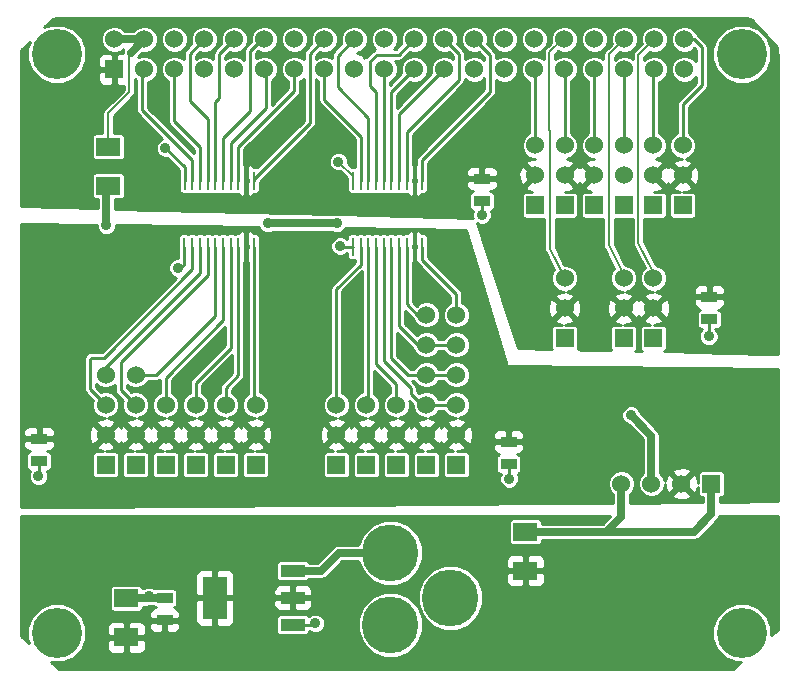
<source format=gtl>
G04 (created by PCBNEW (2013-05-31 BZR 4019)-stable) date 7/18/2014 6:41:03 PM*
%MOIN*%
G04 Gerber Fmt 3.4, Leading zero omitted, Abs format*
%FSLAX34Y34*%
G01*
G70*
G90*
G04 APERTURE LIST*
%ADD10C,0.00590551*%
%ADD11R,0.06X0.06*%
%ADD12C,0.06*%
%ADD13R,0.08X0.06*%
%ADD14R,0.00984252X0.0610236*%
%ADD15R,0.08X0.144*%
%ADD16R,0.08X0.04*%
%ADD17C,0.189*%
%ADD18R,0.055X0.035*%
%ADD19C,0.167*%
%ADD20C,0.035*%
%ADD21C,0.01*%
%ADD22C,0.025*%
%ADD23C,0.008*%
G04 APERTURE END LIST*
G54D10*
G54D11*
X4007Y-15070D03*
G54D12*
X4007Y-14070D03*
X4007Y-13070D03*
X4007Y-12070D03*
G54D11*
X5007Y-15070D03*
G54D12*
X5007Y-14070D03*
X5007Y-13070D03*
G54D11*
X7007Y-15070D03*
G54D12*
X7007Y-14070D03*
X7007Y-13070D03*
G54D11*
X10696Y-15070D03*
G54D12*
X10696Y-14070D03*
X10696Y-13070D03*
G54D11*
X12696Y-15070D03*
G54D12*
X12696Y-14070D03*
X12696Y-13070D03*
G54D11*
X8007Y-15070D03*
G54D12*
X8007Y-14070D03*
X8007Y-13070D03*
G54D11*
X11696Y-15070D03*
G54D12*
X11696Y-14070D03*
X11696Y-13070D03*
G54D11*
X14696Y-15070D03*
G54D12*
X14696Y-14070D03*
X14696Y-13070D03*
X14696Y-12070D03*
X14696Y-11070D03*
X14696Y-10070D03*
G54D13*
X17000Y-18600D03*
X17000Y-17300D03*
G54D11*
X3007Y-15070D03*
G54D12*
X3007Y-14070D03*
X3007Y-13070D03*
X3007Y-12070D03*
G54D11*
X6007Y-15070D03*
G54D12*
X6007Y-14070D03*
X6007Y-13070D03*
G54D11*
X13696Y-15070D03*
G54D12*
X13696Y-14070D03*
X13696Y-13070D03*
X13696Y-12070D03*
X13696Y-11070D03*
X13696Y-10070D03*
G54D14*
X11240Y-7795D03*
X11505Y-7795D03*
X11761Y-7795D03*
X12017Y-7795D03*
X12273Y-7795D03*
X12529Y-7795D03*
X12785Y-7795D03*
X13041Y-7795D03*
X13297Y-7795D03*
X13553Y-7795D03*
X13553Y-5590D03*
X13297Y-5590D03*
X13041Y-5590D03*
X12785Y-5590D03*
X12529Y-5590D03*
X12273Y-5590D03*
X12017Y-5590D03*
X11761Y-5590D03*
X11505Y-5590D03*
X11250Y-5590D03*
X5629Y-7795D03*
X5895Y-7795D03*
X6151Y-7795D03*
X6407Y-7795D03*
X6663Y-7795D03*
X6919Y-7795D03*
X7175Y-7795D03*
X7431Y-7795D03*
X7687Y-7795D03*
X7942Y-7795D03*
X7942Y-5590D03*
X7687Y-5590D03*
X7431Y-5590D03*
X7175Y-5590D03*
X6919Y-5590D03*
X6663Y-5590D03*
X6407Y-5590D03*
X6151Y-5590D03*
X5895Y-5590D03*
X5639Y-5590D03*
G54D15*
X6650Y-19500D03*
G54D16*
X9250Y-19500D03*
X9250Y-18600D03*
X9250Y-20400D03*
G54D13*
X3691Y-20817D03*
X3691Y-19517D03*
X3090Y-4468D03*
X3090Y-5768D03*
G54D11*
X23200Y-15700D03*
G54D12*
X22200Y-15700D03*
X21200Y-15700D03*
X20200Y-15700D03*
G54D17*
X12500Y-20400D03*
X12500Y-18000D03*
X14500Y-19500D03*
G54D18*
X4971Y-20246D03*
X4971Y-19496D03*
X15551Y-5530D03*
X15551Y-6280D03*
X23129Y-9467D03*
X23129Y-10217D03*
X787Y-14941D03*
X787Y-14191D03*
X16437Y-15040D03*
X16437Y-14290D03*
G54D11*
X17322Y-6413D03*
G54D12*
X17322Y-5413D03*
X17322Y-4413D03*
G54D11*
X18307Y-6413D03*
G54D12*
X18307Y-5413D03*
X18307Y-4413D03*
G54D11*
X19291Y-6413D03*
G54D12*
X19291Y-5413D03*
X19291Y-4413D03*
G54D11*
X20275Y-6413D03*
G54D12*
X20275Y-5413D03*
X20275Y-4413D03*
G54D11*
X21259Y-6413D03*
G54D12*
X21259Y-5413D03*
X21259Y-4413D03*
G54D11*
X18307Y-10842D03*
G54D12*
X18307Y-9842D03*
X18307Y-8842D03*
G54D11*
X20275Y-10842D03*
G54D12*
X20275Y-9842D03*
X20275Y-8842D03*
G54D11*
X21259Y-10842D03*
G54D12*
X21259Y-9842D03*
X21259Y-8842D03*
G54D11*
X22244Y-6413D03*
G54D12*
X22244Y-5413D03*
X22244Y-4413D03*
G54D11*
X3295Y-1877D03*
G54D12*
X3295Y-877D03*
X8295Y-1877D03*
X4295Y-877D03*
X9295Y-1877D03*
X5295Y-877D03*
X10295Y-1877D03*
X6295Y-877D03*
X11295Y-1877D03*
X7295Y-877D03*
X12295Y-1877D03*
X8295Y-877D03*
X13295Y-1877D03*
X9295Y-877D03*
X14295Y-1877D03*
X10295Y-877D03*
X15295Y-1877D03*
X11295Y-877D03*
X16295Y-1877D03*
X12295Y-877D03*
X17295Y-1877D03*
X13295Y-877D03*
X18295Y-1877D03*
X14295Y-877D03*
X15295Y-877D03*
X19295Y-1877D03*
X16295Y-877D03*
X18295Y-877D03*
X19295Y-877D03*
X20295Y-877D03*
X21295Y-877D03*
X20295Y-1877D03*
X21295Y-1877D03*
X4295Y-1877D03*
X5295Y-1877D03*
X6295Y-1877D03*
X7295Y-1877D03*
X22295Y-1877D03*
X22295Y-877D03*
X17295Y-877D03*
G54D19*
X24212Y-20669D03*
X1377Y-20669D03*
X24212Y-1377D03*
X1377Y-1377D03*
G54D20*
X10157Y-3464D03*
X4440Y-19450D03*
X10000Y-20350D03*
X767Y-15452D03*
X23110Y-10787D03*
X10826Y-7775D03*
X15551Y-6732D03*
X16456Y-15531D03*
X5413Y-8503D03*
X10767Y-4960D03*
X5000Y-4507D03*
X8410Y-7020D03*
X10710Y-7020D03*
X3031Y-7086D03*
X20520Y-13410D03*
G54D21*
X7175Y-7795D02*
X7175Y-11171D01*
X6007Y-12338D02*
X6007Y-13070D01*
X7175Y-11171D02*
X6007Y-12338D01*
X6919Y-7795D02*
X6919Y-10246D01*
X5007Y-12157D02*
X5007Y-13070D01*
X6919Y-10246D02*
X5007Y-12157D01*
X11505Y-7795D02*
X11505Y-8395D01*
X10696Y-9204D02*
X10696Y-13070D01*
X11505Y-8395D02*
X10696Y-9204D01*
X7942Y-7795D02*
X7942Y-13005D01*
X7942Y-13005D02*
X8007Y-13070D01*
X11761Y-7795D02*
X11761Y-13005D01*
X11761Y-13005D02*
X11696Y-13070D01*
X12017Y-7795D02*
X12017Y-11702D01*
X12696Y-12381D02*
X12696Y-13070D01*
X12017Y-11702D02*
X12696Y-12381D01*
X7431Y-7795D02*
X7431Y-12076D01*
X7007Y-12500D02*
X7007Y-13070D01*
X7431Y-12076D02*
X7007Y-12500D01*
X6663Y-7795D02*
X6663Y-10108D01*
X4700Y-12070D02*
X4007Y-12070D01*
X6663Y-10108D02*
X4700Y-12070D01*
X6151Y-7795D02*
X6151Y-8671D01*
X3007Y-11814D02*
X3007Y-12070D01*
X6151Y-8671D02*
X3007Y-11814D01*
X5895Y-7795D02*
X5895Y-8553D01*
X2480Y-12543D02*
X3007Y-13070D01*
X2480Y-11555D02*
X2480Y-12543D01*
X2539Y-11496D02*
X2480Y-11555D01*
X2952Y-11496D02*
X2539Y-11496D01*
X5895Y-8553D02*
X2952Y-11496D01*
X13041Y-7795D02*
X13041Y-9714D01*
X13397Y-10070D02*
X13696Y-10070D01*
X13041Y-9714D02*
X13397Y-10070D01*
X13553Y-7795D02*
X13553Y-8238D01*
X14696Y-9381D02*
X14696Y-10070D01*
X13553Y-8238D02*
X14696Y-9381D01*
X13696Y-12070D02*
X14696Y-12070D01*
X12529Y-7795D02*
X12529Y-11505D01*
X13094Y-12070D02*
X13696Y-12070D01*
X12529Y-11505D02*
X13094Y-12070D01*
X13696Y-13070D02*
X14696Y-13070D01*
X12273Y-7795D02*
X12273Y-11604D01*
X13543Y-13070D02*
X13696Y-13070D01*
X13169Y-12696D02*
X13543Y-13070D01*
X13169Y-12500D02*
X13169Y-12696D01*
X12273Y-11604D02*
X13169Y-12500D01*
X12785Y-7795D02*
X12785Y-10442D01*
X13413Y-11070D02*
X13696Y-11070D01*
X12785Y-10442D02*
X13413Y-11070D01*
X13696Y-11070D02*
X14696Y-11070D01*
X6407Y-7795D02*
X6407Y-8750D01*
X3503Y-12566D02*
X4007Y-13070D01*
X3503Y-11653D02*
X3503Y-12566D01*
X6407Y-8750D02*
X3503Y-11653D01*
G54D22*
X4971Y-19496D02*
X4486Y-19496D01*
X4372Y-19517D02*
X4440Y-19450D01*
X4372Y-19517D02*
X3691Y-19517D01*
X4486Y-19496D02*
X4440Y-19450D01*
G54D21*
X9250Y-20400D02*
X9950Y-20400D01*
X9950Y-20400D02*
X10000Y-20350D01*
X787Y-14941D02*
X787Y-15433D01*
X787Y-15433D02*
X767Y-15452D01*
X23129Y-10217D02*
X23129Y-10767D01*
X23129Y-10767D02*
X23110Y-10787D01*
X11240Y-7795D02*
X10846Y-7795D01*
X10846Y-7795D02*
X10826Y-7775D01*
X15551Y-6280D02*
X15551Y-6732D01*
X16437Y-15040D02*
X16437Y-15511D01*
X16437Y-15511D02*
X16456Y-15531D01*
X3792Y-19527D02*
X3870Y-19448D01*
X3928Y-19506D02*
X3870Y-19448D01*
X5629Y-7795D02*
X5629Y-8385D01*
X5511Y-8503D02*
X5413Y-8503D01*
X5629Y-8385D02*
X5511Y-8503D01*
G54D23*
X18295Y-877D02*
X18236Y-877D01*
X17814Y-7858D02*
X18307Y-8842D01*
X17814Y-3917D02*
X17814Y-7858D01*
X17795Y-3897D02*
X17814Y-3917D01*
X17795Y-1318D02*
X17795Y-3897D01*
X18236Y-877D02*
X17795Y-1318D01*
G54D21*
X19291Y-4413D02*
X19291Y-1881D01*
X19291Y-1881D02*
X19295Y-1877D01*
G54D23*
X20275Y-8842D02*
X20275Y-8740D01*
X19783Y-1389D02*
X20295Y-877D01*
X19783Y-7755D02*
X19783Y-1389D01*
X20275Y-8740D02*
X19783Y-7755D01*
G54D21*
X7175Y-5590D02*
X7175Y-4340D01*
X8346Y-1929D02*
X8295Y-1877D01*
X8346Y-3169D02*
X8346Y-1929D01*
X7175Y-4340D02*
X8346Y-3169D01*
X8295Y-877D02*
X8216Y-877D01*
X6919Y-4183D02*
X6919Y-5590D01*
X7834Y-3267D02*
X6919Y-4183D01*
X7834Y-1259D02*
X7834Y-3267D01*
X8216Y-877D02*
X7834Y-1259D01*
X20275Y-4413D02*
X20275Y-1897D01*
X20275Y-1897D02*
X20295Y-1877D01*
G54D23*
X21259Y-8842D02*
X21259Y-8641D01*
X20767Y-1405D02*
X21295Y-877D01*
X20767Y-7657D02*
X20767Y-1405D01*
X21259Y-8641D02*
X20767Y-7657D01*
G54D21*
X22244Y-4413D02*
X22244Y-3051D01*
X22610Y-877D02*
X22295Y-877D01*
X22874Y-1141D02*
X22610Y-877D01*
X22874Y-2421D02*
X22874Y-1141D01*
X22244Y-3051D02*
X22874Y-2421D01*
X11505Y-5590D02*
X11505Y-4124D01*
X10295Y-2913D02*
X10295Y-1877D01*
X11505Y-4124D02*
X10295Y-2913D01*
X7942Y-5590D02*
X7942Y-5541D01*
X9803Y-1370D02*
X10295Y-877D01*
X9803Y-3681D02*
X9803Y-1370D01*
X7942Y-5541D02*
X9803Y-3681D01*
X11761Y-5590D02*
X11761Y-3494D01*
X10748Y-1425D02*
X11295Y-877D01*
X10748Y-2480D02*
X10748Y-1425D01*
X11761Y-3494D02*
X10748Y-2480D01*
X12017Y-5590D02*
X12017Y-2627D01*
X12775Y-1397D02*
X13295Y-877D01*
X12047Y-1397D02*
X12775Y-1397D01*
X11830Y-1614D02*
X12047Y-1397D01*
X11830Y-2440D02*
X11830Y-1614D01*
X12017Y-2627D02*
X11830Y-2440D01*
X21259Y-4413D02*
X21259Y-1913D01*
X21259Y-1913D02*
X21295Y-1877D01*
X7431Y-5590D02*
X7431Y-4458D01*
X9295Y-2594D02*
X9295Y-1877D01*
X7431Y-4458D02*
X9295Y-2594D01*
G54D23*
X11250Y-5442D02*
X11250Y-5590D01*
X10767Y-4960D02*
X11250Y-5442D01*
G54D21*
X5639Y-5147D02*
X5639Y-5590D01*
X5000Y-4507D02*
X5639Y-5147D01*
X17322Y-4413D02*
X17322Y-1905D01*
X17322Y-1905D02*
X17295Y-1877D01*
X18307Y-4413D02*
X18307Y-1889D01*
X18307Y-1889D02*
X18295Y-1877D01*
G54D22*
X3846Y-1326D02*
X4295Y-877D01*
X3295Y-877D02*
X4295Y-877D01*
G54D23*
X3090Y-4468D02*
X3090Y-3346D01*
X3799Y-1374D02*
X3846Y-1326D01*
X3799Y-2637D02*
X3799Y-1374D01*
X3090Y-3346D02*
X3799Y-2637D01*
G54D22*
X10710Y-7020D02*
X8410Y-7020D01*
X3031Y-7086D02*
X3031Y-5827D01*
X21200Y-14090D02*
X20520Y-13410D01*
X21200Y-15700D02*
X21200Y-14090D01*
X3031Y-5827D02*
X3090Y-5768D01*
G54D21*
X6663Y-5590D02*
X6663Y-2982D01*
X6791Y-1381D02*
X7295Y-877D01*
X6791Y-2854D02*
X6791Y-1381D01*
X6663Y-2982D02*
X6791Y-2854D01*
X6151Y-5590D02*
X6151Y-4478D01*
X5295Y-3622D02*
X5295Y-1877D01*
X6151Y-4478D02*
X5295Y-3622D01*
X5895Y-5590D02*
X5895Y-4911D01*
X4232Y-1940D02*
X4295Y-1877D01*
X4232Y-3248D02*
X4232Y-1940D01*
X5895Y-4911D02*
X4232Y-3248D01*
X13041Y-5590D02*
X13041Y-3986D01*
X14783Y-1366D02*
X14295Y-877D01*
X14783Y-2244D02*
X14783Y-1366D01*
X13041Y-3986D02*
X14783Y-2244D01*
X13553Y-5590D02*
X13553Y-4911D01*
X15826Y-1409D02*
X15295Y-877D01*
X15826Y-2637D02*
X15826Y-1409D01*
X13553Y-4911D02*
X15826Y-2637D01*
X12529Y-5590D02*
X12529Y-2643D01*
X12529Y-2643D02*
X13295Y-1877D01*
X12273Y-5590D02*
X12273Y-1899D01*
X12273Y-1899D02*
X12295Y-1877D01*
X12785Y-5590D02*
X12785Y-3387D01*
X12785Y-3387D02*
X14295Y-1877D01*
X6407Y-5590D02*
X6407Y-3553D01*
X5807Y-1366D02*
X6295Y-877D01*
X5807Y-2952D02*
X5807Y-1366D01*
X6407Y-3553D02*
X5807Y-2952D01*
G54D22*
X18700Y-17300D02*
X22610Y-17300D01*
X22610Y-17300D02*
X23200Y-16710D01*
X23200Y-16710D02*
X23200Y-15700D01*
X17000Y-17300D02*
X18700Y-17300D01*
X18700Y-17300D02*
X19690Y-17300D01*
X19690Y-17300D02*
X20200Y-16790D01*
X20200Y-16790D02*
X20200Y-15700D01*
G54D21*
X17000Y-17300D02*
X22610Y-17300D01*
G54D22*
X12500Y-18000D02*
X10780Y-18000D01*
X10180Y-18600D02*
X9250Y-18600D01*
X10780Y-18000D02*
X10180Y-18600D01*
G54D10*
G36*
X11371Y-1883D02*
X11300Y-1954D01*
X11295Y-1948D01*
X11289Y-1954D01*
X11218Y-1883D01*
X11224Y-1877D01*
X11218Y-1872D01*
X11289Y-1801D01*
X11295Y-1807D01*
X11300Y-1801D01*
X11371Y-1872D01*
X11365Y-1877D01*
X11371Y-1883D01*
X11371Y-1883D01*
G37*
G54D21*
X11371Y-1883D02*
X11300Y-1954D01*
X11295Y-1948D01*
X11289Y-1954D01*
X11218Y-1883D01*
X11224Y-1877D01*
X11218Y-1872D01*
X11289Y-1801D01*
X11295Y-1807D01*
X11300Y-1801D01*
X11371Y-1872D01*
X11365Y-1877D01*
X11371Y-1883D01*
G54D10*
G36*
X20351Y-5418D02*
X20281Y-5489D01*
X20275Y-5484D01*
X20270Y-5489D01*
X20199Y-5418D01*
X20204Y-5413D01*
X20199Y-5407D01*
X20270Y-5337D01*
X20275Y-5342D01*
X20281Y-5337D01*
X20351Y-5407D01*
X20346Y-5413D01*
X20351Y-5418D01*
X20351Y-5418D01*
G37*
G54D21*
X20351Y-5418D02*
X20281Y-5489D01*
X20275Y-5484D01*
X20270Y-5489D01*
X20199Y-5418D01*
X20204Y-5413D01*
X20199Y-5407D01*
X20270Y-5337D01*
X20275Y-5342D01*
X20281Y-5337D01*
X20351Y-5407D01*
X20346Y-5413D01*
X20351Y-5418D01*
G54D10*
G36*
X25420Y-11363D02*
X25197Y-11359D01*
X25197Y-1182D01*
X25048Y-820D01*
X24771Y-543D01*
X24409Y-393D01*
X24017Y-392D01*
X23655Y-542D01*
X23378Y-819D01*
X23227Y-1181D01*
X23227Y-1573D01*
X23377Y-1935D01*
X23653Y-2212D01*
X24015Y-2362D01*
X24407Y-2363D01*
X24769Y-2213D01*
X25047Y-1936D01*
X25197Y-1574D01*
X25197Y-1182D01*
X25197Y-11359D01*
X23654Y-11326D01*
X23654Y-9692D01*
X23654Y-9243D01*
X23616Y-9151D01*
X23546Y-9080D01*
X23454Y-9042D01*
X23355Y-9042D01*
X23242Y-9042D01*
X23179Y-9105D01*
X23179Y-9417D01*
X23592Y-9417D01*
X23654Y-9355D01*
X23654Y-9243D01*
X23654Y-9692D01*
X23654Y-9580D01*
X23592Y-9517D01*
X23179Y-9517D01*
X23179Y-9525D01*
X23079Y-9525D01*
X23079Y-9517D01*
X23079Y-9417D01*
X23079Y-9105D01*
X23074Y-9099D01*
X23074Y-2421D01*
X23074Y-1141D01*
X23058Y-1065D01*
X23058Y-1065D01*
X23015Y-1000D01*
X22751Y-736D01*
X22713Y-710D01*
X22676Y-623D01*
X22550Y-496D01*
X22385Y-428D01*
X22206Y-427D01*
X22040Y-496D01*
X21914Y-622D01*
X21845Y-788D01*
X21845Y-967D01*
X21913Y-1132D01*
X22040Y-1259D01*
X22205Y-1327D01*
X22384Y-1328D01*
X22549Y-1259D01*
X22629Y-1180D01*
X22674Y-1224D01*
X22674Y-1620D01*
X22550Y-1496D01*
X22385Y-1428D01*
X22206Y-1427D01*
X22040Y-1496D01*
X21914Y-1622D01*
X21845Y-1788D01*
X21845Y-1967D01*
X21913Y-2132D01*
X22040Y-2259D01*
X22205Y-2327D01*
X22384Y-2328D01*
X22549Y-2259D01*
X22674Y-2135D01*
X22674Y-2338D01*
X22102Y-2909D01*
X22059Y-2974D01*
X22044Y-3051D01*
X22044Y-4009D01*
X21989Y-4031D01*
X21862Y-4158D01*
X21794Y-4323D01*
X21794Y-4502D01*
X21862Y-4667D01*
X21988Y-4794D01*
X22154Y-4863D01*
X22230Y-4863D01*
X22107Y-4869D01*
X21956Y-4932D01*
X21928Y-5027D01*
X22244Y-5342D01*
X22559Y-5027D01*
X22531Y-4932D01*
X22336Y-4862D01*
X22498Y-4795D01*
X22625Y-4668D01*
X22694Y-4503D01*
X22694Y-4324D01*
X22625Y-4158D01*
X22499Y-4032D01*
X22444Y-4009D01*
X22444Y-3134D01*
X23015Y-2562D01*
X23015Y-2562D01*
X23044Y-2519D01*
X23058Y-2497D01*
X23058Y-2497D01*
X23074Y-2421D01*
X23074Y-2421D01*
X23074Y-9099D01*
X23017Y-9042D01*
X22904Y-9042D01*
X22804Y-9042D01*
X22798Y-9045D01*
X22798Y-5495D01*
X22787Y-5276D01*
X22725Y-5125D01*
X22630Y-5098D01*
X22314Y-5413D01*
X22630Y-5728D01*
X22725Y-5701D01*
X22798Y-5495D01*
X22798Y-9045D01*
X22713Y-9080D01*
X22694Y-9099D01*
X22694Y-6683D01*
X22694Y-6083D01*
X22671Y-6028D01*
X22629Y-5986D01*
X22574Y-5963D01*
X22514Y-5963D01*
X22258Y-5963D01*
X22380Y-5957D01*
X22531Y-5894D01*
X22559Y-5799D01*
X22244Y-5484D01*
X22173Y-5554D01*
X22173Y-5413D01*
X21858Y-5098D01*
X21762Y-5125D01*
X21752Y-5153D01*
X21745Y-5135D01*
X21745Y-1788D01*
X21676Y-1623D01*
X21550Y-1496D01*
X21385Y-1428D01*
X21206Y-1427D01*
X21040Y-1496D01*
X20957Y-1579D01*
X20957Y-1484D01*
X21140Y-1301D01*
X21205Y-1327D01*
X21384Y-1328D01*
X21549Y-1259D01*
X21676Y-1133D01*
X21745Y-967D01*
X21745Y-788D01*
X21676Y-623D01*
X21550Y-496D01*
X21385Y-428D01*
X21206Y-427D01*
X21040Y-496D01*
X20914Y-622D01*
X20845Y-788D01*
X20845Y-967D01*
X20872Y-1032D01*
X20633Y-1271D01*
X20592Y-1332D01*
X20577Y-1405D01*
X20577Y-1523D01*
X20550Y-1496D01*
X20385Y-1428D01*
X20206Y-1427D01*
X20040Y-1496D01*
X19973Y-1563D01*
X19973Y-1468D01*
X20140Y-1301D01*
X20205Y-1327D01*
X20384Y-1328D01*
X20549Y-1259D01*
X20676Y-1133D01*
X20745Y-967D01*
X20745Y-788D01*
X20676Y-623D01*
X20550Y-496D01*
X20385Y-428D01*
X20206Y-427D01*
X20040Y-496D01*
X19914Y-622D01*
X19845Y-788D01*
X19845Y-967D01*
X19872Y-1032D01*
X19745Y-1159D01*
X19745Y-788D01*
X19676Y-623D01*
X19550Y-496D01*
X19385Y-428D01*
X19206Y-427D01*
X19040Y-496D01*
X18914Y-622D01*
X18845Y-788D01*
X18845Y-967D01*
X18913Y-1132D01*
X19040Y-1259D01*
X19205Y-1327D01*
X19384Y-1328D01*
X19549Y-1259D01*
X19676Y-1133D01*
X19745Y-967D01*
X19745Y-788D01*
X19745Y-1159D01*
X19649Y-1255D01*
X19607Y-1317D01*
X19593Y-1389D01*
X19593Y-1539D01*
X19550Y-1496D01*
X19385Y-1428D01*
X19206Y-1427D01*
X19040Y-1496D01*
X18914Y-1622D01*
X18845Y-1788D01*
X18845Y-1967D01*
X18913Y-2132D01*
X19040Y-2259D01*
X19091Y-2280D01*
X19091Y-4009D01*
X19036Y-4031D01*
X18910Y-4158D01*
X18841Y-4323D01*
X18841Y-4502D01*
X18909Y-4667D01*
X19036Y-4794D01*
X19201Y-4863D01*
X19277Y-4863D01*
X19154Y-4869D01*
X19003Y-4932D01*
X18976Y-5027D01*
X19291Y-5342D01*
X19296Y-5337D01*
X19367Y-5407D01*
X19362Y-5413D01*
X19367Y-5418D01*
X19296Y-5489D01*
X19291Y-5484D01*
X19220Y-5554D01*
X19220Y-5413D01*
X18905Y-5098D01*
X18810Y-5125D01*
X18800Y-5153D01*
X18788Y-5125D01*
X18692Y-5098D01*
X18377Y-5413D01*
X18692Y-5728D01*
X18788Y-5701D01*
X18798Y-5673D01*
X18810Y-5701D01*
X18905Y-5728D01*
X19220Y-5413D01*
X19220Y-5554D01*
X18976Y-5799D01*
X19003Y-5894D01*
X19196Y-5963D01*
X18961Y-5963D01*
X18906Y-5986D01*
X18864Y-6028D01*
X18841Y-6083D01*
X18841Y-6143D01*
X18841Y-6743D01*
X18864Y-6798D01*
X18906Y-6840D01*
X18961Y-6863D01*
X19021Y-6863D01*
X19593Y-6863D01*
X19593Y-7755D01*
X19594Y-7762D01*
X19593Y-7769D01*
X19601Y-7798D01*
X19607Y-7828D01*
X19611Y-7834D01*
X19613Y-7840D01*
X19956Y-8525D01*
X19894Y-8587D01*
X19825Y-8752D01*
X19825Y-8931D01*
X19893Y-9097D01*
X20020Y-9223D01*
X20185Y-9292D01*
X20262Y-9292D01*
X20138Y-9298D01*
X19987Y-9361D01*
X19960Y-9456D01*
X20275Y-9771D01*
X20590Y-9456D01*
X20563Y-9361D01*
X20367Y-9291D01*
X20530Y-9224D01*
X20656Y-9097D01*
X20725Y-8932D01*
X20725Y-8753D01*
X20657Y-8587D01*
X20530Y-8461D01*
X20365Y-8392D01*
X20314Y-8392D01*
X19973Y-7710D01*
X19973Y-6863D01*
X20005Y-6863D01*
X20577Y-6863D01*
X20577Y-7657D01*
X20579Y-7664D01*
X20578Y-7671D01*
X20586Y-7700D01*
X20592Y-7730D01*
X20596Y-7735D01*
X20597Y-7742D01*
X20973Y-8492D01*
X20878Y-8587D01*
X20809Y-8752D01*
X20809Y-8931D01*
X20878Y-9097D01*
X21004Y-9223D01*
X21169Y-9292D01*
X21246Y-9292D01*
X21123Y-9298D01*
X20971Y-9361D01*
X20944Y-9456D01*
X21259Y-9771D01*
X21575Y-9456D01*
X21547Y-9361D01*
X21351Y-9291D01*
X21514Y-9224D01*
X21641Y-9097D01*
X21709Y-8932D01*
X21709Y-8753D01*
X21641Y-8587D01*
X21515Y-8461D01*
X21349Y-8392D01*
X21348Y-8392D01*
X20957Y-7612D01*
X20957Y-6863D01*
X20989Y-6863D01*
X21589Y-6863D01*
X21644Y-6840D01*
X21686Y-6798D01*
X21709Y-6743D01*
X21709Y-6683D01*
X21709Y-6083D01*
X21687Y-6028D01*
X21644Y-5986D01*
X21589Y-5963D01*
X21530Y-5963D01*
X21274Y-5963D01*
X21396Y-5957D01*
X21547Y-5894D01*
X21575Y-5799D01*
X21259Y-5484D01*
X21254Y-5489D01*
X21183Y-5418D01*
X21189Y-5413D01*
X21183Y-5407D01*
X21254Y-5337D01*
X21259Y-5342D01*
X21575Y-5027D01*
X21547Y-4932D01*
X21351Y-4862D01*
X21514Y-4795D01*
X21641Y-4668D01*
X21709Y-4503D01*
X21709Y-4324D01*
X21641Y-4158D01*
X21515Y-4032D01*
X21459Y-4009D01*
X21459Y-2296D01*
X21549Y-2259D01*
X21676Y-2133D01*
X21745Y-1967D01*
X21745Y-1788D01*
X21745Y-5135D01*
X21741Y-5125D01*
X21645Y-5098D01*
X21330Y-5413D01*
X21645Y-5728D01*
X21741Y-5701D01*
X21751Y-5673D01*
X21762Y-5701D01*
X21858Y-5728D01*
X22173Y-5413D01*
X22173Y-5554D01*
X21928Y-5799D01*
X21956Y-5894D01*
X22148Y-5963D01*
X21914Y-5963D01*
X21859Y-5986D01*
X21817Y-6028D01*
X21794Y-6083D01*
X21794Y-6143D01*
X21794Y-6743D01*
X21816Y-6798D01*
X21859Y-6840D01*
X21914Y-6863D01*
X21973Y-6863D01*
X22573Y-6863D01*
X22628Y-6840D01*
X22671Y-6798D01*
X22694Y-6743D01*
X22694Y-6683D01*
X22694Y-9099D01*
X22642Y-9151D01*
X22604Y-9243D01*
X22604Y-9355D01*
X22667Y-9417D01*
X23079Y-9417D01*
X23079Y-9517D01*
X22667Y-9517D01*
X22604Y-9580D01*
X22604Y-9692D01*
X22642Y-9783D01*
X22713Y-9854D01*
X22804Y-9892D01*
X22825Y-9892D01*
X22825Y-9892D01*
X22770Y-9915D01*
X22727Y-9957D01*
X22704Y-10012D01*
X22704Y-10072D01*
X22704Y-10422D01*
X22727Y-10477D01*
X22769Y-10519D01*
X22824Y-10542D01*
X22884Y-10542D01*
X22895Y-10542D01*
X22834Y-10603D01*
X22785Y-10722D01*
X22785Y-10851D01*
X22834Y-10971D01*
X22925Y-11062D01*
X23045Y-11112D01*
X23174Y-11112D01*
X23294Y-11063D01*
X23385Y-10971D01*
X23435Y-10852D01*
X23435Y-10723D01*
X23385Y-10603D01*
X23329Y-10547D01*
X23329Y-10542D01*
X23434Y-10542D01*
X23489Y-10519D01*
X23532Y-10477D01*
X23554Y-10422D01*
X23554Y-10362D01*
X23554Y-10012D01*
X23532Y-9957D01*
X23490Y-9915D01*
X23434Y-9892D01*
X23404Y-9892D01*
X23454Y-9892D01*
X23546Y-9854D01*
X23616Y-9783D01*
X23654Y-9692D01*
X23654Y-11326D01*
X21814Y-11287D01*
X21814Y-9924D01*
X21803Y-9705D01*
X21741Y-9554D01*
X21645Y-9527D01*
X21330Y-9842D01*
X21645Y-10157D01*
X21741Y-10130D01*
X21814Y-9924D01*
X21814Y-11287D01*
X21611Y-11283D01*
X21644Y-11269D01*
X21686Y-11227D01*
X21709Y-11172D01*
X21709Y-11112D01*
X21709Y-10512D01*
X21687Y-10457D01*
X21644Y-10415D01*
X21589Y-10392D01*
X21530Y-10392D01*
X21274Y-10392D01*
X21396Y-10386D01*
X21547Y-10323D01*
X21575Y-10228D01*
X21259Y-9913D01*
X21189Y-9983D01*
X21189Y-9842D01*
X20873Y-9527D01*
X20778Y-9554D01*
X20768Y-9582D01*
X20756Y-9554D01*
X20661Y-9527D01*
X20346Y-9842D01*
X20661Y-10157D01*
X20756Y-10130D01*
X20766Y-10102D01*
X20778Y-10130D01*
X20873Y-10157D01*
X21189Y-9842D01*
X21189Y-9983D01*
X20944Y-10228D01*
X20971Y-10323D01*
X21164Y-10392D01*
X20930Y-10392D01*
X20874Y-10415D01*
X20832Y-10457D01*
X20809Y-10512D01*
X20809Y-10572D01*
X20809Y-11172D01*
X20832Y-11227D01*
X20873Y-11267D01*
X20666Y-11263D01*
X20702Y-11227D01*
X20725Y-11172D01*
X20725Y-11112D01*
X20725Y-10512D01*
X20702Y-10457D01*
X20660Y-10415D01*
X20605Y-10392D01*
X20545Y-10392D01*
X20289Y-10392D01*
X20412Y-10386D01*
X20563Y-10323D01*
X20590Y-10228D01*
X20275Y-9913D01*
X20204Y-9983D01*
X20204Y-9842D01*
X19889Y-9527D01*
X19794Y-9554D01*
X19720Y-9760D01*
X19731Y-9979D01*
X19794Y-10130D01*
X19889Y-10157D01*
X20204Y-9842D01*
X20204Y-9983D01*
X19960Y-10228D01*
X19987Y-10323D01*
X20180Y-10392D01*
X19945Y-10392D01*
X19890Y-10415D01*
X19848Y-10457D01*
X19825Y-10512D01*
X19825Y-10572D01*
X19825Y-11172D01*
X19848Y-11227D01*
X19867Y-11246D01*
X18861Y-11225D01*
X18861Y-9924D01*
X18850Y-9705D01*
X18788Y-9554D01*
X18757Y-9545D01*
X18757Y-8753D01*
X18688Y-8587D01*
X18562Y-8461D01*
X18396Y-8392D01*
X18294Y-8392D01*
X18004Y-7813D01*
X18004Y-6863D01*
X18036Y-6863D01*
X18636Y-6863D01*
X18691Y-6840D01*
X18734Y-6798D01*
X18757Y-6743D01*
X18757Y-6683D01*
X18757Y-6083D01*
X18734Y-6028D01*
X18692Y-5986D01*
X18637Y-5963D01*
X18577Y-5963D01*
X18321Y-5963D01*
X18443Y-5957D01*
X18594Y-5894D01*
X18622Y-5799D01*
X18307Y-5484D01*
X18301Y-5489D01*
X18230Y-5418D01*
X18236Y-5413D01*
X18230Y-5407D01*
X18301Y-5337D01*
X18307Y-5342D01*
X18622Y-5027D01*
X18594Y-4932D01*
X18399Y-4862D01*
X18561Y-4795D01*
X18688Y-4668D01*
X18757Y-4503D01*
X18757Y-4324D01*
X18688Y-4158D01*
X18562Y-4032D01*
X18507Y-4009D01*
X18507Y-2277D01*
X18549Y-2259D01*
X18676Y-2133D01*
X18745Y-1967D01*
X18745Y-1788D01*
X18676Y-1623D01*
X18550Y-1496D01*
X18385Y-1428D01*
X18206Y-1427D01*
X18040Y-1496D01*
X17985Y-1551D01*
X17985Y-1397D01*
X18099Y-1283D01*
X18205Y-1327D01*
X18384Y-1328D01*
X18549Y-1259D01*
X18676Y-1133D01*
X18745Y-967D01*
X18745Y-788D01*
X18676Y-623D01*
X18550Y-496D01*
X18385Y-428D01*
X18206Y-427D01*
X18040Y-496D01*
X17914Y-622D01*
X17845Y-788D01*
X17845Y-967D01*
X17854Y-990D01*
X17745Y-1100D01*
X17745Y-788D01*
X17676Y-623D01*
X17550Y-496D01*
X17385Y-428D01*
X17206Y-427D01*
X17040Y-496D01*
X16914Y-622D01*
X16845Y-788D01*
X16845Y-967D01*
X16913Y-1132D01*
X17040Y-1259D01*
X17205Y-1327D01*
X17384Y-1328D01*
X17549Y-1259D01*
X17676Y-1133D01*
X17745Y-967D01*
X17745Y-788D01*
X17745Y-1100D01*
X17660Y-1184D01*
X17619Y-1246D01*
X17605Y-1318D01*
X17605Y-1551D01*
X17550Y-1496D01*
X17385Y-1428D01*
X17206Y-1427D01*
X17040Y-1496D01*
X16914Y-1622D01*
X16845Y-1788D01*
X16845Y-1967D01*
X16913Y-2132D01*
X17040Y-2259D01*
X17122Y-2293D01*
X17122Y-4009D01*
X17068Y-4031D01*
X16941Y-4158D01*
X16872Y-4323D01*
X16872Y-4502D01*
X16941Y-4667D01*
X17067Y-4794D01*
X17232Y-4863D01*
X17309Y-4863D01*
X17186Y-4869D01*
X17034Y-4932D01*
X17007Y-5027D01*
X17322Y-5342D01*
X17328Y-5337D01*
X17399Y-5407D01*
X17393Y-5413D01*
X17399Y-5418D01*
X17328Y-5489D01*
X17322Y-5484D01*
X17252Y-5554D01*
X17252Y-5413D01*
X16936Y-5098D01*
X16841Y-5125D01*
X16768Y-5331D01*
X16778Y-5550D01*
X16841Y-5701D01*
X16936Y-5728D01*
X17252Y-5413D01*
X17252Y-5554D01*
X17007Y-5799D01*
X17034Y-5894D01*
X17227Y-5963D01*
X16993Y-5963D01*
X16937Y-5986D01*
X16895Y-6028D01*
X16872Y-6083D01*
X16872Y-6143D01*
X16872Y-6743D01*
X16895Y-6798D01*
X16937Y-6840D01*
X16992Y-6863D01*
X17052Y-6863D01*
X17624Y-6863D01*
X17624Y-7858D01*
X17626Y-7865D01*
X17625Y-7871D01*
X17633Y-7901D01*
X17639Y-7930D01*
X17643Y-7936D01*
X17645Y-7943D01*
X17953Y-8559D01*
X17925Y-8587D01*
X17857Y-8752D01*
X17857Y-8931D01*
X17925Y-9097D01*
X18051Y-9223D01*
X18217Y-9292D01*
X18293Y-9292D01*
X18170Y-9298D01*
X18019Y-9361D01*
X17991Y-9456D01*
X18307Y-9771D01*
X18622Y-9456D01*
X18594Y-9361D01*
X18399Y-9291D01*
X18561Y-9224D01*
X18688Y-9097D01*
X18757Y-8932D01*
X18757Y-8753D01*
X18757Y-9545D01*
X18692Y-9527D01*
X18377Y-9842D01*
X18692Y-10157D01*
X18788Y-10130D01*
X18861Y-9924D01*
X18861Y-11225D01*
X18736Y-11222D01*
X18757Y-11172D01*
X18757Y-11112D01*
X18757Y-10512D01*
X18734Y-10457D01*
X18692Y-10415D01*
X18637Y-10392D01*
X18577Y-10392D01*
X18321Y-10392D01*
X18443Y-10386D01*
X18594Y-10323D01*
X18622Y-10228D01*
X18307Y-9913D01*
X18236Y-9983D01*
X18236Y-9842D01*
X17921Y-9527D01*
X17825Y-9554D01*
X17752Y-9760D01*
X17763Y-9979D01*
X17825Y-10130D01*
X17921Y-10157D01*
X18236Y-9842D01*
X18236Y-9983D01*
X17991Y-10228D01*
X18019Y-10323D01*
X18211Y-10392D01*
X17977Y-10392D01*
X17922Y-10415D01*
X17879Y-10457D01*
X17857Y-10512D01*
X17857Y-10572D01*
X17857Y-11172D01*
X17870Y-11204D01*
X16745Y-11180D01*
X16745Y-1788D01*
X16745Y-788D01*
X16676Y-623D01*
X16550Y-496D01*
X16385Y-428D01*
X16206Y-427D01*
X16040Y-496D01*
X15914Y-622D01*
X15845Y-788D01*
X15845Y-967D01*
X15913Y-1132D01*
X16040Y-1259D01*
X16205Y-1327D01*
X16384Y-1328D01*
X16549Y-1259D01*
X16676Y-1133D01*
X16745Y-967D01*
X16745Y-788D01*
X16745Y-1788D01*
X16676Y-1623D01*
X16550Y-1496D01*
X16385Y-1428D01*
X16206Y-1427D01*
X16040Y-1496D01*
X16026Y-1510D01*
X16026Y-1409D01*
X16014Y-1345D01*
X16011Y-1332D01*
X16011Y-1332D01*
X15968Y-1268D01*
X15722Y-1022D01*
X15745Y-967D01*
X15745Y-788D01*
X15676Y-623D01*
X15550Y-496D01*
X15385Y-428D01*
X15206Y-427D01*
X15040Y-496D01*
X14914Y-622D01*
X14845Y-788D01*
X14845Y-967D01*
X14913Y-1132D01*
X15040Y-1259D01*
X15205Y-1327D01*
X15384Y-1328D01*
X15439Y-1305D01*
X15626Y-1492D01*
X15626Y-1573D01*
X15550Y-1496D01*
X15385Y-1428D01*
X15206Y-1427D01*
X15040Y-1496D01*
X14983Y-1553D01*
X14983Y-1366D01*
X14983Y-1366D01*
X14968Y-1289D01*
X14968Y-1289D01*
X14953Y-1268D01*
X14924Y-1224D01*
X14924Y-1224D01*
X14722Y-1022D01*
X14745Y-967D01*
X14745Y-788D01*
X14676Y-623D01*
X14550Y-496D01*
X14385Y-428D01*
X14206Y-427D01*
X14040Y-496D01*
X13914Y-622D01*
X13845Y-788D01*
X13845Y-967D01*
X13913Y-1132D01*
X14040Y-1259D01*
X14205Y-1327D01*
X14384Y-1328D01*
X14439Y-1305D01*
X14583Y-1448D01*
X14583Y-1529D01*
X14550Y-1496D01*
X14385Y-1428D01*
X14206Y-1427D01*
X14040Y-1496D01*
X13914Y-1622D01*
X13845Y-1788D01*
X13845Y-1967D01*
X13868Y-2022D01*
X12729Y-3160D01*
X12729Y-2726D01*
X13150Y-2305D01*
X13205Y-2327D01*
X13384Y-2328D01*
X13549Y-2259D01*
X13676Y-2133D01*
X13745Y-1967D01*
X13745Y-1788D01*
X13676Y-1623D01*
X13550Y-1496D01*
X13385Y-1428D01*
X13206Y-1427D01*
X13040Y-1496D01*
X12914Y-1622D01*
X12845Y-1788D01*
X12845Y-1967D01*
X12868Y-2022D01*
X12473Y-2416D01*
X12473Y-2291D01*
X12549Y-2259D01*
X12676Y-2133D01*
X12745Y-1967D01*
X12745Y-1788D01*
X12676Y-1623D01*
X12651Y-1597D01*
X12775Y-1597D01*
X12852Y-1582D01*
X12917Y-1539D01*
X13150Y-1305D01*
X13205Y-1327D01*
X13384Y-1328D01*
X13549Y-1259D01*
X13676Y-1133D01*
X13745Y-967D01*
X13745Y-788D01*
X13676Y-623D01*
X13550Y-496D01*
X13385Y-428D01*
X13206Y-427D01*
X13040Y-496D01*
X12914Y-622D01*
X12845Y-788D01*
X12845Y-967D01*
X12868Y-1022D01*
X12692Y-1197D01*
X12611Y-1197D01*
X12676Y-1133D01*
X12745Y-967D01*
X12745Y-788D01*
X12676Y-623D01*
X12550Y-496D01*
X12385Y-428D01*
X12206Y-427D01*
X12040Y-496D01*
X11914Y-622D01*
X11845Y-788D01*
X11845Y-967D01*
X11913Y-1132D01*
X11989Y-1209D01*
X11970Y-1212D01*
X11949Y-1227D01*
X11905Y-1256D01*
X11689Y-1472D01*
X11686Y-1477D01*
X11655Y-1446D01*
X11610Y-1492D01*
X11583Y-1396D01*
X11387Y-1326D01*
X11549Y-1259D01*
X11676Y-1133D01*
X11745Y-967D01*
X11745Y-788D01*
X11676Y-623D01*
X11550Y-496D01*
X11385Y-428D01*
X11206Y-427D01*
X11040Y-496D01*
X10914Y-622D01*
X10845Y-788D01*
X10845Y-967D01*
X10868Y-1022D01*
X10606Y-1283D01*
X10563Y-1348D01*
X10548Y-1425D01*
X10548Y-1495D01*
X10385Y-1428D01*
X10206Y-1427D01*
X10040Y-1496D01*
X10003Y-1533D01*
X10003Y-1452D01*
X10150Y-1305D01*
X10205Y-1327D01*
X10384Y-1328D01*
X10549Y-1259D01*
X10676Y-1133D01*
X10745Y-967D01*
X10745Y-788D01*
X10676Y-623D01*
X10550Y-496D01*
X10385Y-428D01*
X10206Y-427D01*
X10040Y-496D01*
X9914Y-622D01*
X9845Y-788D01*
X9845Y-967D01*
X9868Y-1022D01*
X9745Y-1145D01*
X9745Y-788D01*
X9676Y-623D01*
X9550Y-496D01*
X9385Y-428D01*
X9206Y-427D01*
X9040Y-496D01*
X8914Y-622D01*
X8845Y-788D01*
X8845Y-967D01*
X8913Y-1132D01*
X9040Y-1259D01*
X9205Y-1327D01*
X9384Y-1328D01*
X9549Y-1259D01*
X9676Y-1133D01*
X9745Y-967D01*
X9745Y-788D01*
X9745Y-1145D01*
X9661Y-1228D01*
X9618Y-1293D01*
X9603Y-1370D01*
X9603Y-1549D01*
X9550Y-1496D01*
X9385Y-1428D01*
X9206Y-1427D01*
X9040Y-1496D01*
X8914Y-1622D01*
X8845Y-1788D01*
X8845Y-1967D01*
X8913Y-2132D01*
X9040Y-2259D01*
X9095Y-2282D01*
X9095Y-2511D01*
X8546Y-3060D01*
X8546Y-2261D01*
X8549Y-2259D01*
X8676Y-2133D01*
X8745Y-1967D01*
X8745Y-1788D01*
X8676Y-1623D01*
X8550Y-1496D01*
X8385Y-1428D01*
X8206Y-1427D01*
X8040Y-1496D01*
X8034Y-1502D01*
X8034Y-1342D01*
X8095Y-1282D01*
X8205Y-1327D01*
X8384Y-1328D01*
X8549Y-1259D01*
X8676Y-1133D01*
X8745Y-967D01*
X8745Y-788D01*
X8676Y-623D01*
X8550Y-496D01*
X8385Y-428D01*
X8206Y-427D01*
X8040Y-496D01*
X7914Y-622D01*
X7845Y-788D01*
X7845Y-966D01*
X7693Y-1118D01*
X7649Y-1183D01*
X7634Y-1259D01*
X7634Y-1580D01*
X7550Y-1496D01*
X7385Y-1428D01*
X7206Y-1427D01*
X7040Y-1496D01*
X6991Y-1545D01*
X6991Y-1464D01*
X7150Y-1305D01*
X7205Y-1327D01*
X7384Y-1328D01*
X7549Y-1259D01*
X7676Y-1133D01*
X7745Y-967D01*
X7745Y-788D01*
X7676Y-623D01*
X7550Y-496D01*
X7385Y-428D01*
X7206Y-427D01*
X7040Y-496D01*
X6914Y-622D01*
X6845Y-788D01*
X6845Y-967D01*
X6868Y-1022D01*
X6649Y-1240D01*
X6606Y-1305D01*
X6591Y-1381D01*
X6591Y-1537D01*
X6550Y-1496D01*
X6385Y-1428D01*
X6206Y-1427D01*
X6040Y-1496D01*
X6007Y-1529D01*
X6007Y-1448D01*
X6150Y-1305D01*
X6205Y-1327D01*
X6384Y-1328D01*
X6549Y-1259D01*
X6676Y-1133D01*
X6745Y-967D01*
X6745Y-788D01*
X6676Y-623D01*
X6550Y-496D01*
X6385Y-428D01*
X6206Y-427D01*
X6040Y-496D01*
X5914Y-622D01*
X5845Y-788D01*
X5845Y-967D01*
X5868Y-1022D01*
X5745Y-1145D01*
X5745Y-788D01*
X5676Y-623D01*
X5550Y-496D01*
X5385Y-428D01*
X5206Y-427D01*
X5040Y-496D01*
X4914Y-622D01*
X4845Y-788D01*
X4845Y-967D01*
X4913Y-1132D01*
X5040Y-1259D01*
X5205Y-1327D01*
X5384Y-1328D01*
X5549Y-1259D01*
X5676Y-1133D01*
X5745Y-967D01*
X5745Y-788D01*
X5745Y-1145D01*
X5665Y-1224D01*
X5622Y-1289D01*
X5607Y-1366D01*
X5607Y-1553D01*
X5550Y-1496D01*
X5385Y-1428D01*
X5206Y-1427D01*
X5040Y-1496D01*
X4914Y-1622D01*
X4845Y-1788D01*
X4845Y-1967D01*
X4913Y-2132D01*
X5040Y-2259D01*
X5095Y-2282D01*
X5095Y-3622D01*
X5110Y-3698D01*
X5153Y-3763D01*
X5951Y-4561D01*
X5951Y-4684D01*
X4432Y-3165D01*
X4432Y-2308D01*
X4549Y-2259D01*
X4676Y-2133D01*
X4745Y-1967D01*
X4745Y-1788D01*
X4676Y-1623D01*
X4550Y-1496D01*
X4385Y-1428D01*
X4206Y-1427D01*
X4083Y-1478D01*
X4234Y-1327D01*
X4384Y-1328D01*
X4549Y-1259D01*
X4676Y-1133D01*
X4745Y-967D01*
X4745Y-788D01*
X4676Y-623D01*
X4550Y-496D01*
X4385Y-428D01*
X4206Y-427D01*
X4040Y-496D01*
X3933Y-602D01*
X3656Y-602D01*
X3550Y-496D01*
X3385Y-428D01*
X3206Y-427D01*
X3040Y-496D01*
X2914Y-622D01*
X2845Y-788D01*
X2845Y-967D01*
X2913Y-1132D01*
X3040Y-1259D01*
X3205Y-1327D01*
X3384Y-1328D01*
X3549Y-1259D01*
X3601Y-1208D01*
X3592Y-1221D01*
X3571Y-1326D01*
X3571Y-1327D01*
X3407Y-1327D01*
X3345Y-1390D01*
X3345Y-1827D01*
X3353Y-1827D01*
X3353Y-1927D01*
X3345Y-1927D01*
X3345Y-2365D01*
X3407Y-2427D01*
X3609Y-2427D01*
X3609Y-2559D01*
X3245Y-2923D01*
X3245Y-2365D01*
X3245Y-1927D01*
X3245Y-1827D01*
X3245Y-1390D01*
X3182Y-1327D01*
X2945Y-1327D01*
X2853Y-1365D01*
X2783Y-1436D01*
X2745Y-1528D01*
X2745Y-1627D01*
X2745Y-1765D01*
X2807Y-1827D01*
X3245Y-1827D01*
X3245Y-1927D01*
X2807Y-1927D01*
X2745Y-1990D01*
X2745Y-2128D01*
X2745Y-2227D01*
X2783Y-2319D01*
X2853Y-2390D01*
X2945Y-2427D01*
X3182Y-2427D01*
X3245Y-2365D01*
X3245Y-2923D01*
X2956Y-3212D01*
X2915Y-3273D01*
X2900Y-3346D01*
X2900Y-4018D01*
X2660Y-4018D01*
X2605Y-4040D01*
X2563Y-4083D01*
X2540Y-4138D01*
X2540Y-4197D01*
X2540Y-4797D01*
X2563Y-4852D01*
X2605Y-4895D01*
X2660Y-4918D01*
X2720Y-4918D01*
X3520Y-4918D01*
X3575Y-4895D01*
X3617Y-4853D01*
X3640Y-4798D01*
X3640Y-4738D01*
X3640Y-4138D01*
X3617Y-4083D01*
X3575Y-4041D01*
X3520Y-4018D01*
X3460Y-4018D01*
X3280Y-4018D01*
X3280Y-3425D01*
X3933Y-2772D01*
X3933Y-2772D01*
X3933Y-2772D01*
X3974Y-2710D01*
X3989Y-2637D01*
X3989Y-2208D01*
X4032Y-2251D01*
X4032Y-3248D01*
X4047Y-3324D01*
X4090Y-3389D01*
X4899Y-4197D01*
X4816Y-4232D01*
X4724Y-4323D01*
X4675Y-4442D01*
X4674Y-4572D01*
X4724Y-4691D01*
X4815Y-4783D01*
X4935Y-4832D01*
X5042Y-4832D01*
X5439Y-5230D01*
X5439Y-5590D01*
X5440Y-5594D01*
X5440Y-5925D01*
X5463Y-5980D01*
X5505Y-6022D01*
X5560Y-6045D01*
X5620Y-6045D01*
X5718Y-6045D01*
X5767Y-6025D01*
X5816Y-6045D01*
X5876Y-6045D01*
X5974Y-6045D01*
X6023Y-6025D01*
X6072Y-6045D01*
X6132Y-6045D01*
X6230Y-6045D01*
X6279Y-6025D01*
X6328Y-6045D01*
X6387Y-6045D01*
X6486Y-6045D01*
X6535Y-6025D01*
X6584Y-6045D01*
X6643Y-6045D01*
X6742Y-6045D01*
X6791Y-6025D01*
X6840Y-6045D01*
X6899Y-6045D01*
X6998Y-6045D01*
X7047Y-6025D01*
X7096Y-6045D01*
X7155Y-6045D01*
X7254Y-6045D01*
X7303Y-6025D01*
X7351Y-6045D01*
X7411Y-6045D01*
X7434Y-6045D01*
X7496Y-6107D01*
X7588Y-6145D01*
X7599Y-6145D01*
X7662Y-6083D01*
X7662Y-5640D01*
X7637Y-5640D01*
X7637Y-5540D01*
X7662Y-5540D01*
X7662Y-5097D01*
X7631Y-5066D01*
X7631Y-4541D01*
X9436Y-2735D01*
X9480Y-2671D01*
X9480Y-2671D01*
X9482Y-2658D01*
X9495Y-2594D01*
X9495Y-2594D01*
X9495Y-2282D01*
X9549Y-2259D01*
X9603Y-2206D01*
X9603Y-3598D01*
X8053Y-5148D01*
X8022Y-5135D01*
X7962Y-5135D01*
X7939Y-5135D01*
X7877Y-5073D01*
X7785Y-5035D01*
X7774Y-5035D01*
X7711Y-5097D01*
X7711Y-5540D01*
X7736Y-5540D01*
X7736Y-5640D01*
X7711Y-5640D01*
X7711Y-6083D01*
X7774Y-6145D01*
X7785Y-6145D01*
X7877Y-6107D01*
X7939Y-6045D01*
X8021Y-6045D01*
X8076Y-6022D01*
X8119Y-5980D01*
X8142Y-5925D01*
X8142Y-5865D01*
X8142Y-5624D01*
X9944Y-3822D01*
X9987Y-3757D01*
X9987Y-3757D01*
X10003Y-3681D01*
X10003Y-2222D01*
X10040Y-2259D01*
X10095Y-2282D01*
X10095Y-2913D01*
X10110Y-2989D01*
X10153Y-3054D01*
X11305Y-4206D01*
X11305Y-5135D01*
X11269Y-5135D01*
X11211Y-5135D01*
X11092Y-5016D01*
X11092Y-4896D01*
X11043Y-4776D01*
X10952Y-4685D01*
X10832Y-4635D01*
X10703Y-4635D01*
X10583Y-4684D01*
X10492Y-4776D01*
X10442Y-4895D01*
X10442Y-5024D01*
X10492Y-5144D01*
X10583Y-5235D01*
X10702Y-5285D01*
X10824Y-5285D01*
X11050Y-5512D01*
X11050Y-5925D01*
X11073Y-5980D01*
X11115Y-6022D01*
X11170Y-6045D01*
X11230Y-6045D01*
X11328Y-6045D01*
X11378Y-6025D01*
X11426Y-6045D01*
X11486Y-6045D01*
X11584Y-6045D01*
X11633Y-6025D01*
X11682Y-6045D01*
X11742Y-6045D01*
X11840Y-6045D01*
X11889Y-6025D01*
X11938Y-6045D01*
X11998Y-6045D01*
X12096Y-6045D01*
X12145Y-6025D01*
X12194Y-6045D01*
X12254Y-6045D01*
X12352Y-6045D01*
X12401Y-6025D01*
X12450Y-6045D01*
X12510Y-6045D01*
X12608Y-6045D01*
X12657Y-6025D01*
X12706Y-6045D01*
X12765Y-6045D01*
X12864Y-6045D01*
X12913Y-6025D01*
X12962Y-6045D01*
X13021Y-6045D01*
X13044Y-6045D01*
X13106Y-6107D01*
X13198Y-6145D01*
X13210Y-6145D01*
X13272Y-6083D01*
X13272Y-5640D01*
X13248Y-5640D01*
X13248Y-5540D01*
X13272Y-5540D01*
X13272Y-5097D01*
X13241Y-5066D01*
X13241Y-4069D01*
X14924Y-2385D01*
X14968Y-2320D01*
X14983Y-2244D01*
X14983Y-2202D01*
X15040Y-2259D01*
X15205Y-2327D01*
X15384Y-2328D01*
X15549Y-2259D01*
X15626Y-2182D01*
X15626Y-2554D01*
X13411Y-4769D01*
X13368Y-4834D01*
X13353Y-4911D01*
X13353Y-5066D01*
X13321Y-5097D01*
X13321Y-5540D01*
X13346Y-5540D01*
X13346Y-5640D01*
X13321Y-5640D01*
X13321Y-6083D01*
X13384Y-6145D01*
X13395Y-6145D01*
X13487Y-6107D01*
X13550Y-6045D01*
X13632Y-6045D01*
X13687Y-6022D01*
X13729Y-5980D01*
X13752Y-5925D01*
X13752Y-5865D01*
X13752Y-5594D01*
X13753Y-5590D01*
X13753Y-4994D01*
X15968Y-2779D01*
X16011Y-2714D01*
X16011Y-2714D01*
X16014Y-2701D01*
X16026Y-2637D01*
X16026Y-2637D01*
X16026Y-2245D01*
X16040Y-2259D01*
X16205Y-2327D01*
X16384Y-2328D01*
X16549Y-2259D01*
X16676Y-2133D01*
X16745Y-1967D01*
X16745Y-1788D01*
X16745Y-11180D01*
X16736Y-11180D01*
X15397Y-7020D01*
X15486Y-7057D01*
X15615Y-7057D01*
X15735Y-7007D01*
X15826Y-6916D01*
X15876Y-6797D01*
X15876Y-6667D01*
X15850Y-6605D01*
X15855Y-6605D01*
X15911Y-6582D01*
X15953Y-6540D01*
X15976Y-6485D01*
X15976Y-6425D01*
X15976Y-6075D01*
X15953Y-6020D01*
X15911Y-5978D01*
X15856Y-5955D01*
X15826Y-5955D01*
X15876Y-5955D01*
X15967Y-5917D01*
X16038Y-5846D01*
X16076Y-5755D01*
X16076Y-5306D01*
X16038Y-5214D01*
X15967Y-5143D01*
X15876Y-5105D01*
X15776Y-5105D01*
X15663Y-5105D01*
X15601Y-5168D01*
X15601Y-5480D01*
X16013Y-5480D01*
X16076Y-5418D01*
X16076Y-5306D01*
X16076Y-5755D01*
X16076Y-5643D01*
X16013Y-5580D01*
X15601Y-5580D01*
X15601Y-5588D01*
X15501Y-5588D01*
X15501Y-5580D01*
X15501Y-5480D01*
X15501Y-5168D01*
X15438Y-5105D01*
X15325Y-5105D01*
X15226Y-5105D01*
X15134Y-5143D01*
X15064Y-5214D01*
X15026Y-5306D01*
X15026Y-5418D01*
X15088Y-5480D01*
X15501Y-5480D01*
X15501Y-5580D01*
X15088Y-5580D01*
X15026Y-5643D01*
X15026Y-5755D01*
X15064Y-5846D01*
X15134Y-5917D01*
X15226Y-5955D01*
X15246Y-5955D01*
X15246Y-5955D01*
X15191Y-5978D01*
X15149Y-6020D01*
X15126Y-6075D01*
X15126Y-6135D01*
X15126Y-6485D01*
X15148Y-6540D01*
X15191Y-6582D01*
X15246Y-6605D01*
X15251Y-6605D01*
X15226Y-6667D01*
X15226Y-6796D01*
X15239Y-6828D01*
X10829Y-6717D01*
X10774Y-6695D01*
X10645Y-6694D01*
X10604Y-6712D01*
X3306Y-6529D01*
X3306Y-6218D01*
X3520Y-6218D01*
X3575Y-6195D01*
X3617Y-6153D01*
X3640Y-6098D01*
X3640Y-6038D01*
X3640Y-5438D01*
X3617Y-5383D01*
X3575Y-5341D01*
X3520Y-5318D01*
X3460Y-5318D01*
X2660Y-5318D01*
X2605Y-5340D01*
X2563Y-5383D01*
X2540Y-5438D01*
X2540Y-5497D01*
X2540Y-6097D01*
X2563Y-6152D01*
X2605Y-6195D01*
X2660Y-6218D01*
X2720Y-6218D01*
X2756Y-6218D01*
X2756Y-6515D01*
X169Y-6450D01*
X169Y-1394D01*
X198Y-1250D01*
X482Y-966D01*
X393Y-1181D01*
X392Y-1573D01*
X542Y-1935D01*
X819Y-2212D01*
X1181Y-2362D01*
X1573Y-2363D01*
X1935Y-2213D01*
X2212Y-1936D01*
X2362Y-1574D01*
X2363Y-1182D01*
X2213Y-820D01*
X1936Y-543D01*
X1574Y-393D01*
X1182Y-392D01*
X966Y-482D01*
X1250Y-197D01*
X1392Y-169D01*
X24380Y-169D01*
X24554Y-231D01*
X25397Y-1143D01*
X25420Y-1582D01*
X25420Y-11363D01*
X25420Y-11363D01*
G37*
G54D21*
X25420Y-11363D02*
X25197Y-11359D01*
X25197Y-1182D01*
X25048Y-820D01*
X24771Y-543D01*
X24409Y-393D01*
X24017Y-392D01*
X23655Y-542D01*
X23378Y-819D01*
X23227Y-1181D01*
X23227Y-1573D01*
X23377Y-1935D01*
X23653Y-2212D01*
X24015Y-2362D01*
X24407Y-2363D01*
X24769Y-2213D01*
X25047Y-1936D01*
X25197Y-1574D01*
X25197Y-1182D01*
X25197Y-11359D01*
X23654Y-11326D01*
X23654Y-9692D01*
X23654Y-9243D01*
X23616Y-9151D01*
X23546Y-9080D01*
X23454Y-9042D01*
X23355Y-9042D01*
X23242Y-9042D01*
X23179Y-9105D01*
X23179Y-9417D01*
X23592Y-9417D01*
X23654Y-9355D01*
X23654Y-9243D01*
X23654Y-9692D01*
X23654Y-9580D01*
X23592Y-9517D01*
X23179Y-9517D01*
X23179Y-9525D01*
X23079Y-9525D01*
X23079Y-9517D01*
X23079Y-9417D01*
X23079Y-9105D01*
X23074Y-9099D01*
X23074Y-2421D01*
X23074Y-1141D01*
X23058Y-1065D01*
X23058Y-1065D01*
X23015Y-1000D01*
X22751Y-736D01*
X22713Y-710D01*
X22676Y-623D01*
X22550Y-496D01*
X22385Y-428D01*
X22206Y-427D01*
X22040Y-496D01*
X21914Y-622D01*
X21845Y-788D01*
X21845Y-967D01*
X21913Y-1132D01*
X22040Y-1259D01*
X22205Y-1327D01*
X22384Y-1328D01*
X22549Y-1259D01*
X22629Y-1180D01*
X22674Y-1224D01*
X22674Y-1620D01*
X22550Y-1496D01*
X22385Y-1428D01*
X22206Y-1427D01*
X22040Y-1496D01*
X21914Y-1622D01*
X21845Y-1788D01*
X21845Y-1967D01*
X21913Y-2132D01*
X22040Y-2259D01*
X22205Y-2327D01*
X22384Y-2328D01*
X22549Y-2259D01*
X22674Y-2135D01*
X22674Y-2338D01*
X22102Y-2909D01*
X22059Y-2974D01*
X22044Y-3051D01*
X22044Y-4009D01*
X21989Y-4031D01*
X21862Y-4158D01*
X21794Y-4323D01*
X21794Y-4502D01*
X21862Y-4667D01*
X21988Y-4794D01*
X22154Y-4863D01*
X22230Y-4863D01*
X22107Y-4869D01*
X21956Y-4932D01*
X21928Y-5027D01*
X22244Y-5342D01*
X22559Y-5027D01*
X22531Y-4932D01*
X22336Y-4862D01*
X22498Y-4795D01*
X22625Y-4668D01*
X22694Y-4503D01*
X22694Y-4324D01*
X22625Y-4158D01*
X22499Y-4032D01*
X22444Y-4009D01*
X22444Y-3134D01*
X23015Y-2562D01*
X23015Y-2562D01*
X23044Y-2519D01*
X23058Y-2497D01*
X23058Y-2497D01*
X23074Y-2421D01*
X23074Y-2421D01*
X23074Y-9099D01*
X23017Y-9042D01*
X22904Y-9042D01*
X22804Y-9042D01*
X22798Y-9045D01*
X22798Y-5495D01*
X22787Y-5276D01*
X22725Y-5125D01*
X22630Y-5098D01*
X22314Y-5413D01*
X22630Y-5728D01*
X22725Y-5701D01*
X22798Y-5495D01*
X22798Y-9045D01*
X22713Y-9080D01*
X22694Y-9099D01*
X22694Y-6683D01*
X22694Y-6083D01*
X22671Y-6028D01*
X22629Y-5986D01*
X22574Y-5963D01*
X22514Y-5963D01*
X22258Y-5963D01*
X22380Y-5957D01*
X22531Y-5894D01*
X22559Y-5799D01*
X22244Y-5484D01*
X22173Y-5554D01*
X22173Y-5413D01*
X21858Y-5098D01*
X21762Y-5125D01*
X21752Y-5153D01*
X21745Y-5135D01*
X21745Y-1788D01*
X21676Y-1623D01*
X21550Y-1496D01*
X21385Y-1428D01*
X21206Y-1427D01*
X21040Y-1496D01*
X20957Y-1579D01*
X20957Y-1484D01*
X21140Y-1301D01*
X21205Y-1327D01*
X21384Y-1328D01*
X21549Y-1259D01*
X21676Y-1133D01*
X21745Y-967D01*
X21745Y-788D01*
X21676Y-623D01*
X21550Y-496D01*
X21385Y-428D01*
X21206Y-427D01*
X21040Y-496D01*
X20914Y-622D01*
X20845Y-788D01*
X20845Y-967D01*
X20872Y-1032D01*
X20633Y-1271D01*
X20592Y-1332D01*
X20577Y-1405D01*
X20577Y-1523D01*
X20550Y-1496D01*
X20385Y-1428D01*
X20206Y-1427D01*
X20040Y-1496D01*
X19973Y-1563D01*
X19973Y-1468D01*
X20140Y-1301D01*
X20205Y-1327D01*
X20384Y-1328D01*
X20549Y-1259D01*
X20676Y-1133D01*
X20745Y-967D01*
X20745Y-788D01*
X20676Y-623D01*
X20550Y-496D01*
X20385Y-428D01*
X20206Y-427D01*
X20040Y-496D01*
X19914Y-622D01*
X19845Y-788D01*
X19845Y-967D01*
X19872Y-1032D01*
X19745Y-1159D01*
X19745Y-788D01*
X19676Y-623D01*
X19550Y-496D01*
X19385Y-428D01*
X19206Y-427D01*
X19040Y-496D01*
X18914Y-622D01*
X18845Y-788D01*
X18845Y-967D01*
X18913Y-1132D01*
X19040Y-1259D01*
X19205Y-1327D01*
X19384Y-1328D01*
X19549Y-1259D01*
X19676Y-1133D01*
X19745Y-967D01*
X19745Y-788D01*
X19745Y-1159D01*
X19649Y-1255D01*
X19607Y-1317D01*
X19593Y-1389D01*
X19593Y-1539D01*
X19550Y-1496D01*
X19385Y-1428D01*
X19206Y-1427D01*
X19040Y-1496D01*
X18914Y-1622D01*
X18845Y-1788D01*
X18845Y-1967D01*
X18913Y-2132D01*
X19040Y-2259D01*
X19091Y-2280D01*
X19091Y-4009D01*
X19036Y-4031D01*
X18910Y-4158D01*
X18841Y-4323D01*
X18841Y-4502D01*
X18909Y-4667D01*
X19036Y-4794D01*
X19201Y-4863D01*
X19277Y-4863D01*
X19154Y-4869D01*
X19003Y-4932D01*
X18976Y-5027D01*
X19291Y-5342D01*
X19296Y-5337D01*
X19367Y-5407D01*
X19362Y-5413D01*
X19367Y-5418D01*
X19296Y-5489D01*
X19291Y-5484D01*
X19220Y-5554D01*
X19220Y-5413D01*
X18905Y-5098D01*
X18810Y-5125D01*
X18800Y-5153D01*
X18788Y-5125D01*
X18692Y-5098D01*
X18377Y-5413D01*
X18692Y-5728D01*
X18788Y-5701D01*
X18798Y-5673D01*
X18810Y-5701D01*
X18905Y-5728D01*
X19220Y-5413D01*
X19220Y-5554D01*
X18976Y-5799D01*
X19003Y-5894D01*
X19196Y-5963D01*
X18961Y-5963D01*
X18906Y-5986D01*
X18864Y-6028D01*
X18841Y-6083D01*
X18841Y-6143D01*
X18841Y-6743D01*
X18864Y-6798D01*
X18906Y-6840D01*
X18961Y-6863D01*
X19021Y-6863D01*
X19593Y-6863D01*
X19593Y-7755D01*
X19594Y-7762D01*
X19593Y-7769D01*
X19601Y-7798D01*
X19607Y-7828D01*
X19611Y-7834D01*
X19613Y-7840D01*
X19956Y-8525D01*
X19894Y-8587D01*
X19825Y-8752D01*
X19825Y-8931D01*
X19893Y-9097D01*
X20020Y-9223D01*
X20185Y-9292D01*
X20262Y-9292D01*
X20138Y-9298D01*
X19987Y-9361D01*
X19960Y-9456D01*
X20275Y-9771D01*
X20590Y-9456D01*
X20563Y-9361D01*
X20367Y-9291D01*
X20530Y-9224D01*
X20656Y-9097D01*
X20725Y-8932D01*
X20725Y-8753D01*
X20657Y-8587D01*
X20530Y-8461D01*
X20365Y-8392D01*
X20314Y-8392D01*
X19973Y-7710D01*
X19973Y-6863D01*
X20005Y-6863D01*
X20577Y-6863D01*
X20577Y-7657D01*
X20579Y-7664D01*
X20578Y-7671D01*
X20586Y-7700D01*
X20592Y-7730D01*
X20596Y-7735D01*
X20597Y-7742D01*
X20973Y-8492D01*
X20878Y-8587D01*
X20809Y-8752D01*
X20809Y-8931D01*
X20878Y-9097D01*
X21004Y-9223D01*
X21169Y-9292D01*
X21246Y-9292D01*
X21123Y-9298D01*
X20971Y-9361D01*
X20944Y-9456D01*
X21259Y-9771D01*
X21575Y-9456D01*
X21547Y-9361D01*
X21351Y-9291D01*
X21514Y-9224D01*
X21641Y-9097D01*
X21709Y-8932D01*
X21709Y-8753D01*
X21641Y-8587D01*
X21515Y-8461D01*
X21349Y-8392D01*
X21348Y-8392D01*
X20957Y-7612D01*
X20957Y-6863D01*
X20989Y-6863D01*
X21589Y-6863D01*
X21644Y-6840D01*
X21686Y-6798D01*
X21709Y-6743D01*
X21709Y-6683D01*
X21709Y-6083D01*
X21687Y-6028D01*
X21644Y-5986D01*
X21589Y-5963D01*
X21530Y-5963D01*
X21274Y-5963D01*
X21396Y-5957D01*
X21547Y-5894D01*
X21575Y-5799D01*
X21259Y-5484D01*
X21254Y-5489D01*
X21183Y-5418D01*
X21189Y-5413D01*
X21183Y-5407D01*
X21254Y-5337D01*
X21259Y-5342D01*
X21575Y-5027D01*
X21547Y-4932D01*
X21351Y-4862D01*
X21514Y-4795D01*
X21641Y-4668D01*
X21709Y-4503D01*
X21709Y-4324D01*
X21641Y-4158D01*
X21515Y-4032D01*
X21459Y-4009D01*
X21459Y-2296D01*
X21549Y-2259D01*
X21676Y-2133D01*
X21745Y-1967D01*
X21745Y-1788D01*
X21745Y-5135D01*
X21741Y-5125D01*
X21645Y-5098D01*
X21330Y-5413D01*
X21645Y-5728D01*
X21741Y-5701D01*
X21751Y-5673D01*
X21762Y-5701D01*
X21858Y-5728D01*
X22173Y-5413D01*
X22173Y-5554D01*
X21928Y-5799D01*
X21956Y-5894D01*
X22148Y-5963D01*
X21914Y-5963D01*
X21859Y-5986D01*
X21817Y-6028D01*
X21794Y-6083D01*
X21794Y-6143D01*
X21794Y-6743D01*
X21816Y-6798D01*
X21859Y-6840D01*
X21914Y-6863D01*
X21973Y-6863D01*
X22573Y-6863D01*
X22628Y-6840D01*
X22671Y-6798D01*
X22694Y-6743D01*
X22694Y-6683D01*
X22694Y-9099D01*
X22642Y-9151D01*
X22604Y-9243D01*
X22604Y-9355D01*
X22667Y-9417D01*
X23079Y-9417D01*
X23079Y-9517D01*
X22667Y-9517D01*
X22604Y-9580D01*
X22604Y-9692D01*
X22642Y-9783D01*
X22713Y-9854D01*
X22804Y-9892D01*
X22825Y-9892D01*
X22825Y-9892D01*
X22770Y-9915D01*
X22727Y-9957D01*
X22704Y-10012D01*
X22704Y-10072D01*
X22704Y-10422D01*
X22727Y-10477D01*
X22769Y-10519D01*
X22824Y-10542D01*
X22884Y-10542D01*
X22895Y-10542D01*
X22834Y-10603D01*
X22785Y-10722D01*
X22785Y-10851D01*
X22834Y-10971D01*
X22925Y-11062D01*
X23045Y-11112D01*
X23174Y-11112D01*
X23294Y-11063D01*
X23385Y-10971D01*
X23435Y-10852D01*
X23435Y-10723D01*
X23385Y-10603D01*
X23329Y-10547D01*
X23329Y-10542D01*
X23434Y-10542D01*
X23489Y-10519D01*
X23532Y-10477D01*
X23554Y-10422D01*
X23554Y-10362D01*
X23554Y-10012D01*
X23532Y-9957D01*
X23490Y-9915D01*
X23434Y-9892D01*
X23404Y-9892D01*
X23454Y-9892D01*
X23546Y-9854D01*
X23616Y-9783D01*
X23654Y-9692D01*
X23654Y-11326D01*
X21814Y-11287D01*
X21814Y-9924D01*
X21803Y-9705D01*
X21741Y-9554D01*
X21645Y-9527D01*
X21330Y-9842D01*
X21645Y-10157D01*
X21741Y-10130D01*
X21814Y-9924D01*
X21814Y-11287D01*
X21611Y-11283D01*
X21644Y-11269D01*
X21686Y-11227D01*
X21709Y-11172D01*
X21709Y-11112D01*
X21709Y-10512D01*
X21687Y-10457D01*
X21644Y-10415D01*
X21589Y-10392D01*
X21530Y-10392D01*
X21274Y-10392D01*
X21396Y-10386D01*
X21547Y-10323D01*
X21575Y-10228D01*
X21259Y-9913D01*
X21189Y-9983D01*
X21189Y-9842D01*
X20873Y-9527D01*
X20778Y-9554D01*
X20768Y-9582D01*
X20756Y-9554D01*
X20661Y-9527D01*
X20346Y-9842D01*
X20661Y-10157D01*
X20756Y-10130D01*
X20766Y-10102D01*
X20778Y-10130D01*
X20873Y-10157D01*
X21189Y-9842D01*
X21189Y-9983D01*
X20944Y-10228D01*
X20971Y-10323D01*
X21164Y-10392D01*
X20930Y-10392D01*
X20874Y-10415D01*
X20832Y-10457D01*
X20809Y-10512D01*
X20809Y-10572D01*
X20809Y-11172D01*
X20832Y-11227D01*
X20873Y-11267D01*
X20666Y-11263D01*
X20702Y-11227D01*
X20725Y-11172D01*
X20725Y-11112D01*
X20725Y-10512D01*
X20702Y-10457D01*
X20660Y-10415D01*
X20605Y-10392D01*
X20545Y-10392D01*
X20289Y-10392D01*
X20412Y-10386D01*
X20563Y-10323D01*
X20590Y-10228D01*
X20275Y-9913D01*
X20204Y-9983D01*
X20204Y-9842D01*
X19889Y-9527D01*
X19794Y-9554D01*
X19720Y-9760D01*
X19731Y-9979D01*
X19794Y-10130D01*
X19889Y-10157D01*
X20204Y-9842D01*
X20204Y-9983D01*
X19960Y-10228D01*
X19987Y-10323D01*
X20180Y-10392D01*
X19945Y-10392D01*
X19890Y-10415D01*
X19848Y-10457D01*
X19825Y-10512D01*
X19825Y-10572D01*
X19825Y-11172D01*
X19848Y-11227D01*
X19867Y-11246D01*
X18861Y-11225D01*
X18861Y-9924D01*
X18850Y-9705D01*
X18788Y-9554D01*
X18757Y-9545D01*
X18757Y-8753D01*
X18688Y-8587D01*
X18562Y-8461D01*
X18396Y-8392D01*
X18294Y-8392D01*
X18004Y-7813D01*
X18004Y-6863D01*
X18036Y-6863D01*
X18636Y-6863D01*
X18691Y-6840D01*
X18734Y-6798D01*
X18757Y-6743D01*
X18757Y-6683D01*
X18757Y-6083D01*
X18734Y-6028D01*
X18692Y-5986D01*
X18637Y-5963D01*
X18577Y-5963D01*
X18321Y-5963D01*
X18443Y-5957D01*
X18594Y-5894D01*
X18622Y-5799D01*
X18307Y-5484D01*
X18301Y-5489D01*
X18230Y-5418D01*
X18236Y-5413D01*
X18230Y-5407D01*
X18301Y-5337D01*
X18307Y-5342D01*
X18622Y-5027D01*
X18594Y-4932D01*
X18399Y-4862D01*
X18561Y-4795D01*
X18688Y-4668D01*
X18757Y-4503D01*
X18757Y-4324D01*
X18688Y-4158D01*
X18562Y-4032D01*
X18507Y-4009D01*
X18507Y-2277D01*
X18549Y-2259D01*
X18676Y-2133D01*
X18745Y-1967D01*
X18745Y-1788D01*
X18676Y-1623D01*
X18550Y-1496D01*
X18385Y-1428D01*
X18206Y-1427D01*
X18040Y-1496D01*
X17985Y-1551D01*
X17985Y-1397D01*
X18099Y-1283D01*
X18205Y-1327D01*
X18384Y-1328D01*
X18549Y-1259D01*
X18676Y-1133D01*
X18745Y-967D01*
X18745Y-788D01*
X18676Y-623D01*
X18550Y-496D01*
X18385Y-428D01*
X18206Y-427D01*
X18040Y-496D01*
X17914Y-622D01*
X17845Y-788D01*
X17845Y-967D01*
X17854Y-990D01*
X17745Y-1100D01*
X17745Y-788D01*
X17676Y-623D01*
X17550Y-496D01*
X17385Y-428D01*
X17206Y-427D01*
X17040Y-496D01*
X16914Y-622D01*
X16845Y-788D01*
X16845Y-967D01*
X16913Y-1132D01*
X17040Y-1259D01*
X17205Y-1327D01*
X17384Y-1328D01*
X17549Y-1259D01*
X17676Y-1133D01*
X17745Y-967D01*
X17745Y-788D01*
X17745Y-1100D01*
X17660Y-1184D01*
X17619Y-1246D01*
X17605Y-1318D01*
X17605Y-1551D01*
X17550Y-1496D01*
X17385Y-1428D01*
X17206Y-1427D01*
X17040Y-1496D01*
X16914Y-1622D01*
X16845Y-1788D01*
X16845Y-1967D01*
X16913Y-2132D01*
X17040Y-2259D01*
X17122Y-2293D01*
X17122Y-4009D01*
X17068Y-4031D01*
X16941Y-4158D01*
X16872Y-4323D01*
X16872Y-4502D01*
X16941Y-4667D01*
X17067Y-4794D01*
X17232Y-4863D01*
X17309Y-4863D01*
X17186Y-4869D01*
X17034Y-4932D01*
X17007Y-5027D01*
X17322Y-5342D01*
X17328Y-5337D01*
X17399Y-5407D01*
X17393Y-5413D01*
X17399Y-5418D01*
X17328Y-5489D01*
X17322Y-5484D01*
X17252Y-5554D01*
X17252Y-5413D01*
X16936Y-5098D01*
X16841Y-5125D01*
X16768Y-5331D01*
X16778Y-5550D01*
X16841Y-5701D01*
X16936Y-5728D01*
X17252Y-5413D01*
X17252Y-5554D01*
X17007Y-5799D01*
X17034Y-5894D01*
X17227Y-5963D01*
X16993Y-5963D01*
X16937Y-5986D01*
X16895Y-6028D01*
X16872Y-6083D01*
X16872Y-6143D01*
X16872Y-6743D01*
X16895Y-6798D01*
X16937Y-6840D01*
X16992Y-6863D01*
X17052Y-6863D01*
X17624Y-6863D01*
X17624Y-7858D01*
X17626Y-7865D01*
X17625Y-7871D01*
X17633Y-7901D01*
X17639Y-7930D01*
X17643Y-7936D01*
X17645Y-7943D01*
X17953Y-8559D01*
X17925Y-8587D01*
X17857Y-8752D01*
X17857Y-8931D01*
X17925Y-9097D01*
X18051Y-9223D01*
X18217Y-9292D01*
X18293Y-9292D01*
X18170Y-9298D01*
X18019Y-9361D01*
X17991Y-9456D01*
X18307Y-9771D01*
X18622Y-9456D01*
X18594Y-9361D01*
X18399Y-9291D01*
X18561Y-9224D01*
X18688Y-9097D01*
X18757Y-8932D01*
X18757Y-8753D01*
X18757Y-9545D01*
X18692Y-9527D01*
X18377Y-9842D01*
X18692Y-10157D01*
X18788Y-10130D01*
X18861Y-9924D01*
X18861Y-11225D01*
X18736Y-11222D01*
X18757Y-11172D01*
X18757Y-11112D01*
X18757Y-10512D01*
X18734Y-10457D01*
X18692Y-10415D01*
X18637Y-10392D01*
X18577Y-10392D01*
X18321Y-10392D01*
X18443Y-10386D01*
X18594Y-10323D01*
X18622Y-10228D01*
X18307Y-9913D01*
X18236Y-9983D01*
X18236Y-9842D01*
X17921Y-9527D01*
X17825Y-9554D01*
X17752Y-9760D01*
X17763Y-9979D01*
X17825Y-10130D01*
X17921Y-10157D01*
X18236Y-9842D01*
X18236Y-9983D01*
X17991Y-10228D01*
X18019Y-10323D01*
X18211Y-10392D01*
X17977Y-10392D01*
X17922Y-10415D01*
X17879Y-10457D01*
X17857Y-10512D01*
X17857Y-10572D01*
X17857Y-11172D01*
X17870Y-11204D01*
X16745Y-11180D01*
X16745Y-1788D01*
X16745Y-788D01*
X16676Y-623D01*
X16550Y-496D01*
X16385Y-428D01*
X16206Y-427D01*
X16040Y-496D01*
X15914Y-622D01*
X15845Y-788D01*
X15845Y-967D01*
X15913Y-1132D01*
X16040Y-1259D01*
X16205Y-1327D01*
X16384Y-1328D01*
X16549Y-1259D01*
X16676Y-1133D01*
X16745Y-967D01*
X16745Y-788D01*
X16745Y-1788D01*
X16676Y-1623D01*
X16550Y-1496D01*
X16385Y-1428D01*
X16206Y-1427D01*
X16040Y-1496D01*
X16026Y-1510D01*
X16026Y-1409D01*
X16014Y-1345D01*
X16011Y-1332D01*
X16011Y-1332D01*
X15968Y-1268D01*
X15722Y-1022D01*
X15745Y-967D01*
X15745Y-788D01*
X15676Y-623D01*
X15550Y-496D01*
X15385Y-428D01*
X15206Y-427D01*
X15040Y-496D01*
X14914Y-622D01*
X14845Y-788D01*
X14845Y-967D01*
X14913Y-1132D01*
X15040Y-1259D01*
X15205Y-1327D01*
X15384Y-1328D01*
X15439Y-1305D01*
X15626Y-1492D01*
X15626Y-1573D01*
X15550Y-1496D01*
X15385Y-1428D01*
X15206Y-1427D01*
X15040Y-1496D01*
X14983Y-1553D01*
X14983Y-1366D01*
X14983Y-1366D01*
X14968Y-1289D01*
X14968Y-1289D01*
X14953Y-1268D01*
X14924Y-1224D01*
X14924Y-1224D01*
X14722Y-1022D01*
X14745Y-967D01*
X14745Y-788D01*
X14676Y-623D01*
X14550Y-496D01*
X14385Y-428D01*
X14206Y-427D01*
X14040Y-496D01*
X13914Y-622D01*
X13845Y-788D01*
X13845Y-967D01*
X13913Y-1132D01*
X14040Y-1259D01*
X14205Y-1327D01*
X14384Y-1328D01*
X14439Y-1305D01*
X14583Y-1448D01*
X14583Y-1529D01*
X14550Y-1496D01*
X14385Y-1428D01*
X14206Y-1427D01*
X14040Y-1496D01*
X13914Y-1622D01*
X13845Y-1788D01*
X13845Y-1967D01*
X13868Y-2022D01*
X12729Y-3160D01*
X12729Y-2726D01*
X13150Y-2305D01*
X13205Y-2327D01*
X13384Y-2328D01*
X13549Y-2259D01*
X13676Y-2133D01*
X13745Y-1967D01*
X13745Y-1788D01*
X13676Y-1623D01*
X13550Y-1496D01*
X13385Y-1428D01*
X13206Y-1427D01*
X13040Y-1496D01*
X12914Y-1622D01*
X12845Y-1788D01*
X12845Y-1967D01*
X12868Y-2022D01*
X12473Y-2416D01*
X12473Y-2291D01*
X12549Y-2259D01*
X12676Y-2133D01*
X12745Y-1967D01*
X12745Y-1788D01*
X12676Y-1623D01*
X12651Y-1597D01*
X12775Y-1597D01*
X12852Y-1582D01*
X12917Y-1539D01*
X13150Y-1305D01*
X13205Y-1327D01*
X13384Y-1328D01*
X13549Y-1259D01*
X13676Y-1133D01*
X13745Y-967D01*
X13745Y-788D01*
X13676Y-623D01*
X13550Y-496D01*
X13385Y-428D01*
X13206Y-427D01*
X13040Y-496D01*
X12914Y-622D01*
X12845Y-788D01*
X12845Y-967D01*
X12868Y-1022D01*
X12692Y-1197D01*
X12611Y-1197D01*
X12676Y-1133D01*
X12745Y-967D01*
X12745Y-788D01*
X12676Y-623D01*
X12550Y-496D01*
X12385Y-428D01*
X12206Y-427D01*
X12040Y-496D01*
X11914Y-622D01*
X11845Y-788D01*
X11845Y-967D01*
X11913Y-1132D01*
X11989Y-1209D01*
X11970Y-1212D01*
X11949Y-1227D01*
X11905Y-1256D01*
X11689Y-1472D01*
X11686Y-1477D01*
X11655Y-1446D01*
X11610Y-1492D01*
X11583Y-1396D01*
X11387Y-1326D01*
X11549Y-1259D01*
X11676Y-1133D01*
X11745Y-967D01*
X11745Y-788D01*
X11676Y-623D01*
X11550Y-496D01*
X11385Y-428D01*
X11206Y-427D01*
X11040Y-496D01*
X10914Y-622D01*
X10845Y-788D01*
X10845Y-967D01*
X10868Y-1022D01*
X10606Y-1283D01*
X10563Y-1348D01*
X10548Y-1425D01*
X10548Y-1495D01*
X10385Y-1428D01*
X10206Y-1427D01*
X10040Y-1496D01*
X10003Y-1533D01*
X10003Y-1452D01*
X10150Y-1305D01*
X10205Y-1327D01*
X10384Y-1328D01*
X10549Y-1259D01*
X10676Y-1133D01*
X10745Y-967D01*
X10745Y-788D01*
X10676Y-623D01*
X10550Y-496D01*
X10385Y-428D01*
X10206Y-427D01*
X10040Y-496D01*
X9914Y-622D01*
X9845Y-788D01*
X9845Y-967D01*
X9868Y-1022D01*
X9745Y-1145D01*
X9745Y-788D01*
X9676Y-623D01*
X9550Y-496D01*
X9385Y-428D01*
X9206Y-427D01*
X9040Y-496D01*
X8914Y-622D01*
X8845Y-788D01*
X8845Y-967D01*
X8913Y-1132D01*
X9040Y-1259D01*
X9205Y-1327D01*
X9384Y-1328D01*
X9549Y-1259D01*
X9676Y-1133D01*
X9745Y-967D01*
X9745Y-788D01*
X9745Y-1145D01*
X9661Y-1228D01*
X9618Y-1293D01*
X9603Y-1370D01*
X9603Y-1549D01*
X9550Y-1496D01*
X9385Y-1428D01*
X9206Y-1427D01*
X9040Y-1496D01*
X8914Y-1622D01*
X8845Y-1788D01*
X8845Y-1967D01*
X8913Y-2132D01*
X9040Y-2259D01*
X9095Y-2282D01*
X9095Y-2511D01*
X8546Y-3060D01*
X8546Y-2261D01*
X8549Y-2259D01*
X8676Y-2133D01*
X8745Y-1967D01*
X8745Y-1788D01*
X8676Y-1623D01*
X8550Y-1496D01*
X8385Y-1428D01*
X8206Y-1427D01*
X8040Y-1496D01*
X8034Y-1502D01*
X8034Y-1342D01*
X8095Y-1282D01*
X8205Y-1327D01*
X8384Y-1328D01*
X8549Y-1259D01*
X8676Y-1133D01*
X8745Y-967D01*
X8745Y-788D01*
X8676Y-623D01*
X8550Y-496D01*
X8385Y-428D01*
X8206Y-427D01*
X8040Y-496D01*
X7914Y-622D01*
X7845Y-788D01*
X7845Y-966D01*
X7693Y-1118D01*
X7649Y-1183D01*
X7634Y-1259D01*
X7634Y-1580D01*
X7550Y-1496D01*
X7385Y-1428D01*
X7206Y-1427D01*
X7040Y-1496D01*
X6991Y-1545D01*
X6991Y-1464D01*
X7150Y-1305D01*
X7205Y-1327D01*
X7384Y-1328D01*
X7549Y-1259D01*
X7676Y-1133D01*
X7745Y-967D01*
X7745Y-788D01*
X7676Y-623D01*
X7550Y-496D01*
X7385Y-428D01*
X7206Y-427D01*
X7040Y-496D01*
X6914Y-622D01*
X6845Y-788D01*
X6845Y-967D01*
X6868Y-1022D01*
X6649Y-1240D01*
X6606Y-1305D01*
X6591Y-1381D01*
X6591Y-1537D01*
X6550Y-1496D01*
X6385Y-1428D01*
X6206Y-1427D01*
X6040Y-1496D01*
X6007Y-1529D01*
X6007Y-1448D01*
X6150Y-1305D01*
X6205Y-1327D01*
X6384Y-1328D01*
X6549Y-1259D01*
X6676Y-1133D01*
X6745Y-967D01*
X6745Y-788D01*
X6676Y-623D01*
X6550Y-496D01*
X6385Y-428D01*
X6206Y-427D01*
X6040Y-496D01*
X5914Y-622D01*
X5845Y-788D01*
X5845Y-967D01*
X5868Y-1022D01*
X5745Y-1145D01*
X5745Y-788D01*
X5676Y-623D01*
X5550Y-496D01*
X5385Y-428D01*
X5206Y-427D01*
X5040Y-496D01*
X4914Y-622D01*
X4845Y-788D01*
X4845Y-967D01*
X4913Y-1132D01*
X5040Y-1259D01*
X5205Y-1327D01*
X5384Y-1328D01*
X5549Y-1259D01*
X5676Y-1133D01*
X5745Y-967D01*
X5745Y-788D01*
X5745Y-1145D01*
X5665Y-1224D01*
X5622Y-1289D01*
X5607Y-1366D01*
X5607Y-1553D01*
X5550Y-1496D01*
X5385Y-1428D01*
X5206Y-1427D01*
X5040Y-1496D01*
X4914Y-1622D01*
X4845Y-1788D01*
X4845Y-1967D01*
X4913Y-2132D01*
X5040Y-2259D01*
X5095Y-2282D01*
X5095Y-3622D01*
X5110Y-3698D01*
X5153Y-3763D01*
X5951Y-4561D01*
X5951Y-4684D01*
X4432Y-3165D01*
X4432Y-2308D01*
X4549Y-2259D01*
X4676Y-2133D01*
X4745Y-1967D01*
X4745Y-1788D01*
X4676Y-1623D01*
X4550Y-1496D01*
X4385Y-1428D01*
X4206Y-1427D01*
X4083Y-1478D01*
X4234Y-1327D01*
X4384Y-1328D01*
X4549Y-1259D01*
X4676Y-1133D01*
X4745Y-967D01*
X4745Y-788D01*
X4676Y-623D01*
X4550Y-496D01*
X4385Y-428D01*
X4206Y-427D01*
X4040Y-496D01*
X3933Y-602D01*
X3656Y-602D01*
X3550Y-496D01*
X3385Y-428D01*
X3206Y-427D01*
X3040Y-496D01*
X2914Y-622D01*
X2845Y-788D01*
X2845Y-967D01*
X2913Y-1132D01*
X3040Y-1259D01*
X3205Y-1327D01*
X3384Y-1328D01*
X3549Y-1259D01*
X3601Y-1208D01*
X3592Y-1221D01*
X3571Y-1326D01*
X3571Y-1327D01*
X3407Y-1327D01*
X3345Y-1390D01*
X3345Y-1827D01*
X3353Y-1827D01*
X3353Y-1927D01*
X3345Y-1927D01*
X3345Y-2365D01*
X3407Y-2427D01*
X3609Y-2427D01*
X3609Y-2559D01*
X3245Y-2923D01*
X3245Y-2365D01*
X3245Y-1927D01*
X3245Y-1827D01*
X3245Y-1390D01*
X3182Y-1327D01*
X2945Y-1327D01*
X2853Y-1365D01*
X2783Y-1436D01*
X2745Y-1528D01*
X2745Y-1627D01*
X2745Y-1765D01*
X2807Y-1827D01*
X3245Y-1827D01*
X3245Y-1927D01*
X2807Y-1927D01*
X2745Y-1990D01*
X2745Y-2128D01*
X2745Y-2227D01*
X2783Y-2319D01*
X2853Y-2390D01*
X2945Y-2427D01*
X3182Y-2427D01*
X3245Y-2365D01*
X3245Y-2923D01*
X2956Y-3212D01*
X2915Y-3273D01*
X2900Y-3346D01*
X2900Y-4018D01*
X2660Y-4018D01*
X2605Y-4040D01*
X2563Y-4083D01*
X2540Y-4138D01*
X2540Y-4197D01*
X2540Y-4797D01*
X2563Y-4852D01*
X2605Y-4895D01*
X2660Y-4918D01*
X2720Y-4918D01*
X3520Y-4918D01*
X3575Y-4895D01*
X3617Y-4853D01*
X3640Y-4798D01*
X3640Y-4738D01*
X3640Y-4138D01*
X3617Y-4083D01*
X3575Y-4041D01*
X3520Y-4018D01*
X3460Y-4018D01*
X3280Y-4018D01*
X3280Y-3425D01*
X3933Y-2772D01*
X3933Y-2772D01*
X3933Y-2772D01*
X3974Y-2710D01*
X3989Y-2637D01*
X3989Y-2208D01*
X4032Y-2251D01*
X4032Y-3248D01*
X4047Y-3324D01*
X4090Y-3389D01*
X4899Y-4197D01*
X4816Y-4232D01*
X4724Y-4323D01*
X4675Y-4442D01*
X4674Y-4572D01*
X4724Y-4691D01*
X4815Y-4783D01*
X4935Y-4832D01*
X5042Y-4832D01*
X5439Y-5230D01*
X5439Y-5590D01*
X5440Y-5594D01*
X5440Y-5925D01*
X5463Y-5980D01*
X5505Y-6022D01*
X5560Y-6045D01*
X5620Y-6045D01*
X5718Y-6045D01*
X5767Y-6025D01*
X5816Y-6045D01*
X5876Y-6045D01*
X5974Y-6045D01*
X6023Y-6025D01*
X6072Y-6045D01*
X6132Y-6045D01*
X6230Y-6045D01*
X6279Y-6025D01*
X6328Y-6045D01*
X6387Y-6045D01*
X6486Y-6045D01*
X6535Y-6025D01*
X6584Y-6045D01*
X6643Y-6045D01*
X6742Y-6045D01*
X6791Y-6025D01*
X6840Y-6045D01*
X6899Y-6045D01*
X6998Y-6045D01*
X7047Y-6025D01*
X7096Y-6045D01*
X7155Y-6045D01*
X7254Y-6045D01*
X7303Y-6025D01*
X7351Y-6045D01*
X7411Y-6045D01*
X7434Y-6045D01*
X7496Y-6107D01*
X7588Y-6145D01*
X7599Y-6145D01*
X7662Y-6083D01*
X7662Y-5640D01*
X7637Y-5640D01*
X7637Y-5540D01*
X7662Y-5540D01*
X7662Y-5097D01*
X7631Y-5066D01*
X7631Y-4541D01*
X9436Y-2735D01*
X9480Y-2671D01*
X9480Y-2671D01*
X9482Y-2658D01*
X9495Y-2594D01*
X9495Y-2594D01*
X9495Y-2282D01*
X9549Y-2259D01*
X9603Y-2206D01*
X9603Y-3598D01*
X8053Y-5148D01*
X8022Y-5135D01*
X7962Y-5135D01*
X7939Y-5135D01*
X7877Y-5073D01*
X7785Y-5035D01*
X7774Y-5035D01*
X7711Y-5097D01*
X7711Y-5540D01*
X7736Y-5540D01*
X7736Y-5640D01*
X7711Y-5640D01*
X7711Y-6083D01*
X7774Y-6145D01*
X7785Y-6145D01*
X7877Y-6107D01*
X7939Y-6045D01*
X8021Y-6045D01*
X8076Y-6022D01*
X8119Y-5980D01*
X8142Y-5925D01*
X8142Y-5865D01*
X8142Y-5624D01*
X9944Y-3822D01*
X9987Y-3757D01*
X9987Y-3757D01*
X10003Y-3681D01*
X10003Y-2222D01*
X10040Y-2259D01*
X10095Y-2282D01*
X10095Y-2913D01*
X10110Y-2989D01*
X10153Y-3054D01*
X11305Y-4206D01*
X11305Y-5135D01*
X11269Y-5135D01*
X11211Y-5135D01*
X11092Y-5016D01*
X11092Y-4896D01*
X11043Y-4776D01*
X10952Y-4685D01*
X10832Y-4635D01*
X10703Y-4635D01*
X10583Y-4684D01*
X10492Y-4776D01*
X10442Y-4895D01*
X10442Y-5024D01*
X10492Y-5144D01*
X10583Y-5235D01*
X10702Y-5285D01*
X10824Y-5285D01*
X11050Y-5512D01*
X11050Y-5925D01*
X11073Y-5980D01*
X11115Y-6022D01*
X11170Y-6045D01*
X11230Y-6045D01*
X11328Y-6045D01*
X11378Y-6025D01*
X11426Y-6045D01*
X11486Y-6045D01*
X11584Y-6045D01*
X11633Y-6025D01*
X11682Y-6045D01*
X11742Y-6045D01*
X11840Y-6045D01*
X11889Y-6025D01*
X11938Y-6045D01*
X11998Y-6045D01*
X12096Y-6045D01*
X12145Y-6025D01*
X12194Y-6045D01*
X12254Y-6045D01*
X12352Y-6045D01*
X12401Y-6025D01*
X12450Y-6045D01*
X12510Y-6045D01*
X12608Y-6045D01*
X12657Y-6025D01*
X12706Y-6045D01*
X12765Y-6045D01*
X12864Y-6045D01*
X12913Y-6025D01*
X12962Y-6045D01*
X13021Y-6045D01*
X13044Y-6045D01*
X13106Y-6107D01*
X13198Y-6145D01*
X13210Y-6145D01*
X13272Y-6083D01*
X13272Y-5640D01*
X13248Y-5640D01*
X13248Y-5540D01*
X13272Y-5540D01*
X13272Y-5097D01*
X13241Y-5066D01*
X13241Y-4069D01*
X14924Y-2385D01*
X14968Y-2320D01*
X14983Y-2244D01*
X14983Y-2202D01*
X15040Y-2259D01*
X15205Y-2327D01*
X15384Y-2328D01*
X15549Y-2259D01*
X15626Y-2182D01*
X15626Y-2554D01*
X13411Y-4769D01*
X13368Y-4834D01*
X13353Y-4911D01*
X13353Y-5066D01*
X13321Y-5097D01*
X13321Y-5540D01*
X13346Y-5540D01*
X13346Y-5640D01*
X13321Y-5640D01*
X13321Y-6083D01*
X13384Y-6145D01*
X13395Y-6145D01*
X13487Y-6107D01*
X13550Y-6045D01*
X13632Y-6045D01*
X13687Y-6022D01*
X13729Y-5980D01*
X13752Y-5925D01*
X13752Y-5865D01*
X13752Y-5594D01*
X13753Y-5590D01*
X13753Y-4994D01*
X15968Y-2779D01*
X16011Y-2714D01*
X16011Y-2714D01*
X16014Y-2701D01*
X16026Y-2637D01*
X16026Y-2637D01*
X16026Y-2245D01*
X16040Y-2259D01*
X16205Y-2327D01*
X16384Y-2328D01*
X16549Y-2259D01*
X16676Y-2133D01*
X16745Y-1967D01*
X16745Y-1788D01*
X16745Y-11180D01*
X16736Y-11180D01*
X15397Y-7020D01*
X15486Y-7057D01*
X15615Y-7057D01*
X15735Y-7007D01*
X15826Y-6916D01*
X15876Y-6797D01*
X15876Y-6667D01*
X15850Y-6605D01*
X15855Y-6605D01*
X15911Y-6582D01*
X15953Y-6540D01*
X15976Y-6485D01*
X15976Y-6425D01*
X15976Y-6075D01*
X15953Y-6020D01*
X15911Y-5978D01*
X15856Y-5955D01*
X15826Y-5955D01*
X15876Y-5955D01*
X15967Y-5917D01*
X16038Y-5846D01*
X16076Y-5755D01*
X16076Y-5306D01*
X16038Y-5214D01*
X15967Y-5143D01*
X15876Y-5105D01*
X15776Y-5105D01*
X15663Y-5105D01*
X15601Y-5168D01*
X15601Y-5480D01*
X16013Y-5480D01*
X16076Y-5418D01*
X16076Y-5306D01*
X16076Y-5755D01*
X16076Y-5643D01*
X16013Y-5580D01*
X15601Y-5580D01*
X15601Y-5588D01*
X15501Y-5588D01*
X15501Y-5580D01*
X15501Y-5480D01*
X15501Y-5168D01*
X15438Y-5105D01*
X15325Y-5105D01*
X15226Y-5105D01*
X15134Y-5143D01*
X15064Y-5214D01*
X15026Y-5306D01*
X15026Y-5418D01*
X15088Y-5480D01*
X15501Y-5480D01*
X15501Y-5580D01*
X15088Y-5580D01*
X15026Y-5643D01*
X15026Y-5755D01*
X15064Y-5846D01*
X15134Y-5917D01*
X15226Y-5955D01*
X15246Y-5955D01*
X15246Y-5955D01*
X15191Y-5978D01*
X15149Y-6020D01*
X15126Y-6075D01*
X15126Y-6135D01*
X15126Y-6485D01*
X15148Y-6540D01*
X15191Y-6582D01*
X15246Y-6605D01*
X15251Y-6605D01*
X15226Y-6667D01*
X15226Y-6796D01*
X15239Y-6828D01*
X10829Y-6717D01*
X10774Y-6695D01*
X10645Y-6694D01*
X10604Y-6712D01*
X3306Y-6529D01*
X3306Y-6218D01*
X3520Y-6218D01*
X3575Y-6195D01*
X3617Y-6153D01*
X3640Y-6098D01*
X3640Y-6038D01*
X3640Y-5438D01*
X3617Y-5383D01*
X3575Y-5341D01*
X3520Y-5318D01*
X3460Y-5318D01*
X2660Y-5318D01*
X2605Y-5340D01*
X2563Y-5383D01*
X2540Y-5438D01*
X2540Y-5497D01*
X2540Y-6097D01*
X2563Y-6152D01*
X2605Y-6195D01*
X2660Y-6218D01*
X2720Y-6218D01*
X2756Y-6218D01*
X2756Y-6515D01*
X169Y-6450D01*
X169Y-1394D01*
X198Y-1250D01*
X482Y-966D01*
X393Y-1181D01*
X392Y-1573D01*
X542Y-1935D01*
X819Y-2212D01*
X1181Y-2362D01*
X1573Y-2363D01*
X1935Y-2213D01*
X2212Y-1936D01*
X2362Y-1574D01*
X2363Y-1182D01*
X2213Y-820D01*
X1936Y-543D01*
X1574Y-393D01*
X1182Y-392D01*
X966Y-482D01*
X1250Y-197D01*
X1392Y-169D01*
X24380Y-169D01*
X24554Y-231D01*
X25397Y-1143D01*
X25420Y-1582D01*
X25420Y-11363D01*
G54D10*
G36*
X25420Y-16289D02*
X23475Y-16304D01*
X23475Y-16150D01*
X23529Y-16150D01*
X23584Y-16127D01*
X23627Y-16085D01*
X23649Y-16029D01*
X23650Y-15970D01*
X23650Y-15370D01*
X23627Y-15315D01*
X23585Y-15272D01*
X23529Y-15250D01*
X23470Y-15249D01*
X22870Y-15249D01*
X22815Y-15272D01*
X22772Y-15314D01*
X22750Y-15370D01*
X22749Y-15429D01*
X22749Y-15685D01*
X22743Y-15563D01*
X22681Y-15412D01*
X22585Y-15384D01*
X22515Y-15455D01*
X22515Y-15314D01*
X22487Y-15218D01*
X22281Y-15145D01*
X22063Y-15156D01*
X21912Y-15218D01*
X21884Y-15314D01*
X22200Y-15629D01*
X22515Y-15314D01*
X22515Y-15455D01*
X22270Y-15700D01*
X22585Y-16015D01*
X22681Y-15987D01*
X22749Y-15795D01*
X22749Y-16029D01*
X22772Y-16084D01*
X22814Y-16127D01*
X22870Y-16149D01*
X22925Y-16150D01*
X22925Y-16309D01*
X22515Y-16312D01*
X22515Y-16085D01*
X22200Y-15770D01*
X22129Y-15841D01*
X22129Y-15700D01*
X21814Y-15384D01*
X21718Y-15412D01*
X21648Y-15607D01*
X21581Y-15445D01*
X21475Y-15338D01*
X21475Y-14090D01*
X21454Y-13984D01*
X21454Y-13984D01*
X21434Y-13955D01*
X21394Y-13895D01*
X21394Y-13895D01*
X20845Y-13346D01*
X20845Y-13345D01*
X20795Y-13226D01*
X20704Y-13134D01*
X20584Y-13085D01*
X20455Y-13084D01*
X20336Y-13134D01*
X20244Y-13225D01*
X20195Y-13345D01*
X20194Y-13474D01*
X20244Y-13593D01*
X20335Y-13685D01*
X20455Y-13734D01*
X20456Y-13734D01*
X20925Y-14203D01*
X20925Y-15338D01*
X20818Y-15444D01*
X20750Y-15610D01*
X20749Y-15789D01*
X20818Y-15954D01*
X20944Y-16081D01*
X21110Y-16149D01*
X21289Y-16150D01*
X21454Y-16081D01*
X21581Y-15955D01*
X21649Y-15789D01*
X21649Y-15713D01*
X21656Y-15836D01*
X21718Y-15987D01*
X21814Y-16015D01*
X22129Y-15700D01*
X22129Y-15841D01*
X21884Y-16085D01*
X21912Y-16181D01*
X22118Y-16254D01*
X22336Y-16243D01*
X22487Y-16181D01*
X22515Y-16085D01*
X22515Y-16312D01*
X20475Y-16327D01*
X20475Y-16061D01*
X20581Y-15955D01*
X20649Y-15789D01*
X20650Y-15610D01*
X20581Y-15445D01*
X20455Y-15318D01*
X20289Y-15250D01*
X20110Y-15249D01*
X19945Y-15318D01*
X19818Y-15444D01*
X19750Y-15610D01*
X19749Y-15789D01*
X19818Y-15954D01*
X19925Y-16061D01*
X19925Y-16332D01*
X16962Y-16354D01*
X16962Y-14514D01*
X16962Y-14065D01*
X16924Y-13973D01*
X16853Y-13903D01*
X16761Y-13865D01*
X16662Y-13865D01*
X16549Y-13865D01*
X16487Y-13927D01*
X16487Y-14240D01*
X16899Y-14240D01*
X16962Y-14177D01*
X16962Y-14065D01*
X16962Y-14514D01*
X16962Y-14402D01*
X16899Y-14340D01*
X16487Y-14340D01*
X16487Y-14348D01*
X16387Y-14348D01*
X16387Y-14340D01*
X16387Y-14240D01*
X16387Y-13927D01*
X16324Y-13865D01*
X16211Y-13865D01*
X16112Y-13865D01*
X16020Y-13903D01*
X15949Y-13973D01*
X15911Y-14065D01*
X15912Y-14177D01*
X15974Y-14240D01*
X16387Y-14240D01*
X16387Y-14340D01*
X15974Y-14340D01*
X15912Y-14402D01*
X15911Y-14514D01*
X15949Y-14606D01*
X16020Y-14677D01*
X16112Y-14715D01*
X16132Y-14715D01*
X16132Y-14715D01*
X16077Y-14738D01*
X16034Y-14780D01*
X16012Y-14835D01*
X16011Y-14895D01*
X16011Y-15245D01*
X16034Y-15300D01*
X16076Y-15342D01*
X16132Y-15365D01*
X16173Y-15365D01*
X16131Y-15466D01*
X16131Y-15595D01*
X16181Y-15715D01*
X16272Y-15806D01*
X16391Y-15856D01*
X16521Y-15856D01*
X16640Y-15807D01*
X16732Y-15715D01*
X16781Y-15596D01*
X16781Y-15467D01*
X16739Y-15365D01*
X16741Y-15365D01*
X16796Y-15342D01*
X16839Y-15300D01*
X16861Y-15245D01*
X16862Y-15185D01*
X16862Y-14835D01*
X16839Y-14780D01*
X16797Y-14738D01*
X16741Y-14715D01*
X16712Y-14715D01*
X16761Y-14715D01*
X16853Y-14677D01*
X16924Y-14606D01*
X16962Y-14514D01*
X16962Y-16354D01*
X15251Y-16368D01*
X15251Y-14152D01*
X15240Y-13934D01*
X15178Y-13783D01*
X15146Y-13774D01*
X15146Y-12981D01*
X15078Y-12816D01*
X14952Y-12689D01*
X14786Y-12620D01*
X14607Y-12620D01*
X14442Y-12689D01*
X14315Y-12815D01*
X14292Y-12870D01*
X14101Y-12870D01*
X14078Y-12816D01*
X13952Y-12689D01*
X13786Y-12620D01*
X13607Y-12620D01*
X13443Y-12688D01*
X13369Y-12614D01*
X13369Y-12500D01*
X13369Y-12499D01*
X13354Y-12423D01*
X13354Y-12423D01*
X13339Y-12401D01*
X13310Y-12358D01*
X13310Y-12358D01*
X13223Y-12270D01*
X13292Y-12270D01*
X13315Y-12325D01*
X13441Y-12452D01*
X13606Y-12520D01*
X13785Y-12520D01*
X13951Y-12452D01*
X14078Y-12326D01*
X14101Y-12270D01*
X14292Y-12270D01*
X14315Y-12325D01*
X14441Y-12452D01*
X14606Y-12520D01*
X14785Y-12520D01*
X14951Y-12452D01*
X15078Y-12326D01*
X15146Y-12160D01*
X15146Y-11981D01*
X15078Y-11816D01*
X14952Y-11689D01*
X14786Y-11620D01*
X14607Y-11620D01*
X14442Y-11689D01*
X14315Y-11815D01*
X14292Y-11870D01*
X14101Y-11870D01*
X14078Y-11816D01*
X13952Y-11689D01*
X13786Y-11620D01*
X13607Y-11620D01*
X13442Y-11689D01*
X13315Y-11815D01*
X13292Y-11870D01*
X13177Y-11870D01*
X12729Y-11423D01*
X12729Y-10669D01*
X13265Y-11206D01*
X13315Y-11325D01*
X13441Y-11452D01*
X13606Y-11520D01*
X13785Y-11520D01*
X13951Y-11452D01*
X14078Y-11326D01*
X14101Y-11270D01*
X14292Y-11270D01*
X14315Y-11325D01*
X14441Y-11452D01*
X14606Y-11520D01*
X14785Y-11520D01*
X14951Y-11452D01*
X15078Y-11326D01*
X15146Y-11160D01*
X15146Y-10981D01*
X15146Y-9981D01*
X15078Y-9816D01*
X14952Y-9689D01*
X14896Y-9666D01*
X14896Y-9381D01*
X14884Y-9318D01*
X14881Y-9305D01*
X14881Y-9305D01*
X14838Y-9240D01*
X14838Y-9240D01*
X13753Y-8155D01*
X13753Y-7795D01*
X13752Y-7791D01*
X13752Y-7460D01*
X13729Y-7405D01*
X13687Y-7363D01*
X13632Y-7340D01*
X13572Y-7340D01*
X13550Y-7340D01*
X13487Y-7278D01*
X13395Y-7240D01*
X13384Y-7240D01*
X13321Y-7302D01*
X13321Y-7745D01*
X13346Y-7745D01*
X13346Y-7845D01*
X13321Y-7845D01*
X13321Y-8287D01*
X13384Y-8350D01*
X13392Y-8350D01*
X13411Y-8379D01*
X14496Y-9464D01*
X14496Y-9666D01*
X14442Y-9689D01*
X14315Y-9815D01*
X14246Y-9980D01*
X14246Y-10159D01*
X14315Y-10325D01*
X14441Y-10452D01*
X14606Y-10520D01*
X14785Y-10520D01*
X14951Y-10452D01*
X15078Y-10326D01*
X15146Y-10160D01*
X15146Y-9981D01*
X15146Y-10981D01*
X15078Y-10816D01*
X14952Y-10689D01*
X14786Y-10620D01*
X14607Y-10620D01*
X14442Y-10689D01*
X14315Y-10815D01*
X14292Y-10870D01*
X14101Y-10870D01*
X14078Y-10816D01*
X13952Y-10689D01*
X13786Y-10620D01*
X13607Y-10620D01*
X13442Y-10689D01*
X13378Y-10752D01*
X12985Y-10360D01*
X12985Y-9941D01*
X13256Y-10212D01*
X13273Y-10223D01*
X13315Y-10325D01*
X13441Y-10452D01*
X13606Y-10520D01*
X13785Y-10520D01*
X13951Y-10452D01*
X14078Y-10326D01*
X14146Y-10160D01*
X14146Y-9981D01*
X14078Y-9816D01*
X13952Y-9689D01*
X13786Y-9620D01*
X13607Y-9620D01*
X13442Y-9689D01*
X13370Y-9760D01*
X13241Y-9631D01*
X13241Y-8319D01*
X13272Y-8287D01*
X13272Y-7845D01*
X13248Y-7845D01*
X13248Y-7745D01*
X13272Y-7745D01*
X13272Y-7302D01*
X13210Y-7240D01*
X13198Y-7240D01*
X13106Y-7278D01*
X13044Y-7340D01*
X12962Y-7340D01*
X12913Y-7360D01*
X12864Y-7340D01*
X12804Y-7340D01*
X12706Y-7340D01*
X12657Y-7360D01*
X12608Y-7340D01*
X12549Y-7340D01*
X12450Y-7340D01*
X12401Y-7360D01*
X12352Y-7340D01*
X12293Y-7340D01*
X12194Y-7340D01*
X12145Y-7360D01*
X12096Y-7340D01*
X12037Y-7340D01*
X11938Y-7340D01*
X11889Y-7360D01*
X11840Y-7340D01*
X11781Y-7340D01*
X11682Y-7340D01*
X11633Y-7360D01*
X11585Y-7340D01*
X11525Y-7340D01*
X11426Y-7340D01*
X11372Y-7362D01*
X11319Y-7340D01*
X11259Y-7340D01*
X11161Y-7340D01*
X11106Y-7362D01*
X11063Y-7405D01*
X11040Y-7460D01*
X11040Y-7519D01*
X11040Y-7530D01*
X11011Y-7500D01*
X10891Y-7450D01*
X10762Y-7450D01*
X10642Y-7499D01*
X10551Y-7591D01*
X10501Y-7710D01*
X10501Y-7839D01*
X10551Y-7959D01*
X10642Y-8050D01*
X10761Y-8100D01*
X10891Y-8100D01*
X11010Y-8051D01*
X11040Y-8021D01*
X11040Y-8130D01*
X11063Y-8185D01*
X11105Y-8227D01*
X11160Y-8250D01*
X11220Y-8250D01*
X11305Y-8250D01*
X11305Y-8312D01*
X10555Y-9063D01*
X10512Y-9128D01*
X10496Y-9204D01*
X10496Y-12666D01*
X10442Y-12689D01*
X10315Y-12815D01*
X10246Y-12980D01*
X10246Y-13159D01*
X10315Y-13325D01*
X10441Y-13452D01*
X10606Y-13520D01*
X10683Y-13520D01*
X10560Y-13527D01*
X10408Y-13589D01*
X10381Y-13684D01*
X10696Y-14000D01*
X11012Y-13684D01*
X10984Y-13589D01*
X10788Y-13519D01*
X10951Y-13452D01*
X11078Y-13326D01*
X11146Y-13160D01*
X11146Y-12981D01*
X11078Y-12816D01*
X10952Y-12689D01*
X10896Y-12666D01*
X10896Y-9287D01*
X11561Y-8622D01*
X11561Y-12639D01*
X11442Y-12689D01*
X11315Y-12815D01*
X11246Y-12980D01*
X11246Y-13159D01*
X11315Y-13325D01*
X11441Y-13452D01*
X11606Y-13520D01*
X11683Y-13520D01*
X11560Y-13527D01*
X11408Y-13589D01*
X11381Y-13684D01*
X11696Y-14000D01*
X12012Y-13684D01*
X11984Y-13589D01*
X11788Y-13519D01*
X11951Y-13452D01*
X12078Y-13326D01*
X12146Y-13160D01*
X12146Y-12981D01*
X12078Y-12816D01*
X11961Y-12699D01*
X11961Y-11929D01*
X12496Y-12464D01*
X12496Y-12666D01*
X12442Y-12689D01*
X12315Y-12815D01*
X12246Y-12980D01*
X12246Y-13159D01*
X12315Y-13325D01*
X12441Y-13452D01*
X12606Y-13520D01*
X12683Y-13520D01*
X12560Y-13527D01*
X12408Y-13589D01*
X12381Y-13684D01*
X12696Y-14000D01*
X13012Y-13684D01*
X12984Y-13589D01*
X12788Y-13519D01*
X12951Y-13452D01*
X13078Y-13326D01*
X13146Y-13160D01*
X13146Y-12981D01*
X13129Y-12940D01*
X13246Y-13057D01*
X13246Y-13159D01*
X13315Y-13325D01*
X13441Y-13452D01*
X13606Y-13520D01*
X13683Y-13520D01*
X13560Y-13527D01*
X13408Y-13589D01*
X13381Y-13684D01*
X13696Y-14000D01*
X14012Y-13684D01*
X13984Y-13589D01*
X13788Y-13519D01*
X13951Y-13452D01*
X14078Y-13326D01*
X14101Y-13270D01*
X14292Y-13270D01*
X14315Y-13325D01*
X14441Y-13452D01*
X14606Y-13520D01*
X14683Y-13520D01*
X14560Y-13527D01*
X14408Y-13589D01*
X14381Y-13684D01*
X14696Y-14000D01*
X15012Y-13684D01*
X14984Y-13589D01*
X14788Y-13519D01*
X14951Y-13452D01*
X15078Y-13326D01*
X15146Y-13160D01*
X15146Y-12981D01*
X15146Y-13774D01*
X15082Y-13755D01*
X14767Y-14070D01*
X15082Y-14386D01*
X15178Y-14358D01*
X15251Y-14152D01*
X15251Y-16368D01*
X15146Y-16368D01*
X15146Y-15341D01*
X15146Y-14741D01*
X15124Y-14686D01*
X15081Y-14643D01*
X15026Y-14620D01*
X14967Y-14620D01*
X14711Y-14620D01*
X14833Y-14614D01*
X14984Y-14552D01*
X15012Y-14456D01*
X14696Y-14141D01*
X14626Y-14212D01*
X14626Y-14070D01*
X14310Y-13755D01*
X14215Y-13783D01*
X14198Y-13831D01*
X14178Y-13783D01*
X14082Y-13755D01*
X13767Y-14070D01*
X14082Y-14386D01*
X14178Y-14358D01*
X14195Y-14310D01*
X14215Y-14358D01*
X14310Y-14386D01*
X14626Y-14070D01*
X14626Y-14212D01*
X14381Y-14456D01*
X14408Y-14552D01*
X14601Y-14620D01*
X14367Y-14620D01*
X14311Y-14643D01*
X14269Y-14685D01*
X14246Y-14740D01*
X14246Y-14800D01*
X14246Y-15400D01*
X14269Y-15455D01*
X14311Y-15497D01*
X14366Y-15520D01*
X14426Y-15520D01*
X15026Y-15520D01*
X15081Y-15498D01*
X15123Y-15455D01*
X15146Y-15400D01*
X15146Y-15341D01*
X15146Y-16368D01*
X14146Y-16376D01*
X14146Y-15341D01*
X14146Y-14741D01*
X14124Y-14686D01*
X14081Y-14643D01*
X14026Y-14620D01*
X13967Y-14620D01*
X13711Y-14620D01*
X13833Y-14614D01*
X13984Y-14552D01*
X14012Y-14456D01*
X13696Y-14141D01*
X13626Y-14212D01*
X13626Y-14070D01*
X13310Y-13755D01*
X13215Y-13783D01*
X13198Y-13831D01*
X13178Y-13783D01*
X13082Y-13755D01*
X12767Y-14070D01*
X13082Y-14386D01*
X13178Y-14358D01*
X13195Y-14310D01*
X13215Y-14358D01*
X13310Y-14386D01*
X13626Y-14070D01*
X13626Y-14212D01*
X13381Y-14456D01*
X13408Y-14552D01*
X13601Y-14620D01*
X13367Y-14620D01*
X13311Y-14643D01*
X13269Y-14685D01*
X13246Y-14740D01*
X13246Y-14800D01*
X13246Y-15400D01*
X13269Y-15455D01*
X13311Y-15497D01*
X13366Y-15520D01*
X13426Y-15520D01*
X14026Y-15520D01*
X14081Y-15498D01*
X14123Y-15455D01*
X14146Y-15400D01*
X14146Y-15341D01*
X14146Y-16376D01*
X13146Y-16384D01*
X13146Y-15341D01*
X13146Y-14741D01*
X13124Y-14686D01*
X13081Y-14643D01*
X13026Y-14620D01*
X12967Y-14620D01*
X12711Y-14620D01*
X12833Y-14614D01*
X12984Y-14552D01*
X13012Y-14456D01*
X12696Y-14141D01*
X12626Y-14212D01*
X12626Y-14070D01*
X12310Y-13755D01*
X12215Y-13783D01*
X12198Y-13831D01*
X12178Y-13783D01*
X12082Y-13755D01*
X11767Y-14070D01*
X12082Y-14386D01*
X12178Y-14358D01*
X12195Y-14310D01*
X12215Y-14358D01*
X12310Y-14386D01*
X12626Y-14070D01*
X12626Y-14212D01*
X12381Y-14456D01*
X12408Y-14552D01*
X12601Y-14620D01*
X12367Y-14620D01*
X12311Y-14643D01*
X12269Y-14685D01*
X12246Y-14740D01*
X12246Y-14800D01*
X12246Y-15400D01*
X12269Y-15455D01*
X12311Y-15497D01*
X12366Y-15520D01*
X12426Y-15520D01*
X13026Y-15520D01*
X13081Y-15498D01*
X13123Y-15455D01*
X13146Y-15400D01*
X13146Y-15341D01*
X13146Y-16384D01*
X12146Y-16391D01*
X12146Y-15341D01*
X12146Y-14741D01*
X12124Y-14686D01*
X12081Y-14643D01*
X12026Y-14620D01*
X11967Y-14620D01*
X11711Y-14620D01*
X11833Y-14614D01*
X11984Y-14552D01*
X12012Y-14456D01*
X11696Y-14141D01*
X11626Y-14212D01*
X11626Y-14070D01*
X11310Y-13755D01*
X11215Y-13783D01*
X11198Y-13831D01*
X11178Y-13783D01*
X11082Y-13755D01*
X10767Y-14070D01*
X11082Y-14386D01*
X11178Y-14358D01*
X11195Y-14310D01*
X11215Y-14358D01*
X11310Y-14386D01*
X11626Y-14070D01*
X11626Y-14212D01*
X11381Y-14456D01*
X11408Y-14552D01*
X11601Y-14620D01*
X11367Y-14620D01*
X11311Y-14643D01*
X11269Y-14685D01*
X11246Y-14740D01*
X11246Y-14800D01*
X11246Y-15400D01*
X11269Y-15455D01*
X11311Y-15497D01*
X11366Y-15520D01*
X11426Y-15520D01*
X12026Y-15520D01*
X12081Y-15498D01*
X12123Y-15455D01*
X12146Y-15400D01*
X12146Y-15341D01*
X12146Y-16391D01*
X11146Y-16399D01*
X11146Y-15341D01*
X11146Y-14741D01*
X11124Y-14686D01*
X11081Y-14643D01*
X11026Y-14620D01*
X10967Y-14620D01*
X10711Y-14620D01*
X10833Y-14614D01*
X10984Y-14552D01*
X11012Y-14456D01*
X10696Y-14141D01*
X10626Y-14212D01*
X10626Y-14070D01*
X10310Y-13755D01*
X10215Y-13783D01*
X10142Y-13989D01*
X10153Y-14207D01*
X10215Y-14358D01*
X10310Y-14386D01*
X10626Y-14070D01*
X10626Y-14212D01*
X10381Y-14456D01*
X10408Y-14552D01*
X10601Y-14620D01*
X10367Y-14620D01*
X10311Y-14643D01*
X10269Y-14685D01*
X10246Y-14740D01*
X10246Y-14800D01*
X10246Y-15400D01*
X10269Y-15455D01*
X10311Y-15497D01*
X10366Y-15520D01*
X10426Y-15520D01*
X11026Y-15520D01*
X11081Y-15498D01*
X11123Y-15455D01*
X11146Y-15400D01*
X11146Y-15341D01*
X11146Y-16399D01*
X8562Y-16419D01*
X8562Y-14152D01*
X8551Y-13934D01*
X8489Y-13783D01*
X8457Y-13774D01*
X8457Y-12981D01*
X8389Y-12816D01*
X8263Y-12689D01*
X8142Y-12639D01*
X8142Y-7795D01*
X8142Y-7791D01*
X8142Y-7460D01*
X8119Y-7405D01*
X8077Y-7363D01*
X8022Y-7340D01*
X7962Y-7340D01*
X7939Y-7340D01*
X7877Y-7278D01*
X7785Y-7240D01*
X7774Y-7240D01*
X7711Y-7302D01*
X7711Y-7745D01*
X7736Y-7745D01*
X7736Y-7845D01*
X7711Y-7845D01*
X7711Y-8287D01*
X7742Y-8319D01*
X7742Y-12699D01*
X7662Y-12779D01*
X7662Y-8287D01*
X7662Y-7845D01*
X7637Y-7845D01*
X7637Y-7745D01*
X7662Y-7745D01*
X7662Y-7302D01*
X7599Y-7240D01*
X7588Y-7240D01*
X7496Y-7278D01*
X7434Y-7340D01*
X7352Y-7340D01*
X7303Y-7360D01*
X7254Y-7340D01*
X7194Y-7340D01*
X7096Y-7340D01*
X7047Y-7360D01*
X6998Y-7340D01*
X6938Y-7340D01*
X6840Y-7340D01*
X6791Y-7360D01*
X6742Y-7340D01*
X6682Y-7340D01*
X6584Y-7340D01*
X6535Y-7360D01*
X6486Y-7340D01*
X6426Y-7340D01*
X6328Y-7340D01*
X6279Y-7360D01*
X6230Y-7340D01*
X6171Y-7340D01*
X6072Y-7340D01*
X6023Y-7360D01*
X5974Y-7340D01*
X5915Y-7340D01*
X5816Y-7340D01*
X5762Y-7362D01*
X5709Y-7340D01*
X5649Y-7340D01*
X5551Y-7340D01*
X5495Y-7362D01*
X5453Y-7405D01*
X5430Y-7460D01*
X5430Y-7519D01*
X5430Y-7791D01*
X5429Y-7795D01*
X5429Y-8178D01*
X5349Y-8178D01*
X5229Y-8228D01*
X5138Y-8319D01*
X5088Y-8439D01*
X5088Y-8568D01*
X5137Y-8687D01*
X5229Y-8779D01*
X5340Y-8825D01*
X2869Y-11296D01*
X2539Y-11296D01*
X2462Y-11311D01*
X2397Y-11354D01*
X2338Y-11413D01*
X2295Y-11478D01*
X2280Y-11555D01*
X2280Y-12543D01*
X2295Y-12619D01*
X2338Y-12684D01*
X2580Y-12926D01*
X2557Y-12980D01*
X2557Y-13159D01*
X2626Y-13325D01*
X2752Y-13452D01*
X2917Y-13520D01*
X2994Y-13520D01*
X2871Y-13527D01*
X2720Y-13589D01*
X2692Y-13684D01*
X3007Y-14000D01*
X3323Y-13684D01*
X3295Y-13589D01*
X3099Y-13519D01*
X3262Y-13452D01*
X3389Y-13326D01*
X3457Y-13160D01*
X3457Y-12981D01*
X3389Y-12816D01*
X3263Y-12689D01*
X3097Y-12620D01*
X2918Y-12620D01*
X2863Y-12643D01*
X2680Y-12460D01*
X2680Y-12379D01*
X2752Y-12452D01*
X2917Y-12520D01*
X3096Y-12520D01*
X3262Y-12452D01*
X3303Y-12411D01*
X3303Y-12566D01*
X3319Y-12643D01*
X3362Y-12708D01*
X3580Y-12926D01*
X3557Y-12980D01*
X3557Y-13159D01*
X3626Y-13325D01*
X3752Y-13452D01*
X3917Y-13520D01*
X3994Y-13520D01*
X3871Y-13527D01*
X3720Y-13589D01*
X3692Y-13684D01*
X4007Y-14000D01*
X4323Y-13684D01*
X4295Y-13589D01*
X4099Y-13519D01*
X4262Y-13452D01*
X4389Y-13326D01*
X4457Y-13160D01*
X4457Y-12981D01*
X4389Y-12816D01*
X4263Y-12689D01*
X4097Y-12620D01*
X3918Y-12620D01*
X3863Y-12643D01*
X3703Y-12484D01*
X3703Y-12403D01*
X3752Y-12452D01*
X3917Y-12520D01*
X4096Y-12520D01*
X4262Y-12452D01*
X4389Y-12326D01*
X4412Y-12270D01*
X4700Y-12270D01*
X4777Y-12255D01*
X4807Y-12235D01*
X4807Y-12666D01*
X4753Y-12689D01*
X4626Y-12815D01*
X4557Y-12980D01*
X4557Y-13159D01*
X4626Y-13325D01*
X4752Y-13452D01*
X4917Y-13520D01*
X4994Y-13520D01*
X4871Y-13527D01*
X4720Y-13589D01*
X4692Y-13684D01*
X5007Y-14000D01*
X5323Y-13684D01*
X5295Y-13589D01*
X5099Y-13519D01*
X5262Y-13452D01*
X5389Y-13326D01*
X5457Y-13160D01*
X5457Y-12981D01*
X5389Y-12816D01*
X5263Y-12689D01*
X5207Y-12666D01*
X5207Y-12240D01*
X6975Y-10473D01*
X6975Y-11088D01*
X5866Y-12197D01*
X5823Y-12262D01*
X5807Y-12338D01*
X5807Y-12666D01*
X5753Y-12689D01*
X5626Y-12815D01*
X5557Y-12980D01*
X5557Y-13159D01*
X5626Y-13325D01*
X5752Y-13452D01*
X5917Y-13520D01*
X5994Y-13520D01*
X5871Y-13527D01*
X5720Y-13589D01*
X5692Y-13684D01*
X6007Y-14000D01*
X6323Y-13684D01*
X6295Y-13589D01*
X6099Y-13519D01*
X6262Y-13452D01*
X6389Y-13326D01*
X6457Y-13160D01*
X6457Y-12981D01*
X6389Y-12816D01*
X6263Y-12689D01*
X6207Y-12666D01*
X6207Y-12421D01*
X7231Y-11398D01*
X7231Y-11993D01*
X6866Y-12358D01*
X6823Y-12423D01*
X6807Y-12500D01*
X6807Y-12666D01*
X6753Y-12689D01*
X6626Y-12815D01*
X6557Y-12980D01*
X6557Y-13159D01*
X6626Y-13325D01*
X6752Y-13452D01*
X6917Y-13520D01*
X6994Y-13520D01*
X6871Y-13527D01*
X6720Y-13589D01*
X6692Y-13684D01*
X7007Y-14000D01*
X7323Y-13684D01*
X7295Y-13589D01*
X7099Y-13519D01*
X7262Y-13452D01*
X7389Y-13326D01*
X7457Y-13160D01*
X7457Y-12981D01*
X7389Y-12816D01*
X7263Y-12689D01*
X7207Y-12666D01*
X7207Y-12582D01*
X7572Y-12218D01*
X7572Y-12218D01*
X7601Y-12174D01*
X7615Y-12153D01*
X7615Y-12153D01*
X7631Y-12076D01*
X7631Y-12076D01*
X7631Y-8319D01*
X7662Y-8287D01*
X7662Y-12779D01*
X7626Y-12815D01*
X7557Y-12980D01*
X7557Y-13159D01*
X7626Y-13325D01*
X7752Y-13452D01*
X7917Y-13520D01*
X7994Y-13520D01*
X7871Y-13527D01*
X7720Y-13589D01*
X7692Y-13684D01*
X8007Y-14000D01*
X8323Y-13684D01*
X8295Y-13589D01*
X8099Y-13519D01*
X8262Y-13452D01*
X8389Y-13326D01*
X8457Y-13160D01*
X8457Y-12981D01*
X8457Y-13774D01*
X8393Y-13755D01*
X8078Y-14070D01*
X8393Y-14386D01*
X8489Y-14358D01*
X8562Y-14152D01*
X8562Y-16419D01*
X8457Y-16420D01*
X8457Y-15341D01*
X8457Y-14741D01*
X8435Y-14686D01*
X8392Y-14643D01*
X8337Y-14620D01*
X8278Y-14620D01*
X8022Y-14620D01*
X8144Y-14614D01*
X8295Y-14552D01*
X8323Y-14456D01*
X8007Y-14141D01*
X7937Y-14212D01*
X7937Y-14070D01*
X7621Y-13755D01*
X7526Y-13783D01*
X7509Y-13831D01*
X7489Y-13783D01*
X7393Y-13755D01*
X7078Y-14070D01*
X7393Y-14386D01*
X7489Y-14358D01*
X7506Y-14310D01*
X7526Y-14358D01*
X7621Y-14386D01*
X7937Y-14070D01*
X7937Y-14212D01*
X7692Y-14456D01*
X7720Y-14552D01*
X7912Y-14620D01*
X7678Y-14620D01*
X7623Y-14643D01*
X7580Y-14685D01*
X7557Y-14740D01*
X7557Y-14800D01*
X7557Y-15400D01*
X7580Y-15455D01*
X7622Y-15497D01*
X7677Y-15520D01*
X7737Y-15520D01*
X8337Y-15520D01*
X8392Y-15498D01*
X8434Y-15455D01*
X8457Y-15400D01*
X8457Y-15341D01*
X8457Y-16420D01*
X7457Y-16428D01*
X7457Y-15341D01*
X7457Y-14741D01*
X7435Y-14686D01*
X7392Y-14643D01*
X7337Y-14620D01*
X7278Y-14620D01*
X7022Y-14620D01*
X7144Y-14614D01*
X7295Y-14552D01*
X7323Y-14456D01*
X7007Y-14141D01*
X6937Y-14212D01*
X6937Y-14070D01*
X6621Y-13755D01*
X6526Y-13783D01*
X6509Y-13831D01*
X6489Y-13783D01*
X6393Y-13755D01*
X6078Y-14070D01*
X6393Y-14386D01*
X6489Y-14358D01*
X6506Y-14310D01*
X6526Y-14358D01*
X6621Y-14386D01*
X6937Y-14070D01*
X6937Y-14212D01*
X6692Y-14456D01*
X6720Y-14552D01*
X6912Y-14620D01*
X6678Y-14620D01*
X6623Y-14643D01*
X6580Y-14685D01*
X6557Y-14740D01*
X6557Y-14800D01*
X6557Y-15400D01*
X6580Y-15455D01*
X6622Y-15497D01*
X6677Y-15520D01*
X6737Y-15520D01*
X7337Y-15520D01*
X7392Y-15498D01*
X7434Y-15455D01*
X7457Y-15400D01*
X7457Y-15341D01*
X7457Y-16428D01*
X6457Y-16435D01*
X6457Y-15341D01*
X6457Y-14741D01*
X6435Y-14686D01*
X6392Y-14643D01*
X6337Y-14620D01*
X6278Y-14620D01*
X6022Y-14620D01*
X6144Y-14614D01*
X6295Y-14552D01*
X6323Y-14456D01*
X6007Y-14141D01*
X5937Y-14212D01*
X5937Y-14070D01*
X5621Y-13755D01*
X5526Y-13783D01*
X5509Y-13831D01*
X5489Y-13783D01*
X5393Y-13755D01*
X5078Y-14070D01*
X5393Y-14386D01*
X5489Y-14358D01*
X5506Y-14310D01*
X5526Y-14358D01*
X5621Y-14386D01*
X5937Y-14070D01*
X5937Y-14212D01*
X5692Y-14456D01*
X5720Y-14552D01*
X5912Y-14620D01*
X5678Y-14620D01*
X5623Y-14643D01*
X5580Y-14685D01*
X5557Y-14740D01*
X5557Y-14800D01*
X5557Y-15400D01*
X5580Y-15455D01*
X5622Y-15497D01*
X5677Y-15520D01*
X5737Y-15520D01*
X6337Y-15520D01*
X6392Y-15498D01*
X6434Y-15455D01*
X6457Y-15400D01*
X6457Y-15341D01*
X6457Y-16435D01*
X5457Y-16443D01*
X5457Y-15341D01*
X5457Y-14741D01*
X5435Y-14686D01*
X5392Y-14643D01*
X5337Y-14620D01*
X5278Y-14620D01*
X5022Y-14620D01*
X5144Y-14614D01*
X5295Y-14552D01*
X5323Y-14456D01*
X5007Y-14141D01*
X4937Y-14212D01*
X4937Y-14070D01*
X4621Y-13755D01*
X4526Y-13783D01*
X4509Y-13831D01*
X4489Y-13783D01*
X4393Y-13755D01*
X4078Y-14070D01*
X4393Y-14386D01*
X4489Y-14358D01*
X4506Y-14310D01*
X4526Y-14358D01*
X4621Y-14386D01*
X4937Y-14070D01*
X4937Y-14212D01*
X4692Y-14456D01*
X4720Y-14552D01*
X4912Y-14620D01*
X4678Y-14620D01*
X4623Y-14643D01*
X4580Y-14685D01*
X4557Y-14740D01*
X4557Y-14800D01*
X4557Y-15400D01*
X4580Y-15455D01*
X4622Y-15497D01*
X4677Y-15520D01*
X4737Y-15520D01*
X5337Y-15520D01*
X5392Y-15498D01*
X5434Y-15455D01*
X5457Y-15400D01*
X5457Y-15341D01*
X5457Y-16443D01*
X4457Y-16451D01*
X4457Y-15341D01*
X4457Y-14741D01*
X4435Y-14686D01*
X4392Y-14643D01*
X4337Y-14620D01*
X4278Y-14620D01*
X4022Y-14620D01*
X4144Y-14614D01*
X4295Y-14552D01*
X4323Y-14456D01*
X4007Y-14141D01*
X3937Y-14212D01*
X3937Y-14070D01*
X3621Y-13755D01*
X3526Y-13783D01*
X3509Y-13831D01*
X3489Y-13783D01*
X3393Y-13755D01*
X3078Y-14070D01*
X3393Y-14386D01*
X3489Y-14358D01*
X3506Y-14310D01*
X3526Y-14358D01*
X3621Y-14386D01*
X3937Y-14070D01*
X3937Y-14212D01*
X3692Y-14456D01*
X3720Y-14552D01*
X3912Y-14620D01*
X3678Y-14620D01*
X3623Y-14643D01*
X3580Y-14685D01*
X3557Y-14740D01*
X3557Y-14800D01*
X3557Y-15400D01*
X3580Y-15455D01*
X3622Y-15497D01*
X3677Y-15520D01*
X3737Y-15520D01*
X4337Y-15520D01*
X4392Y-15498D01*
X4434Y-15455D01*
X4457Y-15400D01*
X4457Y-15341D01*
X4457Y-16451D01*
X3457Y-16458D01*
X3457Y-15341D01*
X3457Y-14741D01*
X3435Y-14686D01*
X3392Y-14643D01*
X3337Y-14620D01*
X3278Y-14620D01*
X3022Y-14620D01*
X3144Y-14614D01*
X3295Y-14552D01*
X3323Y-14456D01*
X3007Y-14141D01*
X2937Y-14212D01*
X2937Y-14070D01*
X2621Y-13755D01*
X2526Y-13783D01*
X2453Y-13989D01*
X2464Y-14207D01*
X2526Y-14358D01*
X2621Y-14386D01*
X2937Y-14070D01*
X2937Y-14212D01*
X2692Y-14456D01*
X2720Y-14552D01*
X2912Y-14620D01*
X2678Y-14620D01*
X2623Y-14643D01*
X2580Y-14685D01*
X2557Y-14740D01*
X2557Y-14800D01*
X2557Y-15400D01*
X2580Y-15455D01*
X2622Y-15497D01*
X2677Y-15520D01*
X2737Y-15520D01*
X3337Y-15520D01*
X3392Y-15498D01*
X3434Y-15455D01*
X3457Y-15400D01*
X3457Y-15341D01*
X3457Y-16458D01*
X1312Y-16475D01*
X1312Y-14416D01*
X1312Y-13967D01*
X1274Y-13875D01*
X1204Y-13805D01*
X1112Y-13766D01*
X1012Y-13766D01*
X899Y-13766D01*
X837Y-13829D01*
X837Y-14141D01*
X1249Y-14141D01*
X1312Y-14079D01*
X1312Y-13967D01*
X1312Y-14416D01*
X1312Y-14304D01*
X1249Y-14241D01*
X837Y-14241D01*
X837Y-14249D01*
X737Y-14249D01*
X737Y-14241D01*
X737Y-14141D01*
X737Y-13829D01*
X674Y-13766D01*
X561Y-13766D01*
X462Y-13766D01*
X370Y-13805D01*
X300Y-13875D01*
X262Y-13967D01*
X262Y-14079D01*
X324Y-14141D01*
X737Y-14141D01*
X737Y-14241D01*
X324Y-14241D01*
X262Y-14304D01*
X262Y-14416D01*
X300Y-14508D01*
X370Y-14578D01*
X462Y-14616D01*
X482Y-14616D01*
X482Y-14616D01*
X427Y-14639D01*
X385Y-14681D01*
X362Y-14736D01*
X362Y-14796D01*
X362Y-15146D01*
X385Y-15201D01*
X427Y-15244D01*
X482Y-15266D01*
X493Y-15266D01*
X492Y-15268D01*
X442Y-15387D01*
X442Y-15517D01*
X492Y-15636D01*
X583Y-15728D01*
X702Y-15777D01*
X832Y-15777D01*
X951Y-15728D01*
X1043Y-15637D01*
X1092Y-15517D01*
X1092Y-15388D01*
X1043Y-15268D01*
X1041Y-15266D01*
X1092Y-15266D01*
X1147Y-15244D01*
X1189Y-15202D01*
X1212Y-15146D01*
X1212Y-15087D01*
X1212Y-14737D01*
X1189Y-14682D01*
X1147Y-14639D01*
X1092Y-14616D01*
X1062Y-14616D01*
X1112Y-14616D01*
X1204Y-14578D01*
X1274Y-14508D01*
X1312Y-14416D01*
X1312Y-16475D01*
X169Y-16484D01*
X169Y-7040D01*
X2706Y-7073D01*
X2706Y-7150D01*
X2755Y-7270D01*
X2847Y-7361D01*
X2966Y-7411D01*
X3095Y-7411D01*
X3215Y-7362D01*
X3306Y-7270D01*
X3356Y-7151D01*
X3356Y-7082D01*
X8109Y-7144D01*
X8134Y-7203D01*
X8225Y-7295D01*
X8345Y-7344D01*
X8474Y-7345D01*
X8593Y-7295D01*
X8594Y-7295D01*
X10525Y-7295D01*
X10525Y-7295D01*
X10645Y-7344D01*
X10774Y-7345D01*
X10893Y-7295D01*
X10985Y-7204D01*
X10994Y-7181D01*
X15021Y-7234D01*
X16399Y-11762D01*
X25420Y-11859D01*
X25420Y-16289D01*
X25420Y-16289D01*
G37*
G54D21*
X25420Y-16289D02*
X23475Y-16304D01*
X23475Y-16150D01*
X23529Y-16150D01*
X23584Y-16127D01*
X23627Y-16085D01*
X23649Y-16029D01*
X23650Y-15970D01*
X23650Y-15370D01*
X23627Y-15315D01*
X23585Y-15272D01*
X23529Y-15250D01*
X23470Y-15249D01*
X22870Y-15249D01*
X22815Y-15272D01*
X22772Y-15314D01*
X22750Y-15370D01*
X22749Y-15429D01*
X22749Y-15685D01*
X22743Y-15563D01*
X22681Y-15412D01*
X22585Y-15384D01*
X22515Y-15455D01*
X22515Y-15314D01*
X22487Y-15218D01*
X22281Y-15145D01*
X22063Y-15156D01*
X21912Y-15218D01*
X21884Y-15314D01*
X22200Y-15629D01*
X22515Y-15314D01*
X22515Y-15455D01*
X22270Y-15700D01*
X22585Y-16015D01*
X22681Y-15987D01*
X22749Y-15795D01*
X22749Y-16029D01*
X22772Y-16084D01*
X22814Y-16127D01*
X22870Y-16149D01*
X22925Y-16150D01*
X22925Y-16309D01*
X22515Y-16312D01*
X22515Y-16085D01*
X22200Y-15770D01*
X22129Y-15841D01*
X22129Y-15700D01*
X21814Y-15384D01*
X21718Y-15412D01*
X21648Y-15607D01*
X21581Y-15445D01*
X21475Y-15338D01*
X21475Y-14090D01*
X21454Y-13984D01*
X21454Y-13984D01*
X21434Y-13955D01*
X21394Y-13895D01*
X21394Y-13895D01*
X20845Y-13346D01*
X20845Y-13345D01*
X20795Y-13226D01*
X20704Y-13134D01*
X20584Y-13085D01*
X20455Y-13084D01*
X20336Y-13134D01*
X20244Y-13225D01*
X20195Y-13345D01*
X20194Y-13474D01*
X20244Y-13593D01*
X20335Y-13685D01*
X20455Y-13734D01*
X20456Y-13734D01*
X20925Y-14203D01*
X20925Y-15338D01*
X20818Y-15444D01*
X20750Y-15610D01*
X20749Y-15789D01*
X20818Y-15954D01*
X20944Y-16081D01*
X21110Y-16149D01*
X21289Y-16150D01*
X21454Y-16081D01*
X21581Y-15955D01*
X21649Y-15789D01*
X21649Y-15713D01*
X21656Y-15836D01*
X21718Y-15987D01*
X21814Y-16015D01*
X22129Y-15700D01*
X22129Y-15841D01*
X21884Y-16085D01*
X21912Y-16181D01*
X22118Y-16254D01*
X22336Y-16243D01*
X22487Y-16181D01*
X22515Y-16085D01*
X22515Y-16312D01*
X20475Y-16327D01*
X20475Y-16061D01*
X20581Y-15955D01*
X20649Y-15789D01*
X20650Y-15610D01*
X20581Y-15445D01*
X20455Y-15318D01*
X20289Y-15250D01*
X20110Y-15249D01*
X19945Y-15318D01*
X19818Y-15444D01*
X19750Y-15610D01*
X19749Y-15789D01*
X19818Y-15954D01*
X19925Y-16061D01*
X19925Y-16332D01*
X16962Y-16354D01*
X16962Y-14514D01*
X16962Y-14065D01*
X16924Y-13973D01*
X16853Y-13903D01*
X16761Y-13865D01*
X16662Y-13865D01*
X16549Y-13865D01*
X16487Y-13927D01*
X16487Y-14240D01*
X16899Y-14240D01*
X16962Y-14177D01*
X16962Y-14065D01*
X16962Y-14514D01*
X16962Y-14402D01*
X16899Y-14340D01*
X16487Y-14340D01*
X16487Y-14348D01*
X16387Y-14348D01*
X16387Y-14340D01*
X16387Y-14240D01*
X16387Y-13927D01*
X16324Y-13865D01*
X16211Y-13865D01*
X16112Y-13865D01*
X16020Y-13903D01*
X15949Y-13973D01*
X15911Y-14065D01*
X15912Y-14177D01*
X15974Y-14240D01*
X16387Y-14240D01*
X16387Y-14340D01*
X15974Y-14340D01*
X15912Y-14402D01*
X15911Y-14514D01*
X15949Y-14606D01*
X16020Y-14677D01*
X16112Y-14715D01*
X16132Y-14715D01*
X16132Y-14715D01*
X16077Y-14738D01*
X16034Y-14780D01*
X16012Y-14835D01*
X16011Y-14895D01*
X16011Y-15245D01*
X16034Y-15300D01*
X16076Y-15342D01*
X16132Y-15365D01*
X16173Y-15365D01*
X16131Y-15466D01*
X16131Y-15595D01*
X16181Y-15715D01*
X16272Y-15806D01*
X16391Y-15856D01*
X16521Y-15856D01*
X16640Y-15807D01*
X16732Y-15715D01*
X16781Y-15596D01*
X16781Y-15467D01*
X16739Y-15365D01*
X16741Y-15365D01*
X16796Y-15342D01*
X16839Y-15300D01*
X16861Y-15245D01*
X16862Y-15185D01*
X16862Y-14835D01*
X16839Y-14780D01*
X16797Y-14738D01*
X16741Y-14715D01*
X16712Y-14715D01*
X16761Y-14715D01*
X16853Y-14677D01*
X16924Y-14606D01*
X16962Y-14514D01*
X16962Y-16354D01*
X15251Y-16368D01*
X15251Y-14152D01*
X15240Y-13934D01*
X15178Y-13783D01*
X15146Y-13774D01*
X15146Y-12981D01*
X15078Y-12816D01*
X14952Y-12689D01*
X14786Y-12620D01*
X14607Y-12620D01*
X14442Y-12689D01*
X14315Y-12815D01*
X14292Y-12870D01*
X14101Y-12870D01*
X14078Y-12816D01*
X13952Y-12689D01*
X13786Y-12620D01*
X13607Y-12620D01*
X13443Y-12688D01*
X13369Y-12614D01*
X13369Y-12500D01*
X13369Y-12499D01*
X13354Y-12423D01*
X13354Y-12423D01*
X13339Y-12401D01*
X13310Y-12358D01*
X13310Y-12358D01*
X13223Y-12270D01*
X13292Y-12270D01*
X13315Y-12325D01*
X13441Y-12452D01*
X13606Y-12520D01*
X13785Y-12520D01*
X13951Y-12452D01*
X14078Y-12326D01*
X14101Y-12270D01*
X14292Y-12270D01*
X14315Y-12325D01*
X14441Y-12452D01*
X14606Y-12520D01*
X14785Y-12520D01*
X14951Y-12452D01*
X15078Y-12326D01*
X15146Y-12160D01*
X15146Y-11981D01*
X15078Y-11816D01*
X14952Y-11689D01*
X14786Y-11620D01*
X14607Y-11620D01*
X14442Y-11689D01*
X14315Y-11815D01*
X14292Y-11870D01*
X14101Y-11870D01*
X14078Y-11816D01*
X13952Y-11689D01*
X13786Y-11620D01*
X13607Y-11620D01*
X13442Y-11689D01*
X13315Y-11815D01*
X13292Y-11870D01*
X13177Y-11870D01*
X12729Y-11423D01*
X12729Y-10669D01*
X13265Y-11206D01*
X13315Y-11325D01*
X13441Y-11452D01*
X13606Y-11520D01*
X13785Y-11520D01*
X13951Y-11452D01*
X14078Y-11326D01*
X14101Y-11270D01*
X14292Y-11270D01*
X14315Y-11325D01*
X14441Y-11452D01*
X14606Y-11520D01*
X14785Y-11520D01*
X14951Y-11452D01*
X15078Y-11326D01*
X15146Y-11160D01*
X15146Y-10981D01*
X15146Y-9981D01*
X15078Y-9816D01*
X14952Y-9689D01*
X14896Y-9666D01*
X14896Y-9381D01*
X14884Y-9318D01*
X14881Y-9305D01*
X14881Y-9305D01*
X14838Y-9240D01*
X14838Y-9240D01*
X13753Y-8155D01*
X13753Y-7795D01*
X13752Y-7791D01*
X13752Y-7460D01*
X13729Y-7405D01*
X13687Y-7363D01*
X13632Y-7340D01*
X13572Y-7340D01*
X13550Y-7340D01*
X13487Y-7278D01*
X13395Y-7240D01*
X13384Y-7240D01*
X13321Y-7302D01*
X13321Y-7745D01*
X13346Y-7745D01*
X13346Y-7845D01*
X13321Y-7845D01*
X13321Y-8287D01*
X13384Y-8350D01*
X13392Y-8350D01*
X13411Y-8379D01*
X14496Y-9464D01*
X14496Y-9666D01*
X14442Y-9689D01*
X14315Y-9815D01*
X14246Y-9980D01*
X14246Y-10159D01*
X14315Y-10325D01*
X14441Y-10452D01*
X14606Y-10520D01*
X14785Y-10520D01*
X14951Y-10452D01*
X15078Y-10326D01*
X15146Y-10160D01*
X15146Y-9981D01*
X15146Y-10981D01*
X15078Y-10816D01*
X14952Y-10689D01*
X14786Y-10620D01*
X14607Y-10620D01*
X14442Y-10689D01*
X14315Y-10815D01*
X14292Y-10870D01*
X14101Y-10870D01*
X14078Y-10816D01*
X13952Y-10689D01*
X13786Y-10620D01*
X13607Y-10620D01*
X13442Y-10689D01*
X13378Y-10752D01*
X12985Y-10360D01*
X12985Y-9941D01*
X13256Y-10212D01*
X13273Y-10223D01*
X13315Y-10325D01*
X13441Y-10452D01*
X13606Y-10520D01*
X13785Y-10520D01*
X13951Y-10452D01*
X14078Y-10326D01*
X14146Y-10160D01*
X14146Y-9981D01*
X14078Y-9816D01*
X13952Y-9689D01*
X13786Y-9620D01*
X13607Y-9620D01*
X13442Y-9689D01*
X13370Y-9760D01*
X13241Y-9631D01*
X13241Y-8319D01*
X13272Y-8287D01*
X13272Y-7845D01*
X13248Y-7845D01*
X13248Y-7745D01*
X13272Y-7745D01*
X13272Y-7302D01*
X13210Y-7240D01*
X13198Y-7240D01*
X13106Y-7278D01*
X13044Y-7340D01*
X12962Y-7340D01*
X12913Y-7360D01*
X12864Y-7340D01*
X12804Y-7340D01*
X12706Y-7340D01*
X12657Y-7360D01*
X12608Y-7340D01*
X12549Y-7340D01*
X12450Y-7340D01*
X12401Y-7360D01*
X12352Y-7340D01*
X12293Y-7340D01*
X12194Y-7340D01*
X12145Y-7360D01*
X12096Y-7340D01*
X12037Y-7340D01*
X11938Y-7340D01*
X11889Y-7360D01*
X11840Y-7340D01*
X11781Y-7340D01*
X11682Y-7340D01*
X11633Y-7360D01*
X11585Y-7340D01*
X11525Y-7340D01*
X11426Y-7340D01*
X11372Y-7362D01*
X11319Y-7340D01*
X11259Y-7340D01*
X11161Y-7340D01*
X11106Y-7362D01*
X11063Y-7405D01*
X11040Y-7460D01*
X11040Y-7519D01*
X11040Y-7530D01*
X11011Y-7500D01*
X10891Y-7450D01*
X10762Y-7450D01*
X10642Y-7499D01*
X10551Y-7591D01*
X10501Y-7710D01*
X10501Y-7839D01*
X10551Y-7959D01*
X10642Y-8050D01*
X10761Y-8100D01*
X10891Y-8100D01*
X11010Y-8051D01*
X11040Y-8021D01*
X11040Y-8130D01*
X11063Y-8185D01*
X11105Y-8227D01*
X11160Y-8250D01*
X11220Y-8250D01*
X11305Y-8250D01*
X11305Y-8312D01*
X10555Y-9063D01*
X10512Y-9128D01*
X10496Y-9204D01*
X10496Y-12666D01*
X10442Y-12689D01*
X10315Y-12815D01*
X10246Y-12980D01*
X10246Y-13159D01*
X10315Y-13325D01*
X10441Y-13452D01*
X10606Y-13520D01*
X10683Y-13520D01*
X10560Y-13527D01*
X10408Y-13589D01*
X10381Y-13684D01*
X10696Y-14000D01*
X11012Y-13684D01*
X10984Y-13589D01*
X10788Y-13519D01*
X10951Y-13452D01*
X11078Y-13326D01*
X11146Y-13160D01*
X11146Y-12981D01*
X11078Y-12816D01*
X10952Y-12689D01*
X10896Y-12666D01*
X10896Y-9287D01*
X11561Y-8622D01*
X11561Y-12639D01*
X11442Y-12689D01*
X11315Y-12815D01*
X11246Y-12980D01*
X11246Y-13159D01*
X11315Y-13325D01*
X11441Y-13452D01*
X11606Y-13520D01*
X11683Y-13520D01*
X11560Y-13527D01*
X11408Y-13589D01*
X11381Y-13684D01*
X11696Y-14000D01*
X12012Y-13684D01*
X11984Y-13589D01*
X11788Y-13519D01*
X11951Y-13452D01*
X12078Y-13326D01*
X12146Y-13160D01*
X12146Y-12981D01*
X12078Y-12816D01*
X11961Y-12699D01*
X11961Y-11929D01*
X12496Y-12464D01*
X12496Y-12666D01*
X12442Y-12689D01*
X12315Y-12815D01*
X12246Y-12980D01*
X12246Y-13159D01*
X12315Y-13325D01*
X12441Y-13452D01*
X12606Y-13520D01*
X12683Y-13520D01*
X12560Y-13527D01*
X12408Y-13589D01*
X12381Y-13684D01*
X12696Y-14000D01*
X13012Y-13684D01*
X12984Y-13589D01*
X12788Y-13519D01*
X12951Y-13452D01*
X13078Y-13326D01*
X13146Y-13160D01*
X13146Y-12981D01*
X13129Y-12940D01*
X13246Y-13057D01*
X13246Y-13159D01*
X13315Y-13325D01*
X13441Y-13452D01*
X13606Y-13520D01*
X13683Y-13520D01*
X13560Y-13527D01*
X13408Y-13589D01*
X13381Y-13684D01*
X13696Y-14000D01*
X14012Y-13684D01*
X13984Y-13589D01*
X13788Y-13519D01*
X13951Y-13452D01*
X14078Y-13326D01*
X14101Y-13270D01*
X14292Y-13270D01*
X14315Y-13325D01*
X14441Y-13452D01*
X14606Y-13520D01*
X14683Y-13520D01*
X14560Y-13527D01*
X14408Y-13589D01*
X14381Y-13684D01*
X14696Y-14000D01*
X15012Y-13684D01*
X14984Y-13589D01*
X14788Y-13519D01*
X14951Y-13452D01*
X15078Y-13326D01*
X15146Y-13160D01*
X15146Y-12981D01*
X15146Y-13774D01*
X15082Y-13755D01*
X14767Y-14070D01*
X15082Y-14386D01*
X15178Y-14358D01*
X15251Y-14152D01*
X15251Y-16368D01*
X15146Y-16368D01*
X15146Y-15341D01*
X15146Y-14741D01*
X15124Y-14686D01*
X15081Y-14643D01*
X15026Y-14620D01*
X14967Y-14620D01*
X14711Y-14620D01*
X14833Y-14614D01*
X14984Y-14552D01*
X15012Y-14456D01*
X14696Y-14141D01*
X14626Y-14212D01*
X14626Y-14070D01*
X14310Y-13755D01*
X14215Y-13783D01*
X14198Y-13831D01*
X14178Y-13783D01*
X14082Y-13755D01*
X13767Y-14070D01*
X14082Y-14386D01*
X14178Y-14358D01*
X14195Y-14310D01*
X14215Y-14358D01*
X14310Y-14386D01*
X14626Y-14070D01*
X14626Y-14212D01*
X14381Y-14456D01*
X14408Y-14552D01*
X14601Y-14620D01*
X14367Y-14620D01*
X14311Y-14643D01*
X14269Y-14685D01*
X14246Y-14740D01*
X14246Y-14800D01*
X14246Y-15400D01*
X14269Y-15455D01*
X14311Y-15497D01*
X14366Y-15520D01*
X14426Y-15520D01*
X15026Y-15520D01*
X15081Y-15498D01*
X15123Y-15455D01*
X15146Y-15400D01*
X15146Y-15341D01*
X15146Y-16368D01*
X14146Y-16376D01*
X14146Y-15341D01*
X14146Y-14741D01*
X14124Y-14686D01*
X14081Y-14643D01*
X14026Y-14620D01*
X13967Y-14620D01*
X13711Y-14620D01*
X13833Y-14614D01*
X13984Y-14552D01*
X14012Y-14456D01*
X13696Y-14141D01*
X13626Y-14212D01*
X13626Y-14070D01*
X13310Y-13755D01*
X13215Y-13783D01*
X13198Y-13831D01*
X13178Y-13783D01*
X13082Y-13755D01*
X12767Y-14070D01*
X13082Y-14386D01*
X13178Y-14358D01*
X13195Y-14310D01*
X13215Y-14358D01*
X13310Y-14386D01*
X13626Y-14070D01*
X13626Y-14212D01*
X13381Y-14456D01*
X13408Y-14552D01*
X13601Y-14620D01*
X13367Y-14620D01*
X13311Y-14643D01*
X13269Y-14685D01*
X13246Y-14740D01*
X13246Y-14800D01*
X13246Y-15400D01*
X13269Y-15455D01*
X13311Y-15497D01*
X13366Y-15520D01*
X13426Y-15520D01*
X14026Y-15520D01*
X14081Y-15498D01*
X14123Y-15455D01*
X14146Y-15400D01*
X14146Y-15341D01*
X14146Y-16376D01*
X13146Y-16384D01*
X13146Y-15341D01*
X13146Y-14741D01*
X13124Y-14686D01*
X13081Y-14643D01*
X13026Y-14620D01*
X12967Y-14620D01*
X12711Y-14620D01*
X12833Y-14614D01*
X12984Y-14552D01*
X13012Y-14456D01*
X12696Y-14141D01*
X12626Y-14212D01*
X12626Y-14070D01*
X12310Y-13755D01*
X12215Y-13783D01*
X12198Y-13831D01*
X12178Y-13783D01*
X12082Y-13755D01*
X11767Y-14070D01*
X12082Y-14386D01*
X12178Y-14358D01*
X12195Y-14310D01*
X12215Y-14358D01*
X12310Y-14386D01*
X12626Y-14070D01*
X12626Y-14212D01*
X12381Y-14456D01*
X12408Y-14552D01*
X12601Y-14620D01*
X12367Y-14620D01*
X12311Y-14643D01*
X12269Y-14685D01*
X12246Y-14740D01*
X12246Y-14800D01*
X12246Y-15400D01*
X12269Y-15455D01*
X12311Y-15497D01*
X12366Y-15520D01*
X12426Y-15520D01*
X13026Y-15520D01*
X13081Y-15498D01*
X13123Y-15455D01*
X13146Y-15400D01*
X13146Y-15341D01*
X13146Y-16384D01*
X12146Y-16391D01*
X12146Y-15341D01*
X12146Y-14741D01*
X12124Y-14686D01*
X12081Y-14643D01*
X12026Y-14620D01*
X11967Y-14620D01*
X11711Y-14620D01*
X11833Y-14614D01*
X11984Y-14552D01*
X12012Y-14456D01*
X11696Y-14141D01*
X11626Y-14212D01*
X11626Y-14070D01*
X11310Y-13755D01*
X11215Y-13783D01*
X11198Y-13831D01*
X11178Y-13783D01*
X11082Y-13755D01*
X10767Y-14070D01*
X11082Y-14386D01*
X11178Y-14358D01*
X11195Y-14310D01*
X11215Y-14358D01*
X11310Y-14386D01*
X11626Y-14070D01*
X11626Y-14212D01*
X11381Y-14456D01*
X11408Y-14552D01*
X11601Y-14620D01*
X11367Y-14620D01*
X11311Y-14643D01*
X11269Y-14685D01*
X11246Y-14740D01*
X11246Y-14800D01*
X11246Y-15400D01*
X11269Y-15455D01*
X11311Y-15497D01*
X11366Y-15520D01*
X11426Y-15520D01*
X12026Y-15520D01*
X12081Y-15498D01*
X12123Y-15455D01*
X12146Y-15400D01*
X12146Y-15341D01*
X12146Y-16391D01*
X11146Y-16399D01*
X11146Y-15341D01*
X11146Y-14741D01*
X11124Y-14686D01*
X11081Y-14643D01*
X11026Y-14620D01*
X10967Y-14620D01*
X10711Y-14620D01*
X10833Y-14614D01*
X10984Y-14552D01*
X11012Y-14456D01*
X10696Y-14141D01*
X10626Y-14212D01*
X10626Y-14070D01*
X10310Y-13755D01*
X10215Y-13783D01*
X10142Y-13989D01*
X10153Y-14207D01*
X10215Y-14358D01*
X10310Y-14386D01*
X10626Y-14070D01*
X10626Y-14212D01*
X10381Y-14456D01*
X10408Y-14552D01*
X10601Y-14620D01*
X10367Y-14620D01*
X10311Y-14643D01*
X10269Y-14685D01*
X10246Y-14740D01*
X10246Y-14800D01*
X10246Y-15400D01*
X10269Y-15455D01*
X10311Y-15497D01*
X10366Y-15520D01*
X10426Y-15520D01*
X11026Y-15520D01*
X11081Y-15498D01*
X11123Y-15455D01*
X11146Y-15400D01*
X11146Y-15341D01*
X11146Y-16399D01*
X8562Y-16419D01*
X8562Y-14152D01*
X8551Y-13934D01*
X8489Y-13783D01*
X8457Y-13774D01*
X8457Y-12981D01*
X8389Y-12816D01*
X8263Y-12689D01*
X8142Y-12639D01*
X8142Y-7795D01*
X8142Y-7791D01*
X8142Y-7460D01*
X8119Y-7405D01*
X8077Y-7363D01*
X8022Y-7340D01*
X7962Y-7340D01*
X7939Y-7340D01*
X7877Y-7278D01*
X7785Y-7240D01*
X7774Y-7240D01*
X7711Y-7302D01*
X7711Y-7745D01*
X7736Y-7745D01*
X7736Y-7845D01*
X7711Y-7845D01*
X7711Y-8287D01*
X7742Y-8319D01*
X7742Y-12699D01*
X7662Y-12779D01*
X7662Y-8287D01*
X7662Y-7845D01*
X7637Y-7845D01*
X7637Y-7745D01*
X7662Y-7745D01*
X7662Y-7302D01*
X7599Y-7240D01*
X7588Y-7240D01*
X7496Y-7278D01*
X7434Y-7340D01*
X7352Y-7340D01*
X7303Y-7360D01*
X7254Y-7340D01*
X7194Y-7340D01*
X7096Y-7340D01*
X7047Y-7360D01*
X6998Y-7340D01*
X6938Y-7340D01*
X6840Y-7340D01*
X6791Y-7360D01*
X6742Y-7340D01*
X6682Y-7340D01*
X6584Y-7340D01*
X6535Y-7360D01*
X6486Y-7340D01*
X6426Y-7340D01*
X6328Y-7340D01*
X6279Y-7360D01*
X6230Y-7340D01*
X6171Y-7340D01*
X6072Y-7340D01*
X6023Y-7360D01*
X5974Y-7340D01*
X5915Y-7340D01*
X5816Y-7340D01*
X5762Y-7362D01*
X5709Y-7340D01*
X5649Y-7340D01*
X5551Y-7340D01*
X5495Y-7362D01*
X5453Y-7405D01*
X5430Y-7460D01*
X5430Y-7519D01*
X5430Y-7791D01*
X5429Y-7795D01*
X5429Y-8178D01*
X5349Y-8178D01*
X5229Y-8228D01*
X5138Y-8319D01*
X5088Y-8439D01*
X5088Y-8568D01*
X5137Y-8687D01*
X5229Y-8779D01*
X5340Y-8825D01*
X2869Y-11296D01*
X2539Y-11296D01*
X2462Y-11311D01*
X2397Y-11354D01*
X2338Y-11413D01*
X2295Y-11478D01*
X2280Y-11555D01*
X2280Y-12543D01*
X2295Y-12619D01*
X2338Y-12684D01*
X2580Y-12926D01*
X2557Y-12980D01*
X2557Y-13159D01*
X2626Y-13325D01*
X2752Y-13452D01*
X2917Y-13520D01*
X2994Y-13520D01*
X2871Y-13527D01*
X2720Y-13589D01*
X2692Y-13684D01*
X3007Y-14000D01*
X3323Y-13684D01*
X3295Y-13589D01*
X3099Y-13519D01*
X3262Y-13452D01*
X3389Y-13326D01*
X3457Y-13160D01*
X3457Y-12981D01*
X3389Y-12816D01*
X3263Y-12689D01*
X3097Y-12620D01*
X2918Y-12620D01*
X2863Y-12643D01*
X2680Y-12460D01*
X2680Y-12379D01*
X2752Y-12452D01*
X2917Y-12520D01*
X3096Y-12520D01*
X3262Y-12452D01*
X3303Y-12411D01*
X3303Y-12566D01*
X3319Y-12643D01*
X3362Y-12708D01*
X3580Y-12926D01*
X3557Y-12980D01*
X3557Y-13159D01*
X3626Y-13325D01*
X3752Y-13452D01*
X3917Y-13520D01*
X3994Y-13520D01*
X3871Y-13527D01*
X3720Y-13589D01*
X3692Y-13684D01*
X4007Y-14000D01*
X4323Y-13684D01*
X4295Y-13589D01*
X4099Y-13519D01*
X4262Y-13452D01*
X4389Y-13326D01*
X4457Y-13160D01*
X4457Y-12981D01*
X4389Y-12816D01*
X4263Y-12689D01*
X4097Y-12620D01*
X3918Y-12620D01*
X3863Y-12643D01*
X3703Y-12484D01*
X3703Y-12403D01*
X3752Y-12452D01*
X3917Y-12520D01*
X4096Y-12520D01*
X4262Y-12452D01*
X4389Y-12326D01*
X4412Y-12270D01*
X4700Y-12270D01*
X4777Y-12255D01*
X4807Y-12235D01*
X4807Y-12666D01*
X4753Y-12689D01*
X4626Y-12815D01*
X4557Y-12980D01*
X4557Y-13159D01*
X4626Y-13325D01*
X4752Y-13452D01*
X4917Y-13520D01*
X4994Y-13520D01*
X4871Y-13527D01*
X4720Y-13589D01*
X4692Y-13684D01*
X5007Y-14000D01*
X5323Y-13684D01*
X5295Y-13589D01*
X5099Y-13519D01*
X5262Y-13452D01*
X5389Y-13326D01*
X5457Y-13160D01*
X5457Y-12981D01*
X5389Y-12816D01*
X5263Y-12689D01*
X5207Y-12666D01*
X5207Y-12240D01*
X6975Y-10473D01*
X6975Y-11088D01*
X5866Y-12197D01*
X5823Y-12262D01*
X5807Y-12338D01*
X5807Y-12666D01*
X5753Y-12689D01*
X5626Y-12815D01*
X5557Y-12980D01*
X5557Y-13159D01*
X5626Y-13325D01*
X5752Y-13452D01*
X5917Y-13520D01*
X5994Y-13520D01*
X5871Y-13527D01*
X5720Y-13589D01*
X5692Y-13684D01*
X6007Y-14000D01*
X6323Y-13684D01*
X6295Y-13589D01*
X6099Y-13519D01*
X6262Y-13452D01*
X6389Y-13326D01*
X6457Y-13160D01*
X6457Y-12981D01*
X6389Y-12816D01*
X6263Y-12689D01*
X6207Y-12666D01*
X6207Y-12421D01*
X7231Y-11398D01*
X7231Y-11993D01*
X6866Y-12358D01*
X6823Y-12423D01*
X6807Y-12500D01*
X6807Y-12666D01*
X6753Y-12689D01*
X6626Y-12815D01*
X6557Y-12980D01*
X6557Y-13159D01*
X6626Y-13325D01*
X6752Y-13452D01*
X6917Y-13520D01*
X6994Y-13520D01*
X6871Y-13527D01*
X6720Y-13589D01*
X6692Y-13684D01*
X7007Y-14000D01*
X7323Y-13684D01*
X7295Y-13589D01*
X7099Y-13519D01*
X7262Y-13452D01*
X7389Y-13326D01*
X7457Y-13160D01*
X7457Y-12981D01*
X7389Y-12816D01*
X7263Y-12689D01*
X7207Y-12666D01*
X7207Y-12582D01*
X7572Y-12218D01*
X7572Y-12218D01*
X7601Y-12174D01*
X7615Y-12153D01*
X7615Y-12153D01*
X7631Y-12076D01*
X7631Y-12076D01*
X7631Y-8319D01*
X7662Y-8287D01*
X7662Y-12779D01*
X7626Y-12815D01*
X7557Y-12980D01*
X7557Y-13159D01*
X7626Y-13325D01*
X7752Y-13452D01*
X7917Y-13520D01*
X7994Y-13520D01*
X7871Y-13527D01*
X7720Y-13589D01*
X7692Y-13684D01*
X8007Y-14000D01*
X8323Y-13684D01*
X8295Y-13589D01*
X8099Y-13519D01*
X8262Y-13452D01*
X8389Y-13326D01*
X8457Y-13160D01*
X8457Y-12981D01*
X8457Y-13774D01*
X8393Y-13755D01*
X8078Y-14070D01*
X8393Y-14386D01*
X8489Y-14358D01*
X8562Y-14152D01*
X8562Y-16419D01*
X8457Y-16420D01*
X8457Y-15341D01*
X8457Y-14741D01*
X8435Y-14686D01*
X8392Y-14643D01*
X8337Y-14620D01*
X8278Y-14620D01*
X8022Y-14620D01*
X8144Y-14614D01*
X8295Y-14552D01*
X8323Y-14456D01*
X8007Y-14141D01*
X7937Y-14212D01*
X7937Y-14070D01*
X7621Y-13755D01*
X7526Y-13783D01*
X7509Y-13831D01*
X7489Y-13783D01*
X7393Y-13755D01*
X7078Y-14070D01*
X7393Y-14386D01*
X7489Y-14358D01*
X7506Y-14310D01*
X7526Y-14358D01*
X7621Y-14386D01*
X7937Y-14070D01*
X7937Y-14212D01*
X7692Y-14456D01*
X7720Y-14552D01*
X7912Y-14620D01*
X7678Y-14620D01*
X7623Y-14643D01*
X7580Y-14685D01*
X7557Y-14740D01*
X7557Y-14800D01*
X7557Y-15400D01*
X7580Y-15455D01*
X7622Y-15497D01*
X7677Y-15520D01*
X7737Y-15520D01*
X8337Y-15520D01*
X8392Y-15498D01*
X8434Y-15455D01*
X8457Y-15400D01*
X8457Y-15341D01*
X8457Y-16420D01*
X7457Y-16428D01*
X7457Y-15341D01*
X7457Y-14741D01*
X7435Y-14686D01*
X7392Y-14643D01*
X7337Y-14620D01*
X7278Y-14620D01*
X7022Y-14620D01*
X7144Y-14614D01*
X7295Y-14552D01*
X7323Y-14456D01*
X7007Y-14141D01*
X6937Y-14212D01*
X6937Y-14070D01*
X6621Y-13755D01*
X6526Y-13783D01*
X6509Y-13831D01*
X6489Y-13783D01*
X6393Y-13755D01*
X6078Y-14070D01*
X6393Y-14386D01*
X6489Y-14358D01*
X6506Y-14310D01*
X6526Y-14358D01*
X6621Y-14386D01*
X6937Y-14070D01*
X6937Y-14212D01*
X6692Y-14456D01*
X6720Y-14552D01*
X6912Y-14620D01*
X6678Y-14620D01*
X6623Y-14643D01*
X6580Y-14685D01*
X6557Y-14740D01*
X6557Y-14800D01*
X6557Y-15400D01*
X6580Y-15455D01*
X6622Y-15497D01*
X6677Y-15520D01*
X6737Y-15520D01*
X7337Y-15520D01*
X7392Y-15498D01*
X7434Y-15455D01*
X7457Y-15400D01*
X7457Y-15341D01*
X7457Y-16428D01*
X6457Y-16435D01*
X6457Y-15341D01*
X6457Y-14741D01*
X6435Y-14686D01*
X6392Y-14643D01*
X6337Y-14620D01*
X6278Y-14620D01*
X6022Y-14620D01*
X6144Y-14614D01*
X6295Y-14552D01*
X6323Y-14456D01*
X6007Y-14141D01*
X5937Y-14212D01*
X5937Y-14070D01*
X5621Y-13755D01*
X5526Y-13783D01*
X5509Y-13831D01*
X5489Y-13783D01*
X5393Y-13755D01*
X5078Y-14070D01*
X5393Y-14386D01*
X5489Y-14358D01*
X5506Y-14310D01*
X5526Y-14358D01*
X5621Y-14386D01*
X5937Y-14070D01*
X5937Y-14212D01*
X5692Y-14456D01*
X5720Y-14552D01*
X5912Y-14620D01*
X5678Y-14620D01*
X5623Y-14643D01*
X5580Y-14685D01*
X5557Y-14740D01*
X5557Y-14800D01*
X5557Y-15400D01*
X5580Y-15455D01*
X5622Y-15497D01*
X5677Y-15520D01*
X5737Y-15520D01*
X6337Y-15520D01*
X6392Y-15498D01*
X6434Y-15455D01*
X6457Y-15400D01*
X6457Y-15341D01*
X6457Y-16435D01*
X5457Y-16443D01*
X5457Y-15341D01*
X5457Y-14741D01*
X5435Y-14686D01*
X5392Y-14643D01*
X5337Y-14620D01*
X5278Y-14620D01*
X5022Y-14620D01*
X5144Y-14614D01*
X5295Y-14552D01*
X5323Y-14456D01*
X5007Y-14141D01*
X4937Y-14212D01*
X4937Y-14070D01*
X4621Y-13755D01*
X4526Y-13783D01*
X4509Y-13831D01*
X4489Y-13783D01*
X4393Y-13755D01*
X4078Y-14070D01*
X4393Y-14386D01*
X4489Y-14358D01*
X4506Y-14310D01*
X4526Y-14358D01*
X4621Y-14386D01*
X4937Y-14070D01*
X4937Y-14212D01*
X4692Y-14456D01*
X4720Y-14552D01*
X4912Y-14620D01*
X4678Y-14620D01*
X4623Y-14643D01*
X4580Y-14685D01*
X4557Y-14740D01*
X4557Y-14800D01*
X4557Y-15400D01*
X4580Y-15455D01*
X4622Y-15497D01*
X4677Y-15520D01*
X4737Y-15520D01*
X5337Y-15520D01*
X5392Y-15498D01*
X5434Y-15455D01*
X5457Y-15400D01*
X5457Y-15341D01*
X5457Y-16443D01*
X4457Y-16451D01*
X4457Y-15341D01*
X4457Y-14741D01*
X4435Y-14686D01*
X4392Y-14643D01*
X4337Y-14620D01*
X4278Y-14620D01*
X4022Y-14620D01*
X4144Y-14614D01*
X4295Y-14552D01*
X4323Y-14456D01*
X4007Y-14141D01*
X3937Y-14212D01*
X3937Y-14070D01*
X3621Y-13755D01*
X3526Y-13783D01*
X3509Y-13831D01*
X3489Y-13783D01*
X3393Y-13755D01*
X3078Y-14070D01*
X3393Y-14386D01*
X3489Y-14358D01*
X3506Y-14310D01*
X3526Y-14358D01*
X3621Y-14386D01*
X3937Y-14070D01*
X3937Y-14212D01*
X3692Y-14456D01*
X3720Y-14552D01*
X3912Y-14620D01*
X3678Y-14620D01*
X3623Y-14643D01*
X3580Y-14685D01*
X3557Y-14740D01*
X3557Y-14800D01*
X3557Y-15400D01*
X3580Y-15455D01*
X3622Y-15497D01*
X3677Y-15520D01*
X3737Y-15520D01*
X4337Y-15520D01*
X4392Y-15498D01*
X4434Y-15455D01*
X4457Y-15400D01*
X4457Y-15341D01*
X4457Y-16451D01*
X3457Y-16458D01*
X3457Y-15341D01*
X3457Y-14741D01*
X3435Y-14686D01*
X3392Y-14643D01*
X3337Y-14620D01*
X3278Y-14620D01*
X3022Y-14620D01*
X3144Y-14614D01*
X3295Y-14552D01*
X3323Y-14456D01*
X3007Y-14141D01*
X2937Y-14212D01*
X2937Y-14070D01*
X2621Y-13755D01*
X2526Y-13783D01*
X2453Y-13989D01*
X2464Y-14207D01*
X2526Y-14358D01*
X2621Y-14386D01*
X2937Y-14070D01*
X2937Y-14212D01*
X2692Y-14456D01*
X2720Y-14552D01*
X2912Y-14620D01*
X2678Y-14620D01*
X2623Y-14643D01*
X2580Y-14685D01*
X2557Y-14740D01*
X2557Y-14800D01*
X2557Y-15400D01*
X2580Y-15455D01*
X2622Y-15497D01*
X2677Y-15520D01*
X2737Y-15520D01*
X3337Y-15520D01*
X3392Y-15498D01*
X3434Y-15455D01*
X3457Y-15400D01*
X3457Y-15341D01*
X3457Y-16458D01*
X1312Y-16475D01*
X1312Y-14416D01*
X1312Y-13967D01*
X1274Y-13875D01*
X1204Y-13805D01*
X1112Y-13766D01*
X1012Y-13766D01*
X899Y-13766D01*
X837Y-13829D01*
X837Y-14141D01*
X1249Y-14141D01*
X1312Y-14079D01*
X1312Y-13967D01*
X1312Y-14416D01*
X1312Y-14304D01*
X1249Y-14241D01*
X837Y-14241D01*
X837Y-14249D01*
X737Y-14249D01*
X737Y-14241D01*
X737Y-14141D01*
X737Y-13829D01*
X674Y-13766D01*
X561Y-13766D01*
X462Y-13766D01*
X370Y-13805D01*
X300Y-13875D01*
X262Y-13967D01*
X262Y-14079D01*
X324Y-14141D01*
X737Y-14141D01*
X737Y-14241D01*
X324Y-14241D01*
X262Y-14304D01*
X262Y-14416D01*
X300Y-14508D01*
X370Y-14578D01*
X462Y-14616D01*
X482Y-14616D01*
X482Y-14616D01*
X427Y-14639D01*
X385Y-14681D01*
X362Y-14736D01*
X362Y-14796D01*
X362Y-15146D01*
X385Y-15201D01*
X427Y-15244D01*
X482Y-15266D01*
X493Y-15266D01*
X492Y-15268D01*
X442Y-15387D01*
X442Y-15517D01*
X492Y-15636D01*
X583Y-15728D01*
X702Y-15777D01*
X832Y-15777D01*
X951Y-15728D01*
X1043Y-15637D01*
X1092Y-15517D01*
X1092Y-15388D01*
X1043Y-15268D01*
X1041Y-15266D01*
X1092Y-15266D01*
X1147Y-15244D01*
X1189Y-15202D01*
X1212Y-15146D01*
X1212Y-15087D01*
X1212Y-14737D01*
X1189Y-14682D01*
X1147Y-14639D01*
X1092Y-14616D01*
X1062Y-14616D01*
X1112Y-14616D01*
X1204Y-14578D01*
X1274Y-14508D01*
X1312Y-14416D01*
X1312Y-16475D01*
X169Y-16484D01*
X169Y-7040D01*
X2706Y-7073D01*
X2706Y-7150D01*
X2755Y-7270D01*
X2847Y-7361D01*
X2966Y-7411D01*
X3095Y-7411D01*
X3215Y-7362D01*
X3306Y-7270D01*
X3356Y-7151D01*
X3356Y-7082D01*
X8109Y-7144D01*
X8134Y-7203D01*
X8225Y-7295D01*
X8345Y-7344D01*
X8474Y-7345D01*
X8593Y-7295D01*
X8594Y-7295D01*
X10525Y-7295D01*
X10525Y-7295D01*
X10645Y-7344D01*
X10774Y-7345D01*
X10893Y-7295D01*
X10985Y-7204D01*
X10994Y-7181D01*
X15021Y-7234D01*
X16399Y-11762D01*
X25420Y-11859D01*
X25420Y-16289D01*
G54D10*
G36*
X25420Y-20556D02*
X25197Y-20754D01*
X25197Y-20474D01*
X25048Y-20112D01*
X24771Y-19834D01*
X24409Y-19684D01*
X24017Y-19684D01*
X23655Y-19833D01*
X23378Y-20110D01*
X23227Y-20472D01*
X23227Y-20864D01*
X23377Y-21226D01*
X23653Y-21503D01*
X24015Y-21654D01*
X24185Y-21654D01*
X23934Y-21877D01*
X17650Y-21877D01*
X17650Y-18949D01*
X17650Y-18250D01*
X17612Y-18158D01*
X17541Y-18088D01*
X17449Y-18050D01*
X17350Y-18049D01*
X17112Y-18050D01*
X17050Y-18112D01*
X17050Y-18550D01*
X17587Y-18550D01*
X17650Y-18487D01*
X17650Y-18250D01*
X17650Y-18949D01*
X17650Y-18712D01*
X17587Y-18650D01*
X17050Y-18650D01*
X17050Y-19087D01*
X17112Y-19150D01*
X17350Y-19150D01*
X17449Y-19149D01*
X17541Y-19111D01*
X17612Y-19041D01*
X17650Y-18949D01*
X17650Y-21877D01*
X16950Y-21877D01*
X16950Y-19087D01*
X16950Y-18650D01*
X16950Y-18550D01*
X16950Y-18112D01*
X16887Y-18050D01*
X16649Y-18049D01*
X16550Y-18050D01*
X16458Y-18088D01*
X16387Y-18158D01*
X16349Y-18250D01*
X16350Y-18487D01*
X16412Y-18550D01*
X16950Y-18550D01*
X16950Y-18650D01*
X16412Y-18650D01*
X16350Y-18712D01*
X16349Y-18949D01*
X16387Y-19041D01*
X16458Y-19111D01*
X16550Y-19149D01*
X16649Y-19150D01*
X16887Y-19150D01*
X16950Y-19087D01*
X16950Y-21877D01*
X15595Y-21877D01*
X15595Y-19283D01*
X15428Y-18880D01*
X15121Y-18572D01*
X14718Y-18405D01*
X14283Y-18404D01*
X13880Y-18571D01*
X13595Y-18856D01*
X13595Y-17783D01*
X13428Y-17380D01*
X13121Y-17072D01*
X12718Y-16905D01*
X12283Y-16904D01*
X11880Y-17071D01*
X11572Y-17378D01*
X11428Y-17725D01*
X10780Y-17725D01*
X10674Y-17745D01*
X10585Y-17805D01*
X10066Y-18325D01*
X9781Y-18325D01*
X9777Y-18315D01*
X9735Y-18272D01*
X9679Y-18250D01*
X9620Y-18249D01*
X8820Y-18249D01*
X8765Y-18272D01*
X8722Y-18314D01*
X8700Y-18370D01*
X8699Y-18429D01*
X8699Y-18829D01*
X8722Y-18884D01*
X8764Y-18927D01*
X8820Y-18949D01*
X8879Y-18950D01*
X9679Y-18950D01*
X9734Y-18927D01*
X9777Y-18885D01*
X9781Y-18875D01*
X10180Y-18875D01*
X10285Y-18854D01*
X10285Y-18854D01*
X10374Y-18794D01*
X10893Y-18275D01*
X11428Y-18275D01*
X11571Y-18619D01*
X11878Y-18927D01*
X12281Y-19094D01*
X12716Y-19095D01*
X13119Y-18928D01*
X13427Y-18621D01*
X13594Y-18218D01*
X13595Y-17783D01*
X13595Y-18856D01*
X13572Y-18878D01*
X13405Y-19281D01*
X13404Y-19716D01*
X13571Y-20119D01*
X13878Y-20427D01*
X14281Y-20594D01*
X14716Y-20595D01*
X15119Y-20428D01*
X15427Y-20121D01*
X15594Y-19718D01*
X15595Y-19283D01*
X15595Y-21877D01*
X13595Y-21877D01*
X13595Y-20183D01*
X13428Y-19780D01*
X13121Y-19472D01*
X12718Y-19305D01*
X12283Y-19304D01*
X11880Y-19471D01*
X11572Y-19778D01*
X11405Y-20181D01*
X11404Y-20616D01*
X11571Y-21019D01*
X11878Y-21327D01*
X12281Y-21494D01*
X12716Y-21495D01*
X13119Y-21328D01*
X13427Y-21021D01*
X13594Y-20618D01*
X13595Y-20183D01*
X13595Y-21877D01*
X10325Y-21877D01*
X10325Y-20285D01*
X10275Y-20166D01*
X10184Y-20074D01*
X10064Y-20025D01*
X9935Y-20024D01*
X9900Y-20039D01*
X9900Y-19749D01*
X9900Y-19250D01*
X9862Y-19158D01*
X9791Y-19088D01*
X9699Y-19050D01*
X9600Y-19049D01*
X9362Y-19050D01*
X9300Y-19112D01*
X9300Y-19450D01*
X9837Y-19450D01*
X9900Y-19387D01*
X9900Y-19250D01*
X9900Y-19749D01*
X9900Y-19612D01*
X9837Y-19550D01*
X9300Y-19550D01*
X9300Y-19887D01*
X9362Y-19950D01*
X9600Y-19950D01*
X9699Y-19949D01*
X9791Y-19911D01*
X9862Y-19841D01*
X9900Y-19749D01*
X9900Y-20039D01*
X9816Y-20074D01*
X9776Y-20114D01*
X9735Y-20072D01*
X9679Y-20050D01*
X9620Y-20049D01*
X9200Y-20049D01*
X9200Y-19887D01*
X9200Y-19550D01*
X9200Y-19450D01*
X9200Y-19112D01*
X9137Y-19050D01*
X8899Y-19049D01*
X8800Y-19050D01*
X8708Y-19088D01*
X8637Y-19158D01*
X8599Y-19250D01*
X8600Y-19387D01*
X8662Y-19450D01*
X9200Y-19450D01*
X9200Y-19550D01*
X8662Y-19550D01*
X8600Y-19612D01*
X8599Y-19749D01*
X8637Y-19841D01*
X8708Y-19911D01*
X8800Y-19949D01*
X8899Y-19950D01*
X9137Y-19950D01*
X9200Y-19887D01*
X9200Y-20049D01*
X8820Y-20049D01*
X8765Y-20072D01*
X8722Y-20114D01*
X8700Y-20170D01*
X8699Y-20229D01*
X8699Y-20629D01*
X8722Y-20684D01*
X8764Y-20727D01*
X8820Y-20749D01*
X8879Y-20750D01*
X9679Y-20750D01*
X9734Y-20727D01*
X9777Y-20685D01*
X9799Y-20629D01*
X9799Y-20609D01*
X9815Y-20625D01*
X9935Y-20674D01*
X10064Y-20675D01*
X10183Y-20625D01*
X10275Y-20534D01*
X10324Y-20414D01*
X10325Y-20285D01*
X10325Y-21877D01*
X7300Y-21877D01*
X7300Y-20269D01*
X7300Y-18730D01*
X7262Y-18638D01*
X7191Y-18568D01*
X7099Y-18530D01*
X7000Y-18529D01*
X6762Y-18530D01*
X6700Y-18592D01*
X6700Y-19450D01*
X7237Y-19450D01*
X7300Y-19387D01*
X7300Y-18730D01*
X7300Y-20269D01*
X7300Y-19612D01*
X7237Y-19550D01*
X6700Y-19550D01*
X6700Y-20407D01*
X6762Y-20470D01*
X7000Y-20470D01*
X7099Y-20469D01*
X7191Y-20431D01*
X7262Y-20361D01*
X7300Y-20269D01*
X7300Y-21877D01*
X6600Y-21877D01*
X6600Y-20407D01*
X6600Y-19550D01*
X6600Y-19450D01*
X6600Y-18592D01*
X6537Y-18530D01*
X6299Y-18529D01*
X6200Y-18530D01*
X6108Y-18568D01*
X6037Y-18638D01*
X5999Y-18730D01*
X6000Y-19387D01*
X6062Y-19450D01*
X6600Y-19450D01*
X6600Y-19550D01*
X6062Y-19550D01*
X6000Y-19612D01*
X5999Y-20269D01*
X6037Y-20361D01*
X6108Y-20431D01*
X6200Y-20469D01*
X6299Y-20470D01*
X6537Y-20470D01*
X6600Y-20407D01*
X6600Y-21877D01*
X5496Y-21877D01*
X5496Y-20471D01*
X5496Y-20022D01*
X5458Y-19930D01*
X5388Y-19860D01*
X5296Y-19821D01*
X5276Y-19821D01*
X5331Y-19799D01*
X5373Y-19756D01*
X5396Y-19701D01*
X5396Y-19642D01*
X5396Y-19292D01*
X5373Y-19237D01*
X5331Y-19194D01*
X5276Y-19171D01*
X5216Y-19171D01*
X4666Y-19171D01*
X4634Y-19185D01*
X4624Y-19174D01*
X4504Y-19125D01*
X4375Y-19124D01*
X4256Y-19174D01*
X4241Y-19188D01*
X4241Y-19187D01*
X4219Y-19132D01*
X4176Y-19090D01*
X4121Y-19067D01*
X4062Y-19067D01*
X3262Y-19067D01*
X3206Y-19089D01*
X3164Y-19132D01*
X3141Y-19187D01*
X3141Y-19246D01*
X3141Y-19846D01*
X3164Y-19902D01*
X3206Y-19944D01*
X3261Y-19967D01*
X3321Y-19967D01*
X4121Y-19967D01*
X4176Y-19944D01*
X4218Y-19902D01*
X4241Y-19847D01*
X4241Y-19792D01*
X4372Y-19792D01*
X4459Y-19775D01*
X4459Y-19775D01*
X4504Y-19775D01*
X4512Y-19771D01*
X4584Y-19771D01*
X4611Y-19798D01*
X4666Y-19821D01*
X4696Y-19821D01*
X4646Y-19821D01*
X4554Y-19860D01*
X4484Y-19930D01*
X4446Y-20022D01*
X4446Y-20134D01*
X4508Y-20196D01*
X4921Y-20196D01*
X4921Y-20189D01*
X5021Y-20189D01*
X5021Y-20196D01*
X5433Y-20196D01*
X5496Y-20134D01*
X5496Y-20022D01*
X5496Y-20471D01*
X5496Y-20359D01*
X5433Y-20296D01*
X5021Y-20296D01*
X5021Y-20609D01*
X5083Y-20671D01*
X5196Y-20671D01*
X5296Y-20671D01*
X5388Y-20633D01*
X5458Y-20563D01*
X5496Y-20471D01*
X5496Y-21877D01*
X4921Y-21877D01*
X4921Y-20609D01*
X4921Y-20296D01*
X4508Y-20296D01*
X4446Y-20359D01*
X4446Y-20471D01*
X4484Y-20563D01*
X4554Y-20633D01*
X4646Y-20671D01*
X4745Y-20671D01*
X4858Y-20671D01*
X4921Y-20609D01*
X4921Y-21877D01*
X4341Y-21877D01*
X4341Y-21166D01*
X4341Y-20467D01*
X4303Y-20375D01*
X4233Y-20305D01*
X4141Y-20267D01*
X4042Y-20267D01*
X3804Y-20267D01*
X3741Y-20329D01*
X3741Y-20767D01*
X4279Y-20767D01*
X4341Y-20704D01*
X4341Y-20467D01*
X4341Y-21166D01*
X4341Y-20929D01*
X4279Y-20867D01*
X3741Y-20867D01*
X3741Y-21304D01*
X3804Y-21367D01*
X4042Y-21367D01*
X4141Y-21367D01*
X4233Y-21328D01*
X4303Y-21258D01*
X4341Y-21166D01*
X4341Y-21877D01*
X3641Y-21877D01*
X3641Y-21304D01*
X3641Y-20867D01*
X3641Y-20767D01*
X3641Y-20329D01*
X3579Y-20267D01*
X3341Y-20267D01*
X3241Y-20267D01*
X3150Y-20305D01*
X3079Y-20375D01*
X3041Y-20467D01*
X3041Y-20704D01*
X3104Y-20767D01*
X3641Y-20767D01*
X3641Y-20867D01*
X3104Y-20867D01*
X3041Y-20929D01*
X3041Y-21166D01*
X3079Y-21258D01*
X3150Y-21328D01*
X3241Y-21367D01*
X3341Y-21367D01*
X3579Y-21367D01*
X3641Y-21304D01*
X3641Y-21877D01*
X1456Y-21877D01*
X1201Y-21654D01*
X1573Y-21654D01*
X1935Y-21504D01*
X2212Y-21227D01*
X2362Y-20866D01*
X2363Y-20474D01*
X2213Y-20112D01*
X1936Y-19834D01*
X1574Y-19684D01*
X1182Y-19684D01*
X820Y-19833D01*
X543Y-20110D01*
X393Y-20472D01*
X392Y-20864D01*
X445Y-20993D01*
X193Y-20772D01*
X169Y-20652D01*
X169Y-16782D01*
X19818Y-16782D01*
X19576Y-17025D01*
X18700Y-17025D01*
X17550Y-17025D01*
X17550Y-16970D01*
X17527Y-16915D01*
X17485Y-16872D01*
X17429Y-16850D01*
X17370Y-16849D01*
X16570Y-16849D01*
X16515Y-16872D01*
X16472Y-16914D01*
X16450Y-16970D01*
X16449Y-17029D01*
X16449Y-17629D01*
X16472Y-17684D01*
X16514Y-17727D01*
X16570Y-17749D01*
X16629Y-17750D01*
X17429Y-17750D01*
X17484Y-17727D01*
X17527Y-17685D01*
X17549Y-17629D01*
X17550Y-17575D01*
X18700Y-17575D01*
X19690Y-17575D01*
X22610Y-17575D01*
X22715Y-17554D01*
X22715Y-17554D01*
X22804Y-17494D01*
X23394Y-16904D01*
X23454Y-16815D01*
X23454Y-16815D01*
X23460Y-16782D01*
X25420Y-16782D01*
X25420Y-20556D01*
X25420Y-20556D01*
G37*
G54D21*
X25420Y-20556D02*
X25197Y-20754D01*
X25197Y-20474D01*
X25048Y-20112D01*
X24771Y-19834D01*
X24409Y-19684D01*
X24017Y-19684D01*
X23655Y-19833D01*
X23378Y-20110D01*
X23227Y-20472D01*
X23227Y-20864D01*
X23377Y-21226D01*
X23653Y-21503D01*
X24015Y-21654D01*
X24185Y-21654D01*
X23934Y-21877D01*
X17650Y-21877D01*
X17650Y-18949D01*
X17650Y-18250D01*
X17612Y-18158D01*
X17541Y-18088D01*
X17449Y-18050D01*
X17350Y-18049D01*
X17112Y-18050D01*
X17050Y-18112D01*
X17050Y-18550D01*
X17587Y-18550D01*
X17650Y-18487D01*
X17650Y-18250D01*
X17650Y-18949D01*
X17650Y-18712D01*
X17587Y-18650D01*
X17050Y-18650D01*
X17050Y-19087D01*
X17112Y-19150D01*
X17350Y-19150D01*
X17449Y-19149D01*
X17541Y-19111D01*
X17612Y-19041D01*
X17650Y-18949D01*
X17650Y-21877D01*
X16950Y-21877D01*
X16950Y-19087D01*
X16950Y-18650D01*
X16950Y-18550D01*
X16950Y-18112D01*
X16887Y-18050D01*
X16649Y-18049D01*
X16550Y-18050D01*
X16458Y-18088D01*
X16387Y-18158D01*
X16349Y-18250D01*
X16350Y-18487D01*
X16412Y-18550D01*
X16950Y-18550D01*
X16950Y-18650D01*
X16412Y-18650D01*
X16350Y-18712D01*
X16349Y-18949D01*
X16387Y-19041D01*
X16458Y-19111D01*
X16550Y-19149D01*
X16649Y-19150D01*
X16887Y-19150D01*
X16950Y-19087D01*
X16950Y-21877D01*
X15595Y-21877D01*
X15595Y-19283D01*
X15428Y-18880D01*
X15121Y-18572D01*
X14718Y-18405D01*
X14283Y-18404D01*
X13880Y-18571D01*
X13595Y-18856D01*
X13595Y-17783D01*
X13428Y-17380D01*
X13121Y-17072D01*
X12718Y-16905D01*
X12283Y-16904D01*
X11880Y-17071D01*
X11572Y-17378D01*
X11428Y-17725D01*
X10780Y-17725D01*
X10674Y-17745D01*
X10585Y-17805D01*
X10066Y-18325D01*
X9781Y-18325D01*
X9777Y-18315D01*
X9735Y-18272D01*
X9679Y-18250D01*
X9620Y-18249D01*
X8820Y-18249D01*
X8765Y-18272D01*
X8722Y-18314D01*
X8700Y-18370D01*
X8699Y-18429D01*
X8699Y-18829D01*
X8722Y-18884D01*
X8764Y-18927D01*
X8820Y-18949D01*
X8879Y-18950D01*
X9679Y-18950D01*
X9734Y-18927D01*
X9777Y-18885D01*
X9781Y-18875D01*
X10180Y-18875D01*
X10285Y-18854D01*
X10285Y-18854D01*
X10374Y-18794D01*
X10893Y-18275D01*
X11428Y-18275D01*
X11571Y-18619D01*
X11878Y-18927D01*
X12281Y-19094D01*
X12716Y-19095D01*
X13119Y-18928D01*
X13427Y-18621D01*
X13594Y-18218D01*
X13595Y-17783D01*
X13595Y-18856D01*
X13572Y-18878D01*
X13405Y-19281D01*
X13404Y-19716D01*
X13571Y-20119D01*
X13878Y-20427D01*
X14281Y-20594D01*
X14716Y-20595D01*
X15119Y-20428D01*
X15427Y-20121D01*
X15594Y-19718D01*
X15595Y-19283D01*
X15595Y-21877D01*
X13595Y-21877D01*
X13595Y-20183D01*
X13428Y-19780D01*
X13121Y-19472D01*
X12718Y-19305D01*
X12283Y-19304D01*
X11880Y-19471D01*
X11572Y-19778D01*
X11405Y-20181D01*
X11404Y-20616D01*
X11571Y-21019D01*
X11878Y-21327D01*
X12281Y-21494D01*
X12716Y-21495D01*
X13119Y-21328D01*
X13427Y-21021D01*
X13594Y-20618D01*
X13595Y-20183D01*
X13595Y-21877D01*
X10325Y-21877D01*
X10325Y-20285D01*
X10275Y-20166D01*
X10184Y-20074D01*
X10064Y-20025D01*
X9935Y-20024D01*
X9900Y-20039D01*
X9900Y-19749D01*
X9900Y-19250D01*
X9862Y-19158D01*
X9791Y-19088D01*
X9699Y-19050D01*
X9600Y-19049D01*
X9362Y-19050D01*
X9300Y-19112D01*
X9300Y-19450D01*
X9837Y-19450D01*
X9900Y-19387D01*
X9900Y-19250D01*
X9900Y-19749D01*
X9900Y-19612D01*
X9837Y-19550D01*
X9300Y-19550D01*
X9300Y-19887D01*
X9362Y-19950D01*
X9600Y-19950D01*
X9699Y-19949D01*
X9791Y-19911D01*
X9862Y-19841D01*
X9900Y-19749D01*
X9900Y-20039D01*
X9816Y-20074D01*
X9776Y-20114D01*
X9735Y-20072D01*
X9679Y-20050D01*
X9620Y-20049D01*
X9200Y-20049D01*
X9200Y-19887D01*
X9200Y-19550D01*
X9200Y-19450D01*
X9200Y-19112D01*
X9137Y-19050D01*
X8899Y-19049D01*
X8800Y-19050D01*
X8708Y-19088D01*
X8637Y-19158D01*
X8599Y-19250D01*
X8600Y-19387D01*
X8662Y-19450D01*
X9200Y-19450D01*
X9200Y-19550D01*
X8662Y-19550D01*
X8600Y-19612D01*
X8599Y-19749D01*
X8637Y-19841D01*
X8708Y-19911D01*
X8800Y-19949D01*
X8899Y-19950D01*
X9137Y-19950D01*
X9200Y-19887D01*
X9200Y-20049D01*
X8820Y-20049D01*
X8765Y-20072D01*
X8722Y-20114D01*
X8700Y-20170D01*
X8699Y-20229D01*
X8699Y-20629D01*
X8722Y-20684D01*
X8764Y-20727D01*
X8820Y-20749D01*
X8879Y-20750D01*
X9679Y-20750D01*
X9734Y-20727D01*
X9777Y-20685D01*
X9799Y-20629D01*
X9799Y-20609D01*
X9815Y-20625D01*
X9935Y-20674D01*
X10064Y-20675D01*
X10183Y-20625D01*
X10275Y-20534D01*
X10324Y-20414D01*
X10325Y-20285D01*
X10325Y-21877D01*
X7300Y-21877D01*
X7300Y-20269D01*
X7300Y-18730D01*
X7262Y-18638D01*
X7191Y-18568D01*
X7099Y-18530D01*
X7000Y-18529D01*
X6762Y-18530D01*
X6700Y-18592D01*
X6700Y-19450D01*
X7237Y-19450D01*
X7300Y-19387D01*
X7300Y-18730D01*
X7300Y-20269D01*
X7300Y-19612D01*
X7237Y-19550D01*
X6700Y-19550D01*
X6700Y-20407D01*
X6762Y-20470D01*
X7000Y-20470D01*
X7099Y-20469D01*
X7191Y-20431D01*
X7262Y-20361D01*
X7300Y-20269D01*
X7300Y-21877D01*
X6600Y-21877D01*
X6600Y-20407D01*
X6600Y-19550D01*
X6600Y-19450D01*
X6600Y-18592D01*
X6537Y-18530D01*
X6299Y-18529D01*
X6200Y-18530D01*
X6108Y-18568D01*
X6037Y-18638D01*
X5999Y-18730D01*
X6000Y-19387D01*
X6062Y-19450D01*
X6600Y-19450D01*
X6600Y-19550D01*
X6062Y-19550D01*
X6000Y-19612D01*
X5999Y-20269D01*
X6037Y-20361D01*
X6108Y-20431D01*
X6200Y-20469D01*
X6299Y-20470D01*
X6537Y-20470D01*
X6600Y-20407D01*
X6600Y-21877D01*
X5496Y-21877D01*
X5496Y-20471D01*
X5496Y-20022D01*
X5458Y-19930D01*
X5388Y-19860D01*
X5296Y-19821D01*
X5276Y-19821D01*
X5331Y-19799D01*
X5373Y-19756D01*
X5396Y-19701D01*
X5396Y-19642D01*
X5396Y-19292D01*
X5373Y-19237D01*
X5331Y-19194D01*
X5276Y-19171D01*
X5216Y-19171D01*
X4666Y-19171D01*
X4634Y-19185D01*
X4624Y-19174D01*
X4504Y-19125D01*
X4375Y-19124D01*
X4256Y-19174D01*
X4241Y-19188D01*
X4241Y-19187D01*
X4219Y-19132D01*
X4176Y-19090D01*
X4121Y-19067D01*
X4062Y-19067D01*
X3262Y-19067D01*
X3206Y-19089D01*
X3164Y-19132D01*
X3141Y-19187D01*
X3141Y-19246D01*
X3141Y-19846D01*
X3164Y-19902D01*
X3206Y-19944D01*
X3261Y-19967D01*
X3321Y-19967D01*
X4121Y-19967D01*
X4176Y-19944D01*
X4218Y-19902D01*
X4241Y-19847D01*
X4241Y-19792D01*
X4372Y-19792D01*
X4459Y-19775D01*
X4459Y-19775D01*
X4504Y-19775D01*
X4512Y-19771D01*
X4584Y-19771D01*
X4611Y-19798D01*
X4666Y-19821D01*
X4696Y-19821D01*
X4646Y-19821D01*
X4554Y-19860D01*
X4484Y-19930D01*
X4446Y-20022D01*
X4446Y-20134D01*
X4508Y-20196D01*
X4921Y-20196D01*
X4921Y-20189D01*
X5021Y-20189D01*
X5021Y-20196D01*
X5433Y-20196D01*
X5496Y-20134D01*
X5496Y-20022D01*
X5496Y-20471D01*
X5496Y-20359D01*
X5433Y-20296D01*
X5021Y-20296D01*
X5021Y-20609D01*
X5083Y-20671D01*
X5196Y-20671D01*
X5296Y-20671D01*
X5388Y-20633D01*
X5458Y-20563D01*
X5496Y-20471D01*
X5496Y-21877D01*
X4921Y-21877D01*
X4921Y-20609D01*
X4921Y-20296D01*
X4508Y-20296D01*
X4446Y-20359D01*
X4446Y-20471D01*
X4484Y-20563D01*
X4554Y-20633D01*
X4646Y-20671D01*
X4745Y-20671D01*
X4858Y-20671D01*
X4921Y-20609D01*
X4921Y-21877D01*
X4341Y-21877D01*
X4341Y-21166D01*
X4341Y-20467D01*
X4303Y-20375D01*
X4233Y-20305D01*
X4141Y-20267D01*
X4042Y-20267D01*
X3804Y-20267D01*
X3741Y-20329D01*
X3741Y-20767D01*
X4279Y-20767D01*
X4341Y-20704D01*
X4341Y-20467D01*
X4341Y-21166D01*
X4341Y-20929D01*
X4279Y-20867D01*
X3741Y-20867D01*
X3741Y-21304D01*
X3804Y-21367D01*
X4042Y-21367D01*
X4141Y-21367D01*
X4233Y-21328D01*
X4303Y-21258D01*
X4341Y-21166D01*
X4341Y-21877D01*
X3641Y-21877D01*
X3641Y-21304D01*
X3641Y-20867D01*
X3641Y-20767D01*
X3641Y-20329D01*
X3579Y-20267D01*
X3341Y-20267D01*
X3241Y-20267D01*
X3150Y-20305D01*
X3079Y-20375D01*
X3041Y-20467D01*
X3041Y-20704D01*
X3104Y-20767D01*
X3641Y-20767D01*
X3641Y-20867D01*
X3104Y-20867D01*
X3041Y-20929D01*
X3041Y-21166D01*
X3079Y-21258D01*
X3150Y-21328D01*
X3241Y-21367D01*
X3341Y-21367D01*
X3579Y-21367D01*
X3641Y-21304D01*
X3641Y-21877D01*
X1456Y-21877D01*
X1201Y-21654D01*
X1573Y-21654D01*
X1935Y-21504D01*
X2212Y-21227D01*
X2362Y-20866D01*
X2363Y-20474D01*
X2213Y-20112D01*
X1936Y-19834D01*
X1574Y-19684D01*
X1182Y-19684D01*
X820Y-19833D01*
X543Y-20110D01*
X393Y-20472D01*
X392Y-20864D01*
X445Y-20993D01*
X193Y-20772D01*
X169Y-20652D01*
X169Y-16782D01*
X19818Y-16782D01*
X19576Y-17025D01*
X18700Y-17025D01*
X17550Y-17025D01*
X17550Y-16970D01*
X17527Y-16915D01*
X17485Y-16872D01*
X17429Y-16850D01*
X17370Y-16849D01*
X16570Y-16849D01*
X16515Y-16872D01*
X16472Y-16914D01*
X16450Y-16970D01*
X16449Y-17029D01*
X16449Y-17629D01*
X16472Y-17684D01*
X16514Y-17727D01*
X16570Y-17749D01*
X16629Y-17750D01*
X17429Y-17750D01*
X17484Y-17727D01*
X17527Y-17685D01*
X17549Y-17629D01*
X17550Y-17575D01*
X18700Y-17575D01*
X19690Y-17575D01*
X22610Y-17575D01*
X22715Y-17554D01*
X22715Y-17554D01*
X22804Y-17494D01*
X23394Y-16904D01*
X23454Y-16815D01*
X23454Y-16815D01*
X23460Y-16782D01*
X25420Y-16782D01*
X25420Y-20556D01*
M02*

</source>
